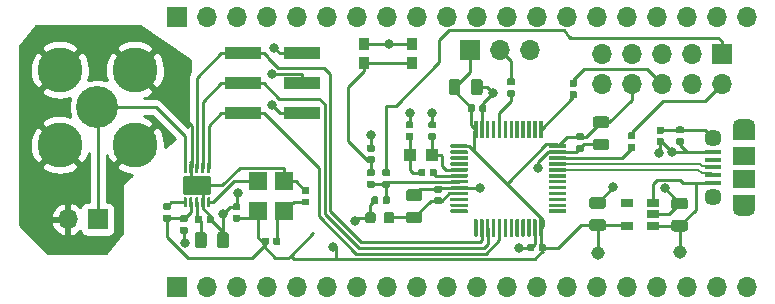
<source format=gtl>
G04 #@! TF.GenerationSoftware,KiCad,Pcbnew,(5.1.5-0)*
G04 #@! TF.CreationDate,2020-02-13T07:59:00-05:00*
G04 #@! TF.ProjectId,bfunc,6266756e-632e-46b6-9963-61645f706362,rev?*
G04 #@! TF.SameCoordinates,Original*
G04 #@! TF.FileFunction,Copper,L1,Top*
G04 #@! TF.FilePolarity,Positive*
%FSLAX46Y46*%
G04 Gerber Fmt 4.6, Leading zero omitted, Abs format (unit mm)*
G04 Created by KiCad (PCBNEW (5.1.5-0)) date 2020-02-13 07:59:00*
%MOMM*%
%LPD*%
G04 APERTURE LIST*
%ADD10R,3.150000X1.000000*%
%ADD11C,0.100000*%
%ADD12C,3.810000*%
%ADD13C,3.556000*%
%ADD14R,1.700000X1.700000*%
%ADD15O,1.700000X1.700000*%
%ADD16R,1.900000X1.500000*%
%ADD17C,1.450000*%
%ADD18R,1.350000X0.400000*%
%ADD19O,1.900000X1.200000*%
%ADD20R,1.900000X1.200000*%
%ADD21C,1.143000*%
%ADD22R,1.060000X0.650000*%
%ADD23R,1.500000X1.600000*%
%ADD24R,1.050000X1.100000*%
%ADD25R,0.900000X1.000000*%
%ADD26C,0.800000*%
%ADD27C,0.250000*%
%ADD28C,0.200000*%
%ADD29C,0.254000*%
G04 APERTURE END LIST*
D10*
X163017200Y-64071500D03*
X168067200Y-64071500D03*
X163017200Y-66611500D03*
X168067200Y-66611500D03*
X163017200Y-69151500D03*
X168067200Y-69151500D03*
G04 #@! TA.AperFunction,SMDPad,CuDef*
D11*
G36*
X168527998Y-75385150D02*
G01*
X168542316Y-75387274D01*
X168556357Y-75390791D01*
X168569986Y-75395668D01*
X168583071Y-75401857D01*
X168595487Y-75409298D01*
X168607113Y-75417921D01*
X168617838Y-75427642D01*
X168627559Y-75438367D01*
X168636182Y-75449993D01*
X168643623Y-75462409D01*
X168649812Y-75475494D01*
X168654689Y-75489123D01*
X168658206Y-75503164D01*
X168660330Y-75517482D01*
X168661040Y-75531940D01*
X168661040Y-75826940D01*
X168660330Y-75841398D01*
X168658206Y-75855716D01*
X168654689Y-75869757D01*
X168649812Y-75883386D01*
X168643623Y-75896471D01*
X168636182Y-75908887D01*
X168627559Y-75920513D01*
X168617838Y-75931238D01*
X168607113Y-75940959D01*
X168595487Y-75949582D01*
X168583071Y-75957023D01*
X168569986Y-75963212D01*
X168556357Y-75968089D01*
X168542316Y-75971606D01*
X168527998Y-75973730D01*
X168513540Y-75974440D01*
X168168540Y-75974440D01*
X168154082Y-75973730D01*
X168139764Y-75971606D01*
X168125723Y-75968089D01*
X168112094Y-75963212D01*
X168099009Y-75957023D01*
X168086593Y-75949582D01*
X168074967Y-75940959D01*
X168064242Y-75931238D01*
X168054521Y-75920513D01*
X168045898Y-75908887D01*
X168038457Y-75896471D01*
X168032268Y-75883386D01*
X168027391Y-75869757D01*
X168023874Y-75855716D01*
X168021750Y-75841398D01*
X168021040Y-75826940D01*
X168021040Y-75531940D01*
X168021750Y-75517482D01*
X168023874Y-75503164D01*
X168027391Y-75489123D01*
X168032268Y-75475494D01*
X168038457Y-75462409D01*
X168045898Y-75449993D01*
X168054521Y-75438367D01*
X168064242Y-75427642D01*
X168074967Y-75417921D01*
X168086593Y-75409298D01*
X168099009Y-75401857D01*
X168112094Y-75395668D01*
X168125723Y-75390791D01*
X168139764Y-75387274D01*
X168154082Y-75385150D01*
X168168540Y-75384440D01*
X168513540Y-75384440D01*
X168527998Y-75385150D01*
G37*
G04 #@! TD.AperFunction*
G04 #@! TA.AperFunction,SMDPad,CuDef*
G36*
X168527998Y-76355150D02*
G01*
X168542316Y-76357274D01*
X168556357Y-76360791D01*
X168569986Y-76365668D01*
X168583071Y-76371857D01*
X168595487Y-76379298D01*
X168607113Y-76387921D01*
X168617838Y-76397642D01*
X168627559Y-76408367D01*
X168636182Y-76419993D01*
X168643623Y-76432409D01*
X168649812Y-76445494D01*
X168654689Y-76459123D01*
X168658206Y-76473164D01*
X168660330Y-76487482D01*
X168661040Y-76501940D01*
X168661040Y-76796940D01*
X168660330Y-76811398D01*
X168658206Y-76825716D01*
X168654689Y-76839757D01*
X168649812Y-76853386D01*
X168643623Y-76866471D01*
X168636182Y-76878887D01*
X168627559Y-76890513D01*
X168617838Y-76901238D01*
X168607113Y-76910959D01*
X168595487Y-76919582D01*
X168583071Y-76927023D01*
X168569986Y-76933212D01*
X168556357Y-76938089D01*
X168542316Y-76941606D01*
X168527998Y-76943730D01*
X168513540Y-76944440D01*
X168168540Y-76944440D01*
X168154082Y-76943730D01*
X168139764Y-76941606D01*
X168125723Y-76938089D01*
X168112094Y-76933212D01*
X168099009Y-76927023D01*
X168086593Y-76919582D01*
X168074967Y-76910959D01*
X168064242Y-76901238D01*
X168054521Y-76890513D01*
X168045898Y-76878887D01*
X168038457Y-76866471D01*
X168032268Y-76853386D01*
X168027391Y-76839757D01*
X168023874Y-76825716D01*
X168021750Y-76811398D01*
X168021040Y-76796940D01*
X168021040Y-76501940D01*
X168021750Y-76487482D01*
X168023874Y-76473164D01*
X168027391Y-76459123D01*
X168032268Y-76445494D01*
X168038457Y-76432409D01*
X168045898Y-76419993D01*
X168054521Y-76408367D01*
X168064242Y-76397642D01*
X168074967Y-76387921D01*
X168086593Y-76379298D01*
X168099009Y-76371857D01*
X168112094Y-76365668D01*
X168125723Y-76360791D01*
X168139764Y-76357274D01*
X168154082Y-76355150D01*
X168168540Y-76354440D01*
X168513540Y-76354440D01*
X168527998Y-76355150D01*
G37*
G04 #@! TD.AperFunction*
G04 #@! TA.AperFunction,SMDPad,CuDef*
G36*
X159749162Y-79179094D02*
G01*
X159772823Y-79182604D01*
X159796027Y-79188416D01*
X159818549Y-79196474D01*
X159840173Y-79206702D01*
X159860690Y-79218999D01*
X159879903Y-79233249D01*
X159897627Y-79249313D01*
X159913691Y-79267037D01*
X159927941Y-79286250D01*
X159940238Y-79306767D01*
X159950466Y-79328391D01*
X159958524Y-79350913D01*
X159964336Y-79374117D01*
X159967846Y-79397778D01*
X159969020Y-79421670D01*
X159969020Y-80334170D01*
X159967846Y-80358062D01*
X159964336Y-80381723D01*
X159958524Y-80404927D01*
X159950466Y-80427449D01*
X159940238Y-80449073D01*
X159927941Y-80469590D01*
X159913691Y-80488803D01*
X159897627Y-80506527D01*
X159879903Y-80522591D01*
X159860690Y-80536841D01*
X159840173Y-80549138D01*
X159818549Y-80559366D01*
X159796027Y-80567424D01*
X159772823Y-80573236D01*
X159749162Y-80576746D01*
X159725270Y-80577920D01*
X159237770Y-80577920D01*
X159213878Y-80576746D01*
X159190217Y-80573236D01*
X159167013Y-80567424D01*
X159144491Y-80559366D01*
X159122867Y-80549138D01*
X159102350Y-80536841D01*
X159083137Y-80522591D01*
X159065413Y-80506527D01*
X159049349Y-80488803D01*
X159035099Y-80469590D01*
X159022802Y-80449073D01*
X159012574Y-80427449D01*
X159004516Y-80404927D01*
X158998704Y-80381723D01*
X158995194Y-80358062D01*
X158994020Y-80334170D01*
X158994020Y-79421670D01*
X158995194Y-79397778D01*
X158998704Y-79374117D01*
X159004516Y-79350913D01*
X159012574Y-79328391D01*
X159022802Y-79306767D01*
X159035099Y-79286250D01*
X159049349Y-79267037D01*
X159065413Y-79249313D01*
X159083137Y-79233249D01*
X159102350Y-79218999D01*
X159122867Y-79206702D01*
X159144491Y-79196474D01*
X159167013Y-79188416D01*
X159190217Y-79182604D01*
X159213878Y-79179094D01*
X159237770Y-79177920D01*
X159725270Y-79177920D01*
X159749162Y-79179094D01*
G37*
G04 #@! TD.AperFunction*
G04 #@! TA.AperFunction,SMDPad,CuDef*
G36*
X161624162Y-79179094D02*
G01*
X161647823Y-79182604D01*
X161671027Y-79188416D01*
X161693549Y-79196474D01*
X161715173Y-79206702D01*
X161735690Y-79218999D01*
X161754903Y-79233249D01*
X161772627Y-79249313D01*
X161788691Y-79267037D01*
X161802941Y-79286250D01*
X161815238Y-79306767D01*
X161825466Y-79328391D01*
X161833524Y-79350913D01*
X161839336Y-79374117D01*
X161842846Y-79397778D01*
X161844020Y-79421670D01*
X161844020Y-80334170D01*
X161842846Y-80358062D01*
X161839336Y-80381723D01*
X161833524Y-80404927D01*
X161825466Y-80427449D01*
X161815238Y-80449073D01*
X161802941Y-80469590D01*
X161788691Y-80488803D01*
X161772627Y-80506527D01*
X161754903Y-80522591D01*
X161735690Y-80536841D01*
X161715173Y-80549138D01*
X161693549Y-80559366D01*
X161671027Y-80567424D01*
X161647823Y-80573236D01*
X161624162Y-80576746D01*
X161600270Y-80577920D01*
X161112770Y-80577920D01*
X161088878Y-80576746D01*
X161065217Y-80573236D01*
X161042013Y-80567424D01*
X161019491Y-80559366D01*
X160997867Y-80549138D01*
X160977350Y-80536841D01*
X160958137Y-80522591D01*
X160940413Y-80506527D01*
X160924349Y-80488803D01*
X160910099Y-80469590D01*
X160897802Y-80449073D01*
X160887574Y-80427449D01*
X160879516Y-80404927D01*
X160873704Y-80381723D01*
X160870194Y-80358062D01*
X160869020Y-80334170D01*
X160869020Y-79421670D01*
X160870194Y-79397778D01*
X160873704Y-79374117D01*
X160879516Y-79350913D01*
X160887574Y-79328391D01*
X160897802Y-79306767D01*
X160910099Y-79286250D01*
X160924349Y-79267037D01*
X160940413Y-79249313D01*
X160958137Y-79233249D01*
X160977350Y-79218999D01*
X160997867Y-79206702D01*
X161019491Y-79196474D01*
X161042013Y-79188416D01*
X161065217Y-79182604D01*
X161088878Y-79179094D01*
X161112770Y-79177920D01*
X161600270Y-79177920D01*
X161624162Y-79179094D01*
G37*
G04 #@! TD.AperFunction*
G04 #@! TA.AperFunction,SMDPad,CuDef*
G36*
X158228298Y-77783050D02*
G01*
X158242616Y-77785174D01*
X158256657Y-77788691D01*
X158270286Y-77793568D01*
X158283371Y-77799757D01*
X158295787Y-77807198D01*
X158307413Y-77815821D01*
X158318138Y-77825542D01*
X158327859Y-77836267D01*
X158336482Y-77847893D01*
X158343923Y-77860309D01*
X158350112Y-77873394D01*
X158354989Y-77887023D01*
X158358506Y-77901064D01*
X158360630Y-77915382D01*
X158361340Y-77929840D01*
X158361340Y-78224840D01*
X158360630Y-78239298D01*
X158358506Y-78253616D01*
X158354989Y-78267657D01*
X158350112Y-78281286D01*
X158343923Y-78294371D01*
X158336482Y-78306787D01*
X158327859Y-78318413D01*
X158318138Y-78329138D01*
X158307413Y-78338859D01*
X158295787Y-78347482D01*
X158283371Y-78354923D01*
X158270286Y-78361112D01*
X158256657Y-78365989D01*
X158242616Y-78369506D01*
X158228298Y-78371630D01*
X158213840Y-78372340D01*
X157868840Y-78372340D01*
X157854382Y-78371630D01*
X157840064Y-78369506D01*
X157826023Y-78365989D01*
X157812394Y-78361112D01*
X157799309Y-78354923D01*
X157786893Y-78347482D01*
X157775267Y-78338859D01*
X157764542Y-78329138D01*
X157754821Y-78318413D01*
X157746198Y-78306787D01*
X157738757Y-78294371D01*
X157732568Y-78281286D01*
X157727691Y-78267657D01*
X157724174Y-78253616D01*
X157722050Y-78239298D01*
X157721340Y-78224840D01*
X157721340Y-77929840D01*
X157722050Y-77915382D01*
X157724174Y-77901064D01*
X157727691Y-77887023D01*
X157732568Y-77873394D01*
X157738757Y-77860309D01*
X157746198Y-77847893D01*
X157754821Y-77836267D01*
X157764542Y-77825542D01*
X157775267Y-77815821D01*
X157786893Y-77807198D01*
X157799309Y-77799757D01*
X157812394Y-77793568D01*
X157826023Y-77788691D01*
X157840064Y-77785174D01*
X157854382Y-77783050D01*
X157868840Y-77782340D01*
X158213840Y-77782340D01*
X158228298Y-77783050D01*
G37*
G04 #@! TD.AperFunction*
G04 #@! TA.AperFunction,SMDPad,CuDef*
G36*
X158228298Y-78753050D02*
G01*
X158242616Y-78755174D01*
X158256657Y-78758691D01*
X158270286Y-78763568D01*
X158283371Y-78769757D01*
X158295787Y-78777198D01*
X158307413Y-78785821D01*
X158318138Y-78795542D01*
X158327859Y-78806267D01*
X158336482Y-78817893D01*
X158343923Y-78830309D01*
X158350112Y-78843394D01*
X158354989Y-78857023D01*
X158358506Y-78871064D01*
X158360630Y-78885382D01*
X158361340Y-78899840D01*
X158361340Y-79194840D01*
X158360630Y-79209298D01*
X158358506Y-79223616D01*
X158354989Y-79237657D01*
X158350112Y-79251286D01*
X158343923Y-79264371D01*
X158336482Y-79276787D01*
X158327859Y-79288413D01*
X158318138Y-79299138D01*
X158307413Y-79308859D01*
X158295787Y-79317482D01*
X158283371Y-79324923D01*
X158270286Y-79331112D01*
X158256657Y-79335989D01*
X158242616Y-79339506D01*
X158228298Y-79341630D01*
X158213840Y-79342340D01*
X157868840Y-79342340D01*
X157854382Y-79341630D01*
X157840064Y-79339506D01*
X157826023Y-79335989D01*
X157812394Y-79331112D01*
X157799309Y-79324923D01*
X157786893Y-79317482D01*
X157775267Y-79308859D01*
X157764542Y-79299138D01*
X157754821Y-79288413D01*
X157746198Y-79276787D01*
X157738757Y-79264371D01*
X157732568Y-79251286D01*
X157727691Y-79237657D01*
X157724174Y-79223616D01*
X157722050Y-79209298D01*
X157721340Y-79194840D01*
X157721340Y-78899840D01*
X157722050Y-78885382D01*
X157724174Y-78871064D01*
X157727691Y-78857023D01*
X157732568Y-78843394D01*
X157738757Y-78830309D01*
X157746198Y-78817893D01*
X157754821Y-78806267D01*
X157764542Y-78795542D01*
X157775267Y-78785821D01*
X157786893Y-78777198D01*
X157799309Y-78769757D01*
X157812394Y-78763568D01*
X157826023Y-78758691D01*
X157840064Y-78755174D01*
X157854382Y-78753050D01*
X157868840Y-78752340D01*
X158213840Y-78752340D01*
X158228298Y-78753050D01*
G37*
G04 #@! TD.AperFunction*
G04 #@! TA.AperFunction,SMDPad,CuDef*
G36*
X160425518Y-77800950D02*
G01*
X160439836Y-77803074D01*
X160453877Y-77806591D01*
X160467506Y-77811468D01*
X160480591Y-77817657D01*
X160493007Y-77825098D01*
X160504633Y-77833721D01*
X160515358Y-77843442D01*
X160525079Y-77854167D01*
X160533702Y-77865793D01*
X160541143Y-77878209D01*
X160547332Y-77891294D01*
X160552209Y-77904923D01*
X160555726Y-77918964D01*
X160557850Y-77933282D01*
X160558560Y-77947740D01*
X160558560Y-78292740D01*
X160557850Y-78307198D01*
X160555726Y-78321516D01*
X160552209Y-78335557D01*
X160547332Y-78349186D01*
X160541143Y-78362271D01*
X160533702Y-78374687D01*
X160525079Y-78386313D01*
X160515358Y-78397038D01*
X160504633Y-78406759D01*
X160493007Y-78415382D01*
X160480591Y-78422823D01*
X160467506Y-78429012D01*
X160453877Y-78433889D01*
X160439836Y-78437406D01*
X160425518Y-78439530D01*
X160411060Y-78440240D01*
X160116060Y-78440240D01*
X160101602Y-78439530D01*
X160087284Y-78437406D01*
X160073243Y-78433889D01*
X160059614Y-78429012D01*
X160046529Y-78422823D01*
X160034113Y-78415382D01*
X160022487Y-78406759D01*
X160011762Y-78397038D01*
X160002041Y-78386313D01*
X159993418Y-78374687D01*
X159985977Y-78362271D01*
X159979788Y-78349186D01*
X159974911Y-78335557D01*
X159971394Y-78321516D01*
X159969270Y-78307198D01*
X159968560Y-78292740D01*
X159968560Y-77947740D01*
X159969270Y-77933282D01*
X159971394Y-77918964D01*
X159974911Y-77904923D01*
X159979788Y-77891294D01*
X159985977Y-77878209D01*
X159993418Y-77865793D01*
X160002041Y-77854167D01*
X160011762Y-77843442D01*
X160022487Y-77833721D01*
X160034113Y-77825098D01*
X160046529Y-77817657D01*
X160059614Y-77811468D01*
X160073243Y-77806591D01*
X160087284Y-77803074D01*
X160101602Y-77800950D01*
X160116060Y-77800240D01*
X160411060Y-77800240D01*
X160425518Y-77800950D01*
G37*
G04 #@! TD.AperFunction*
G04 #@! TA.AperFunction,SMDPad,CuDef*
G36*
X159455518Y-77800950D02*
G01*
X159469836Y-77803074D01*
X159483877Y-77806591D01*
X159497506Y-77811468D01*
X159510591Y-77817657D01*
X159523007Y-77825098D01*
X159534633Y-77833721D01*
X159545358Y-77843442D01*
X159555079Y-77854167D01*
X159563702Y-77865793D01*
X159571143Y-77878209D01*
X159577332Y-77891294D01*
X159582209Y-77904923D01*
X159585726Y-77918964D01*
X159587850Y-77933282D01*
X159588560Y-77947740D01*
X159588560Y-78292740D01*
X159587850Y-78307198D01*
X159585726Y-78321516D01*
X159582209Y-78335557D01*
X159577332Y-78349186D01*
X159571143Y-78362271D01*
X159563702Y-78374687D01*
X159555079Y-78386313D01*
X159545358Y-78397038D01*
X159534633Y-78406759D01*
X159523007Y-78415382D01*
X159510591Y-78422823D01*
X159497506Y-78429012D01*
X159483877Y-78433889D01*
X159469836Y-78437406D01*
X159455518Y-78439530D01*
X159441060Y-78440240D01*
X159146060Y-78440240D01*
X159131602Y-78439530D01*
X159117284Y-78437406D01*
X159103243Y-78433889D01*
X159089614Y-78429012D01*
X159076529Y-78422823D01*
X159064113Y-78415382D01*
X159052487Y-78406759D01*
X159041762Y-78397038D01*
X159032041Y-78386313D01*
X159023418Y-78374687D01*
X159015977Y-78362271D01*
X159009788Y-78349186D01*
X159004911Y-78335557D01*
X159001394Y-78321516D01*
X158999270Y-78307198D01*
X158998560Y-78292740D01*
X158998560Y-77947740D01*
X158999270Y-77933282D01*
X159001394Y-77918964D01*
X159004911Y-77904923D01*
X159009788Y-77891294D01*
X159015977Y-77878209D01*
X159023418Y-77865793D01*
X159032041Y-77854167D01*
X159041762Y-77843442D01*
X159052487Y-77833721D01*
X159064113Y-77825098D01*
X159076529Y-77817657D01*
X159089614Y-77811468D01*
X159103243Y-77806591D01*
X159117284Y-77803074D01*
X159131602Y-77800950D01*
X159146060Y-77800240D01*
X159441060Y-77800240D01*
X159455518Y-77800950D01*
G37*
G04 #@! TD.AperFunction*
G04 #@! TA.AperFunction,SMDPad,CuDef*
G36*
X162691078Y-76756750D02*
G01*
X162705396Y-76758874D01*
X162719437Y-76762391D01*
X162733066Y-76767268D01*
X162746151Y-76773457D01*
X162758567Y-76780898D01*
X162770193Y-76789521D01*
X162780918Y-76799242D01*
X162790639Y-76809967D01*
X162799262Y-76821593D01*
X162806703Y-76834009D01*
X162812892Y-76847094D01*
X162817769Y-76860723D01*
X162821286Y-76874764D01*
X162823410Y-76889082D01*
X162824120Y-76903540D01*
X162824120Y-77198540D01*
X162823410Y-77212998D01*
X162821286Y-77227316D01*
X162817769Y-77241357D01*
X162812892Y-77254986D01*
X162806703Y-77268071D01*
X162799262Y-77280487D01*
X162790639Y-77292113D01*
X162780918Y-77302838D01*
X162770193Y-77312559D01*
X162758567Y-77321182D01*
X162746151Y-77328623D01*
X162733066Y-77334812D01*
X162719437Y-77339689D01*
X162705396Y-77343206D01*
X162691078Y-77345330D01*
X162676620Y-77346040D01*
X162331620Y-77346040D01*
X162317162Y-77345330D01*
X162302844Y-77343206D01*
X162288803Y-77339689D01*
X162275174Y-77334812D01*
X162262089Y-77328623D01*
X162249673Y-77321182D01*
X162238047Y-77312559D01*
X162227322Y-77302838D01*
X162217601Y-77292113D01*
X162208978Y-77280487D01*
X162201537Y-77268071D01*
X162195348Y-77254986D01*
X162190471Y-77241357D01*
X162186954Y-77227316D01*
X162184830Y-77212998D01*
X162184120Y-77198540D01*
X162184120Y-76903540D01*
X162184830Y-76889082D01*
X162186954Y-76874764D01*
X162190471Y-76860723D01*
X162195348Y-76847094D01*
X162201537Y-76834009D01*
X162208978Y-76821593D01*
X162217601Y-76809967D01*
X162227322Y-76799242D01*
X162238047Y-76789521D01*
X162249673Y-76780898D01*
X162262089Y-76773457D01*
X162275174Y-76767268D01*
X162288803Y-76762391D01*
X162302844Y-76758874D01*
X162317162Y-76756750D01*
X162331620Y-76756040D01*
X162676620Y-76756040D01*
X162691078Y-76756750D01*
G37*
G04 #@! TD.AperFunction*
G04 #@! TA.AperFunction,SMDPad,CuDef*
G36*
X162691078Y-77726750D02*
G01*
X162705396Y-77728874D01*
X162719437Y-77732391D01*
X162733066Y-77737268D01*
X162746151Y-77743457D01*
X162758567Y-77750898D01*
X162770193Y-77759521D01*
X162780918Y-77769242D01*
X162790639Y-77779967D01*
X162799262Y-77791593D01*
X162806703Y-77804009D01*
X162812892Y-77817094D01*
X162817769Y-77830723D01*
X162821286Y-77844764D01*
X162823410Y-77859082D01*
X162824120Y-77873540D01*
X162824120Y-78168540D01*
X162823410Y-78182998D01*
X162821286Y-78197316D01*
X162817769Y-78211357D01*
X162812892Y-78224986D01*
X162806703Y-78238071D01*
X162799262Y-78250487D01*
X162790639Y-78262113D01*
X162780918Y-78272838D01*
X162770193Y-78282559D01*
X162758567Y-78291182D01*
X162746151Y-78298623D01*
X162733066Y-78304812D01*
X162719437Y-78309689D01*
X162705396Y-78313206D01*
X162691078Y-78315330D01*
X162676620Y-78316040D01*
X162331620Y-78316040D01*
X162317162Y-78315330D01*
X162302844Y-78313206D01*
X162288803Y-78309689D01*
X162275174Y-78304812D01*
X162262089Y-78298623D01*
X162249673Y-78291182D01*
X162238047Y-78282559D01*
X162227322Y-78272838D01*
X162217601Y-78262113D01*
X162208978Y-78250487D01*
X162201537Y-78238071D01*
X162195348Y-78224986D01*
X162190471Y-78211357D01*
X162186954Y-78197316D01*
X162184830Y-78182998D01*
X162184120Y-78168540D01*
X162184120Y-77873540D01*
X162184830Y-77859082D01*
X162186954Y-77844764D01*
X162190471Y-77830723D01*
X162195348Y-77817094D01*
X162201537Y-77804009D01*
X162208978Y-77791593D01*
X162217601Y-77779967D01*
X162227322Y-77769242D01*
X162238047Y-77759521D01*
X162249673Y-77750898D01*
X162262089Y-77743457D01*
X162275174Y-77737268D01*
X162288803Y-77732391D01*
X162302844Y-77728874D01*
X162317162Y-77726750D01*
X162331620Y-77726040D01*
X162676620Y-77726040D01*
X162691078Y-77726750D01*
G37*
G04 #@! TD.AperFunction*
G04 #@! TA.AperFunction,SMDPad,CuDef*
G36*
X156808298Y-77714050D02*
G01*
X156822616Y-77716174D01*
X156836657Y-77719691D01*
X156850286Y-77724568D01*
X156863371Y-77730757D01*
X156875787Y-77738198D01*
X156887413Y-77746821D01*
X156898138Y-77756542D01*
X156907859Y-77767267D01*
X156916482Y-77778893D01*
X156923923Y-77791309D01*
X156930112Y-77804394D01*
X156934989Y-77818023D01*
X156938506Y-77832064D01*
X156940630Y-77846382D01*
X156941340Y-77860840D01*
X156941340Y-78155840D01*
X156940630Y-78170298D01*
X156938506Y-78184616D01*
X156934989Y-78198657D01*
X156930112Y-78212286D01*
X156923923Y-78225371D01*
X156916482Y-78237787D01*
X156907859Y-78249413D01*
X156898138Y-78260138D01*
X156887413Y-78269859D01*
X156875787Y-78278482D01*
X156863371Y-78285923D01*
X156850286Y-78292112D01*
X156836657Y-78296989D01*
X156822616Y-78300506D01*
X156808298Y-78302630D01*
X156793840Y-78303340D01*
X156448840Y-78303340D01*
X156434382Y-78302630D01*
X156420064Y-78300506D01*
X156406023Y-78296989D01*
X156392394Y-78292112D01*
X156379309Y-78285923D01*
X156366893Y-78278482D01*
X156355267Y-78269859D01*
X156344542Y-78260138D01*
X156334821Y-78249413D01*
X156326198Y-78237787D01*
X156318757Y-78225371D01*
X156312568Y-78212286D01*
X156307691Y-78198657D01*
X156304174Y-78184616D01*
X156302050Y-78170298D01*
X156301340Y-78155840D01*
X156301340Y-77860840D01*
X156302050Y-77846382D01*
X156304174Y-77832064D01*
X156307691Y-77818023D01*
X156312568Y-77804394D01*
X156318757Y-77791309D01*
X156326198Y-77778893D01*
X156334821Y-77767267D01*
X156344542Y-77756542D01*
X156355267Y-77746821D01*
X156366893Y-77738198D01*
X156379309Y-77730757D01*
X156392394Y-77724568D01*
X156406023Y-77719691D01*
X156420064Y-77716174D01*
X156434382Y-77714050D01*
X156448840Y-77713340D01*
X156793840Y-77713340D01*
X156808298Y-77714050D01*
G37*
G04 #@! TD.AperFunction*
G04 #@! TA.AperFunction,SMDPad,CuDef*
G36*
X156808298Y-76744050D02*
G01*
X156822616Y-76746174D01*
X156836657Y-76749691D01*
X156850286Y-76754568D01*
X156863371Y-76760757D01*
X156875787Y-76768198D01*
X156887413Y-76776821D01*
X156898138Y-76786542D01*
X156907859Y-76797267D01*
X156916482Y-76808893D01*
X156923923Y-76821309D01*
X156930112Y-76834394D01*
X156934989Y-76848023D01*
X156938506Y-76862064D01*
X156940630Y-76876382D01*
X156941340Y-76890840D01*
X156941340Y-77185840D01*
X156940630Y-77200298D01*
X156938506Y-77214616D01*
X156934989Y-77228657D01*
X156930112Y-77242286D01*
X156923923Y-77255371D01*
X156916482Y-77267787D01*
X156907859Y-77279413D01*
X156898138Y-77290138D01*
X156887413Y-77299859D01*
X156875787Y-77308482D01*
X156863371Y-77315923D01*
X156850286Y-77322112D01*
X156836657Y-77326989D01*
X156822616Y-77330506D01*
X156808298Y-77332630D01*
X156793840Y-77333340D01*
X156448840Y-77333340D01*
X156434382Y-77332630D01*
X156420064Y-77330506D01*
X156406023Y-77326989D01*
X156392394Y-77322112D01*
X156379309Y-77315923D01*
X156366893Y-77308482D01*
X156355267Y-77299859D01*
X156344542Y-77290138D01*
X156334821Y-77279413D01*
X156326198Y-77267787D01*
X156318757Y-77255371D01*
X156312568Y-77242286D01*
X156307691Y-77228657D01*
X156304174Y-77214616D01*
X156302050Y-77200298D01*
X156301340Y-77185840D01*
X156301340Y-76890840D01*
X156302050Y-76876382D01*
X156304174Y-76862064D01*
X156307691Y-76848023D01*
X156312568Y-76834394D01*
X156318757Y-76821309D01*
X156326198Y-76808893D01*
X156334821Y-76797267D01*
X156344542Y-76786542D01*
X156355267Y-76776821D01*
X156366893Y-76768198D01*
X156379309Y-76760757D01*
X156392394Y-76754568D01*
X156406023Y-76749691D01*
X156420064Y-76746174D01*
X156434382Y-76744050D01*
X156448840Y-76743340D01*
X156793840Y-76743340D01*
X156808298Y-76744050D01*
G37*
G04 #@! TD.AperFunction*
G04 #@! TA.AperFunction,SMDPad,CuDef*
G36*
X174065198Y-72766270D02*
G01*
X174079516Y-72768394D01*
X174093557Y-72771911D01*
X174107186Y-72776788D01*
X174120271Y-72782977D01*
X174132687Y-72790418D01*
X174144313Y-72799041D01*
X174155038Y-72808762D01*
X174164759Y-72819487D01*
X174173382Y-72831113D01*
X174180823Y-72843529D01*
X174187012Y-72856614D01*
X174191889Y-72870243D01*
X174195406Y-72884284D01*
X174197530Y-72898602D01*
X174198240Y-72913060D01*
X174198240Y-73208060D01*
X174197530Y-73222518D01*
X174195406Y-73236836D01*
X174191889Y-73250877D01*
X174187012Y-73264506D01*
X174180823Y-73277591D01*
X174173382Y-73290007D01*
X174164759Y-73301633D01*
X174155038Y-73312358D01*
X174144313Y-73322079D01*
X174132687Y-73330702D01*
X174120271Y-73338143D01*
X174107186Y-73344332D01*
X174093557Y-73349209D01*
X174079516Y-73352726D01*
X174065198Y-73354850D01*
X174050740Y-73355560D01*
X173705740Y-73355560D01*
X173691282Y-73354850D01*
X173676964Y-73352726D01*
X173662923Y-73349209D01*
X173649294Y-73344332D01*
X173636209Y-73338143D01*
X173623793Y-73330702D01*
X173612167Y-73322079D01*
X173601442Y-73312358D01*
X173591721Y-73301633D01*
X173583098Y-73290007D01*
X173575657Y-73277591D01*
X173569468Y-73264506D01*
X173564591Y-73250877D01*
X173561074Y-73236836D01*
X173558950Y-73222518D01*
X173558240Y-73208060D01*
X173558240Y-72913060D01*
X173558950Y-72898602D01*
X173561074Y-72884284D01*
X173564591Y-72870243D01*
X173569468Y-72856614D01*
X173575657Y-72843529D01*
X173583098Y-72831113D01*
X173591721Y-72819487D01*
X173601442Y-72808762D01*
X173612167Y-72799041D01*
X173623793Y-72790418D01*
X173636209Y-72782977D01*
X173649294Y-72776788D01*
X173662923Y-72771911D01*
X173676964Y-72768394D01*
X173691282Y-72766270D01*
X173705740Y-72765560D01*
X174050740Y-72765560D01*
X174065198Y-72766270D01*
G37*
G04 #@! TD.AperFunction*
G04 #@! TA.AperFunction,SMDPad,CuDef*
G36*
X174065198Y-71796270D02*
G01*
X174079516Y-71798394D01*
X174093557Y-71801911D01*
X174107186Y-71806788D01*
X174120271Y-71812977D01*
X174132687Y-71820418D01*
X174144313Y-71829041D01*
X174155038Y-71838762D01*
X174164759Y-71849487D01*
X174173382Y-71861113D01*
X174180823Y-71873529D01*
X174187012Y-71886614D01*
X174191889Y-71900243D01*
X174195406Y-71914284D01*
X174197530Y-71928602D01*
X174198240Y-71943060D01*
X174198240Y-72238060D01*
X174197530Y-72252518D01*
X174195406Y-72266836D01*
X174191889Y-72280877D01*
X174187012Y-72294506D01*
X174180823Y-72307591D01*
X174173382Y-72320007D01*
X174164759Y-72331633D01*
X174155038Y-72342358D01*
X174144313Y-72352079D01*
X174132687Y-72360702D01*
X174120271Y-72368143D01*
X174107186Y-72374332D01*
X174093557Y-72379209D01*
X174079516Y-72382726D01*
X174065198Y-72384850D01*
X174050740Y-72385560D01*
X173705740Y-72385560D01*
X173691282Y-72384850D01*
X173676964Y-72382726D01*
X173662923Y-72379209D01*
X173649294Y-72374332D01*
X173636209Y-72368143D01*
X173623793Y-72360702D01*
X173612167Y-72352079D01*
X173601442Y-72342358D01*
X173591721Y-72331633D01*
X173583098Y-72320007D01*
X173575657Y-72307591D01*
X173569468Y-72294506D01*
X173564591Y-72280877D01*
X173561074Y-72266836D01*
X173558950Y-72252518D01*
X173558240Y-72238060D01*
X173558240Y-71943060D01*
X173558950Y-71928602D01*
X173561074Y-71914284D01*
X173564591Y-71900243D01*
X173569468Y-71886614D01*
X173575657Y-71873529D01*
X173583098Y-71861113D01*
X173591721Y-71849487D01*
X173601442Y-71838762D01*
X173612167Y-71829041D01*
X173623793Y-71820418D01*
X173636209Y-71812977D01*
X173649294Y-71806788D01*
X173662923Y-71801911D01*
X173676964Y-71798394D01*
X173691282Y-71796270D01*
X173705740Y-71795560D01*
X174050740Y-71795560D01*
X174065198Y-71796270D01*
G37*
G04 #@! TD.AperFunction*
G04 #@! TA.AperFunction,SMDPad,CuDef*
G36*
X179256958Y-69832710D02*
G01*
X179271276Y-69834834D01*
X179285317Y-69838351D01*
X179298946Y-69843228D01*
X179312031Y-69849417D01*
X179324447Y-69856858D01*
X179336073Y-69865481D01*
X179346798Y-69875202D01*
X179356519Y-69885927D01*
X179365142Y-69897553D01*
X179372583Y-69909969D01*
X179378772Y-69923054D01*
X179383649Y-69936683D01*
X179387166Y-69950724D01*
X179389290Y-69965042D01*
X179390000Y-69979500D01*
X179390000Y-70274500D01*
X179389290Y-70288958D01*
X179387166Y-70303276D01*
X179383649Y-70317317D01*
X179378772Y-70330946D01*
X179372583Y-70344031D01*
X179365142Y-70356447D01*
X179356519Y-70368073D01*
X179346798Y-70378798D01*
X179336073Y-70388519D01*
X179324447Y-70397142D01*
X179312031Y-70404583D01*
X179298946Y-70410772D01*
X179285317Y-70415649D01*
X179271276Y-70419166D01*
X179256958Y-70421290D01*
X179242500Y-70422000D01*
X178897500Y-70422000D01*
X178883042Y-70421290D01*
X178868724Y-70419166D01*
X178854683Y-70415649D01*
X178841054Y-70410772D01*
X178827969Y-70404583D01*
X178815553Y-70397142D01*
X178803927Y-70388519D01*
X178793202Y-70378798D01*
X178783481Y-70368073D01*
X178774858Y-70356447D01*
X178767417Y-70344031D01*
X178761228Y-70330946D01*
X178756351Y-70317317D01*
X178752834Y-70303276D01*
X178750710Y-70288958D01*
X178750000Y-70274500D01*
X178750000Y-69979500D01*
X178750710Y-69965042D01*
X178752834Y-69950724D01*
X178756351Y-69936683D01*
X178761228Y-69923054D01*
X178767417Y-69909969D01*
X178774858Y-69897553D01*
X178783481Y-69885927D01*
X178793202Y-69875202D01*
X178803927Y-69865481D01*
X178815553Y-69856858D01*
X178827969Y-69849417D01*
X178841054Y-69843228D01*
X178854683Y-69838351D01*
X178868724Y-69834834D01*
X178883042Y-69832710D01*
X178897500Y-69832000D01*
X179242500Y-69832000D01*
X179256958Y-69832710D01*
G37*
G04 #@! TD.AperFunction*
G04 #@! TA.AperFunction,SMDPad,CuDef*
G36*
X179256958Y-70802710D02*
G01*
X179271276Y-70804834D01*
X179285317Y-70808351D01*
X179298946Y-70813228D01*
X179312031Y-70819417D01*
X179324447Y-70826858D01*
X179336073Y-70835481D01*
X179346798Y-70845202D01*
X179356519Y-70855927D01*
X179365142Y-70867553D01*
X179372583Y-70879969D01*
X179378772Y-70893054D01*
X179383649Y-70906683D01*
X179387166Y-70920724D01*
X179389290Y-70935042D01*
X179390000Y-70949500D01*
X179390000Y-71244500D01*
X179389290Y-71258958D01*
X179387166Y-71273276D01*
X179383649Y-71287317D01*
X179378772Y-71300946D01*
X179372583Y-71314031D01*
X179365142Y-71326447D01*
X179356519Y-71338073D01*
X179346798Y-71348798D01*
X179336073Y-71358519D01*
X179324447Y-71367142D01*
X179312031Y-71374583D01*
X179298946Y-71380772D01*
X179285317Y-71385649D01*
X179271276Y-71389166D01*
X179256958Y-71391290D01*
X179242500Y-71392000D01*
X178897500Y-71392000D01*
X178883042Y-71391290D01*
X178868724Y-71389166D01*
X178854683Y-71385649D01*
X178841054Y-71380772D01*
X178827969Y-71374583D01*
X178815553Y-71367142D01*
X178803927Y-71358519D01*
X178793202Y-71348798D01*
X178783481Y-71338073D01*
X178774858Y-71326447D01*
X178767417Y-71314031D01*
X178761228Y-71300946D01*
X178756351Y-71287317D01*
X178752834Y-71273276D01*
X178750710Y-71258958D01*
X178750000Y-71244500D01*
X178750000Y-70949500D01*
X178750710Y-70935042D01*
X178752834Y-70920724D01*
X178756351Y-70906683D01*
X178761228Y-70893054D01*
X178767417Y-70879969D01*
X178774858Y-70867553D01*
X178783481Y-70855927D01*
X178793202Y-70845202D01*
X178803927Y-70835481D01*
X178815553Y-70826858D01*
X178827969Y-70819417D01*
X178841054Y-70813228D01*
X178854683Y-70808351D01*
X178868724Y-70804834D01*
X178883042Y-70802710D01*
X178897500Y-70802000D01*
X179242500Y-70802000D01*
X179256958Y-70802710D01*
G37*
G04 #@! TD.AperFunction*
G04 #@! TA.AperFunction,SMDPad,CuDef*
G36*
X177351958Y-70802710D02*
G01*
X177366276Y-70804834D01*
X177380317Y-70808351D01*
X177393946Y-70813228D01*
X177407031Y-70819417D01*
X177419447Y-70826858D01*
X177431073Y-70835481D01*
X177441798Y-70845202D01*
X177451519Y-70855927D01*
X177460142Y-70867553D01*
X177467583Y-70879969D01*
X177473772Y-70893054D01*
X177478649Y-70906683D01*
X177482166Y-70920724D01*
X177484290Y-70935042D01*
X177485000Y-70949500D01*
X177485000Y-71244500D01*
X177484290Y-71258958D01*
X177482166Y-71273276D01*
X177478649Y-71287317D01*
X177473772Y-71300946D01*
X177467583Y-71314031D01*
X177460142Y-71326447D01*
X177451519Y-71338073D01*
X177441798Y-71348798D01*
X177431073Y-71358519D01*
X177419447Y-71367142D01*
X177407031Y-71374583D01*
X177393946Y-71380772D01*
X177380317Y-71385649D01*
X177366276Y-71389166D01*
X177351958Y-71391290D01*
X177337500Y-71392000D01*
X176992500Y-71392000D01*
X176978042Y-71391290D01*
X176963724Y-71389166D01*
X176949683Y-71385649D01*
X176936054Y-71380772D01*
X176922969Y-71374583D01*
X176910553Y-71367142D01*
X176898927Y-71358519D01*
X176888202Y-71348798D01*
X176878481Y-71338073D01*
X176869858Y-71326447D01*
X176862417Y-71314031D01*
X176856228Y-71300946D01*
X176851351Y-71287317D01*
X176847834Y-71273276D01*
X176845710Y-71258958D01*
X176845000Y-71244500D01*
X176845000Y-70949500D01*
X176845710Y-70935042D01*
X176847834Y-70920724D01*
X176851351Y-70906683D01*
X176856228Y-70893054D01*
X176862417Y-70879969D01*
X176869858Y-70867553D01*
X176878481Y-70855927D01*
X176888202Y-70845202D01*
X176898927Y-70835481D01*
X176910553Y-70826858D01*
X176922969Y-70819417D01*
X176936054Y-70813228D01*
X176949683Y-70808351D01*
X176963724Y-70804834D01*
X176978042Y-70802710D01*
X176992500Y-70802000D01*
X177337500Y-70802000D01*
X177351958Y-70802710D01*
G37*
G04 #@! TD.AperFunction*
G04 #@! TA.AperFunction,SMDPad,CuDef*
G36*
X177351958Y-69832710D02*
G01*
X177366276Y-69834834D01*
X177380317Y-69838351D01*
X177393946Y-69843228D01*
X177407031Y-69849417D01*
X177419447Y-69856858D01*
X177431073Y-69865481D01*
X177441798Y-69875202D01*
X177451519Y-69885927D01*
X177460142Y-69897553D01*
X177467583Y-69909969D01*
X177473772Y-69923054D01*
X177478649Y-69936683D01*
X177482166Y-69950724D01*
X177484290Y-69965042D01*
X177485000Y-69979500D01*
X177485000Y-70274500D01*
X177484290Y-70288958D01*
X177482166Y-70303276D01*
X177478649Y-70317317D01*
X177473772Y-70330946D01*
X177467583Y-70344031D01*
X177460142Y-70356447D01*
X177451519Y-70368073D01*
X177441798Y-70378798D01*
X177431073Y-70388519D01*
X177419447Y-70397142D01*
X177407031Y-70404583D01*
X177393946Y-70410772D01*
X177380317Y-70415649D01*
X177366276Y-70419166D01*
X177351958Y-70421290D01*
X177337500Y-70422000D01*
X176992500Y-70422000D01*
X176978042Y-70421290D01*
X176963724Y-70419166D01*
X176949683Y-70415649D01*
X176936054Y-70410772D01*
X176922969Y-70404583D01*
X176910553Y-70397142D01*
X176898927Y-70388519D01*
X176888202Y-70378798D01*
X176878481Y-70368073D01*
X176869858Y-70356447D01*
X176862417Y-70344031D01*
X176856228Y-70330946D01*
X176851351Y-70317317D01*
X176847834Y-70303276D01*
X176845710Y-70288958D01*
X176845000Y-70274500D01*
X176845000Y-69979500D01*
X176845710Y-69965042D01*
X176847834Y-69950724D01*
X176851351Y-69936683D01*
X176856228Y-69923054D01*
X176862417Y-69909969D01*
X176869858Y-69897553D01*
X176878481Y-69885927D01*
X176888202Y-69875202D01*
X176898927Y-69865481D01*
X176910553Y-69856858D01*
X176922969Y-69849417D01*
X176936054Y-69843228D01*
X176949683Y-69838351D01*
X176963724Y-69834834D01*
X176978042Y-69832710D01*
X176992500Y-69832000D01*
X177337500Y-69832000D01*
X177351958Y-69832710D01*
G37*
G04 #@! TD.AperFunction*
G04 #@! TA.AperFunction,SMDPad,CuDef*
G36*
X183117642Y-66230174D02*
G01*
X183141303Y-66233684D01*
X183164507Y-66239496D01*
X183187029Y-66247554D01*
X183208653Y-66257782D01*
X183229170Y-66270079D01*
X183248383Y-66284329D01*
X183266107Y-66300393D01*
X183282171Y-66318117D01*
X183296421Y-66337330D01*
X183308718Y-66357847D01*
X183318946Y-66379471D01*
X183327004Y-66401993D01*
X183332816Y-66425197D01*
X183336326Y-66448858D01*
X183337500Y-66472750D01*
X183337500Y-67385250D01*
X183336326Y-67409142D01*
X183332816Y-67432803D01*
X183327004Y-67456007D01*
X183318946Y-67478529D01*
X183308718Y-67500153D01*
X183296421Y-67520670D01*
X183282171Y-67539883D01*
X183266107Y-67557607D01*
X183248383Y-67573671D01*
X183229170Y-67587921D01*
X183208653Y-67600218D01*
X183187029Y-67610446D01*
X183164507Y-67618504D01*
X183141303Y-67624316D01*
X183117642Y-67627826D01*
X183093750Y-67629000D01*
X182606250Y-67629000D01*
X182582358Y-67627826D01*
X182558697Y-67624316D01*
X182535493Y-67618504D01*
X182512971Y-67610446D01*
X182491347Y-67600218D01*
X182470830Y-67587921D01*
X182451617Y-67573671D01*
X182433893Y-67557607D01*
X182417829Y-67539883D01*
X182403579Y-67520670D01*
X182391282Y-67500153D01*
X182381054Y-67478529D01*
X182372996Y-67456007D01*
X182367184Y-67432803D01*
X182363674Y-67409142D01*
X182362500Y-67385250D01*
X182362500Y-66472750D01*
X182363674Y-66448858D01*
X182367184Y-66425197D01*
X182372996Y-66401993D01*
X182381054Y-66379471D01*
X182391282Y-66357847D01*
X182403579Y-66337330D01*
X182417829Y-66318117D01*
X182433893Y-66300393D01*
X182451617Y-66284329D01*
X182470830Y-66270079D01*
X182491347Y-66257782D01*
X182512971Y-66247554D01*
X182535493Y-66239496D01*
X182558697Y-66233684D01*
X182582358Y-66230174D01*
X182606250Y-66229000D01*
X183093750Y-66229000D01*
X183117642Y-66230174D01*
G37*
G04 #@! TD.AperFunction*
G04 #@! TA.AperFunction,SMDPad,CuDef*
G36*
X181242642Y-66230174D02*
G01*
X181266303Y-66233684D01*
X181289507Y-66239496D01*
X181312029Y-66247554D01*
X181333653Y-66257782D01*
X181354170Y-66270079D01*
X181373383Y-66284329D01*
X181391107Y-66300393D01*
X181407171Y-66318117D01*
X181421421Y-66337330D01*
X181433718Y-66357847D01*
X181443946Y-66379471D01*
X181452004Y-66401993D01*
X181457816Y-66425197D01*
X181461326Y-66448858D01*
X181462500Y-66472750D01*
X181462500Y-67385250D01*
X181461326Y-67409142D01*
X181457816Y-67432803D01*
X181452004Y-67456007D01*
X181443946Y-67478529D01*
X181433718Y-67500153D01*
X181421421Y-67520670D01*
X181407171Y-67539883D01*
X181391107Y-67557607D01*
X181373383Y-67573671D01*
X181354170Y-67587921D01*
X181333653Y-67600218D01*
X181312029Y-67610446D01*
X181289507Y-67618504D01*
X181266303Y-67624316D01*
X181242642Y-67627826D01*
X181218750Y-67629000D01*
X180731250Y-67629000D01*
X180707358Y-67627826D01*
X180683697Y-67624316D01*
X180660493Y-67618504D01*
X180637971Y-67610446D01*
X180616347Y-67600218D01*
X180595830Y-67587921D01*
X180576617Y-67573671D01*
X180558893Y-67557607D01*
X180542829Y-67539883D01*
X180528579Y-67520670D01*
X180516282Y-67500153D01*
X180506054Y-67478529D01*
X180497996Y-67456007D01*
X180492184Y-67432803D01*
X180488674Y-67409142D01*
X180487500Y-67385250D01*
X180487500Y-66472750D01*
X180488674Y-66448858D01*
X180492184Y-66425197D01*
X180497996Y-66401993D01*
X180506054Y-66379471D01*
X180516282Y-66357847D01*
X180528579Y-66337330D01*
X180542829Y-66318117D01*
X180558893Y-66300393D01*
X180576617Y-66284329D01*
X180595830Y-66270079D01*
X180616347Y-66257782D01*
X180637971Y-66247554D01*
X180660493Y-66239496D01*
X180683697Y-66233684D01*
X180707358Y-66230174D01*
X180731250Y-66229000D01*
X181218750Y-66229000D01*
X181242642Y-66230174D01*
G37*
G04 #@! TD.AperFunction*
G04 #@! TA.AperFunction,SMDPad,CuDef*
G36*
X183526958Y-68387710D02*
G01*
X183541276Y-68389834D01*
X183555317Y-68393351D01*
X183568946Y-68398228D01*
X183582031Y-68404417D01*
X183594447Y-68411858D01*
X183606073Y-68420481D01*
X183616798Y-68430202D01*
X183626519Y-68440927D01*
X183635142Y-68452553D01*
X183642583Y-68464969D01*
X183648772Y-68478054D01*
X183653649Y-68491683D01*
X183657166Y-68505724D01*
X183659290Y-68520042D01*
X183660000Y-68534500D01*
X183660000Y-68879500D01*
X183659290Y-68893958D01*
X183657166Y-68908276D01*
X183653649Y-68922317D01*
X183648772Y-68935946D01*
X183642583Y-68949031D01*
X183635142Y-68961447D01*
X183626519Y-68973073D01*
X183616798Y-68983798D01*
X183606073Y-68993519D01*
X183594447Y-69002142D01*
X183582031Y-69009583D01*
X183568946Y-69015772D01*
X183555317Y-69020649D01*
X183541276Y-69024166D01*
X183526958Y-69026290D01*
X183512500Y-69027000D01*
X183217500Y-69027000D01*
X183203042Y-69026290D01*
X183188724Y-69024166D01*
X183174683Y-69020649D01*
X183161054Y-69015772D01*
X183147969Y-69009583D01*
X183135553Y-69002142D01*
X183123927Y-68993519D01*
X183113202Y-68983798D01*
X183103481Y-68973073D01*
X183094858Y-68961447D01*
X183087417Y-68949031D01*
X183081228Y-68935946D01*
X183076351Y-68922317D01*
X183072834Y-68908276D01*
X183070710Y-68893958D01*
X183070000Y-68879500D01*
X183070000Y-68534500D01*
X183070710Y-68520042D01*
X183072834Y-68505724D01*
X183076351Y-68491683D01*
X183081228Y-68478054D01*
X183087417Y-68464969D01*
X183094858Y-68452553D01*
X183103481Y-68440927D01*
X183113202Y-68430202D01*
X183123927Y-68420481D01*
X183135553Y-68411858D01*
X183147969Y-68404417D01*
X183161054Y-68398228D01*
X183174683Y-68393351D01*
X183188724Y-68389834D01*
X183203042Y-68387710D01*
X183217500Y-68387000D01*
X183512500Y-68387000D01*
X183526958Y-68387710D01*
G37*
G04 #@! TD.AperFunction*
G04 #@! TA.AperFunction,SMDPad,CuDef*
G36*
X182556958Y-68387710D02*
G01*
X182571276Y-68389834D01*
X182585317Y-68393351D01*
X182598946Y-68398228D01*
X182612031Y-68404417D01*
X182624447Y-68411858D01*
X182636073Y-68420481D01*
X182646798Y-68430202D01*
X182656519Y-68440927D01*
X182665142Y-68452553D01*
X182672583Y-68464969D01*
X182678772Y-68478054D01*
X182683649Y-68491683D01*
X182687166Y-68505724D01*
X182689290Y-68520042D01*
X182690000Y-68534500D01*
X182690000Y-68879500D01*
X182689290Y-68893958D01*
X182687166Y-68908276D01*
X182683649Y-68922317D01*
X182678772Y-68935946D01*
X182672583Y-68949031D01*
X182665142Y-68961447D01*
X182656519Y-68973073D01*
X182646798Y-68983798D01*
X182636073Y-68993519D01*
X182624447Y-69002142D01*
X182612031Y-69009583D01*
X182598946Y-69015772D01*
X182585317Y-69020649D01*
X182571276Y-69024166D01*
X182556958Y-69026290D01*
X182542500Y-69027000D01*
X182247500Y-69027000D01*
X182233042Y-69026290D01*
X182218724Y-69024166D01*
X182204683Y-69020649D01*
X182191054Y-69015772D01*
X182177969Y-69009583D01*
X182165553Y-69002142D01*
X182153927Y-68993519D01*
X182143202Y-68983798D01*
X182133481Y-68973073D01*
X182124858Y-68961447D01*
X182117417Y-68949031D01*
X182111228Y-68935946D01*
X182106351Y-68922317D01*
X182102834Y-68908276D01*
X182100710Y-68893958D01*
X182100000Y-68879500D01*
X182100000Y-68534500D01*
X182100710Y-68520042D01*
X182102834Y-68505724D01*
X182106351Y-68491683D01*
X182111228Y-68478054D01*
X182117417Y-68464969D01*
X182124858Y-68452553D01*
X182133481Y-68440927D01*
X182143202Y-68430202D01*
X182153927Y-68420481D01*
X182165553Y-68411858D01*
X182177969Y-68404417D01*
X182191054Y-68398228D01*
X182204683Y-68393351D01*
X182218724Y-68389834D01*
X182233042Y-68387710D01*
X182247500Y-68387000D01*
X182542500Y-68387000D01*
X182556958Y-68387710D01*
G37*
G04 #@! TD.AperFunction*
G04 #@! TA.AperFunction,SMDPad,CuDef*
G36*
X188563638Y-80188550D02*
G01*
X188577956Y-80190674D01*
X188591997Y-80194191D01*
X188605626Y-80199068D01*
X188618711Y-80205257D01*
X188631127Y-80212698D01*
X188642753Y-80221321D01*
X188653478Y-80231042D01*
X188663199Y-80241767D01*
X188671822Y-80253393D01*
X188679263Y-80265809D01*
X188685452Y-80278894D01*
X188690329Y-80292523D01*
X188693846Y-80306564D01*
X188695970Y-80320882D01*
X188696680Y-80335340D01*
X188696680Y-80680340D01*
X188695970Y-80694798D01*
X188693846Y-80709116D01*
X188690329Y-80723157D01*
X188685452Y-80736786D01*
X188679263Y-80749871D01*
X188671822Y-80762287D01*
X188663199Y-80773913D01*
X188653478Y-80784638D01*
X188642753Y-80794359D01*
X188631127Y-80802982D01*
X188618711Y-80810423D01*
X188605626Y-80816612D01*
X188591997Y-80821489D01*
X188577956Y-80825006D01*
X188563638Y-80827130D01*
X188549180Y-80827840D01*
X188254180Y-80827840D01*
X188239722Y-80827130D01*
X188225404Y-80825006D01*
X188211363Y-80821489D01*
X188197734Y-80816612D01*
X188184649Y-80810423D01*
X188172233Y-80802982D01*
X188160607Y-80794359D01*
X188149882Y-80784638D01*
X188140161Y-80773913D01*
X188131538Y-80762287D01*
X188124097Y-80749871D01*
X188117908Y-80736786D01*
X188113031Y-80723157D01*
X188109514Y-80709116D01*
X188107390Y-80694798D01*
X188106680Y-80680340D01*
X188106680Y-80335340D01*
X188107390Y-80320882D01*
X188109514Y-80306564D01*
X188113031Y-80292523D01*
X188117908Y-80278894D01*
X188124097Y-80265809D01*
X188131538Y-80253393D01*
X188140161Y-80241767D01*
X188149882Y-80231042D01*
X188160607Y-80221321D01*
X188172233Y-80212698D01*
X188184649Y-80205257D01*
X188197734Y-80199068D01*
X188211363Y-80194191D01*
X188225404Y-80190674D01*
X188239722Y-80188550D01*
X188254180Y-80187840D01*
X188549180Y-80187840D01*
X188563638Y-80188550D01*
G37*
G04 #@! TD.AperFunction*
G04 #@! TA.AperFunction,SMDPad,CuDef*
G36*
X187593638Y-80188550D02*
G01*
X187607956Y-80190674D01*
X187621997Y-80194191D01*
X187635626Y-80199068D01*
X187648711Y-80205257D01*
X187661127Y-80212698D01*
X187672753Y-80221321D01*
X187683478Y-80231042D01*
X187693199Y-80241767D01*
X187701822Y-80253393D01*
X187709263Y-80265809D01*
X187715452Y-80278894D01*
X187720329Y-80292523D01*
X187723846Y-80306564D01*
X187725970Y-80320882D01*
X187726680Y-80335340D01*
X187726680Y-80680340D01*
X187725970Y-80694798D01*
X187723846Y-80709116D01*
X187720329Y-80723157D01*
X187715452Y-80736786D01*
X187709263Y-80749871D01*
X187701822Y-80762287D01*
X187693199Y-80773913D01*
X187683478Y-80784638D01*
X187672753Y-80794359D01*
X187661127Y-80802982D01*
X187648711Y-80810423D01*
X187635626Y-80816612D01*
X187621997Y-80821489D01*
X187607956Y-80825006D01*
X187593638Y-80827130D01*
X187579180Y-80827840D01*
X187284180Y-80827840D01*
X187269722Y-80827130D01*
X187255404Y-80825006D01*
X187241363Y-80821489D01*
X187227734Y-80816612D01*
X187214649Y-80810423D01*
X187202233Y-80802982D01*
X187190607Y-80794359D01*
X187179882Y-80784638D01*
X187170161Y-80773913D01*
X187161538Y-80762287D01*
X187154097Y-80749871D01*
X187147908Y-80736786D01*
X187143031Y-80723157D01*
X187139514Y-80709116D01*
X187137390Y-80694798D01*
X187136680Y-80680340D01*
X187136680Y-80335340D01*
X187137390Y-80320882D01*
X187139514Y-80306564D01*
X187143031Y-80292523D01*
X187147908Y-80278894D01*
X187154097Y-80265809D01*
X187161538Y-80253393D01*
X187170161Y-80241767D01*
X187179882Y-80231042D01*
X187190607Y-80221321D01*
X187202233Y-80212698D01*
X187214649Y-80205257D01*
X187227734Y-80199068D01*
X187241363Y-80194191D01*
X187255404Y-80190674D01*
X187269722Y-80188550D01*
X187284180Y-80187840D01*
X187579180Y-80187840D01*
X187593638Y-80188550D01*
G37*
G04 #@! TD.AperFunction*
G04 #@! TA.AperFunction,SMDPad,CuDef*
G36*
X179764958Y-76240710D02*
G01*
X179779276Y-76242834D01*
X179793317Y-76246351D01*
X179806946Y-76251228D01*
X179820031Y-76257417D01*
X179832447Y-76264858D01*
X179844073Y-76273481D01*
X179854798Y-76283202D01*
X179864519Y-76293927D01*
X179873142Y-76305553D01*
X179880583Y-76317969D01*
X179886772Y-76331054D01*
X179891649Y-76344683D01*
X179895166Y-76358724D01*
X179897290Y-76373042D01*
X179898000Y-76387500D01*
X179898000Y-76682500D01*
X179897290Y-76696958D01*
X179895166Y-76711276D01*
X179891649Y-76725317D01*
X179886772Y-76738946D01*
X179880583Y-76752031D01*
X179873142Y-76764447D01*
X179864519Y-76776073D01*
X179854798Y-76786798D01*
X179844073Y-76796519D01*
X179832447Y-76805142D01*
X179820031Y-76812583D01*
X179806946Y-76818772D01*
X179793317Y-76823649D01*
X179779276Y-76827166D01*
X179764958Y-76829290D01*
X179750500Y-76830000D01*
X179405500Y-76830000D01*
X179391042Y-76829290D01*
X179376724Y-76827166D01*
X179362683Y-76823649D01*
X179349054Y-76818772D01*
X179335969Y-76812583D01*
X179323553Y-76805142D01*
X179311927Y-76796519D01*
X179301202Y-76786798D01*
X179291481Y-76776073D01*
X179282858Y-76764447D01*
X179275417Y-76752031D01*
X179269228Y-76738946D01*
X179264351Y-76725317D01*
X179260834Y-76711276D01*
X179258710Y-76696958D01*
X179258000Y-76682500D01*
X179258000Y-76387500D01*
X179258710Y-76373042D01*
X179260834Y-76358724D01*
X179264351Y-76344683D01*
X179269228Y-76331054D01*
X179275417Y-76317969D01*
X179282858Y-76305553D01*
X179291481Y-76293927D01*
X179301202Y-76283202D01*
X179311927Y-76273481D01*
X179323553Y-76264858D01*
X179335969Y-76257417D01*
X179349054Y-76251228D01*
X179362683Y-76246351D01*
X179376724Y-76242834D01*
X179391042Y-76240710D01*
X179405500Y-76240000D01*
X179750500Y-76240000D01*
X179764958Y-76240710D01*
G37*
G04 #@! TD.AperFunction*
G04 #@! TA.AperFunction,SMDPad,CuDef*
G36*
X179764958Y-75270710D02*
G01*
X179779276Y-75272834D01*
X179793317Y-75276351D01*
X179806946Y-75281228D01*
X179820031Y-75287417D01*
X179832447Y-75294858D01*
X179844073Y-75303481D01*
X179854798Y-75313202D01*
X179864519Y-75323927D01*
X179873142Y-75335553D01*
X179880583Y-75347969D01*
X179886772Y-75361054D01*
X179891649Y-75374683D01*
X179895166Y-75388724D01*
X179897290Y-75403042D01*
X179898000Y-75417500D01*
X179898000Y-75712500D01*
X179897290Y-75726958D01*
X179895166Y-75741276D01*
X179891649Y-75755317D01*
X179886772Y-75768946D01*
X179880583Y-75782031D01*
X179873142Y-75794447D01*
X179864519Y-75806073D01*
X179854798Y-75816798D01*
X179844073Y-75826519D01*
X179832447Y-75835142D01*
X179820031Y-75842583D01*
X179806946Y-75848772D01*
X179793317Y-75853649D01*
X179779276Y-75857166D01*
X179764958Y-75859290D01*
X179750500Y-75860000D01*
X179405500Y-75860000D01*
X179391042Y-75859290D01*
X179376724Y-75857166D01*
X179362683Y-75853649D01*
X179349054Y-75848772D01*
X179335969Y-75842583D01*
X179323553Y-75835142D01*
X179311927Y-75826519D01*
X179301202Y-75816798D01*
X179291481Y-75806073D01*
X179282858Y-75794447D01*
X179275417Y-75782031D01*
X179269228Y-75768946D01*
X179264351Y-75755317D01*
X179260834Y-75741276D01*
X179258710Y-75726958D01*
X179258000Y-75712500D01*
X179258000Y-75417500D01*
X179258710Y-75403042D01*
X179260834Y-75388724D01*
X179264351Y-75374683D01*
X179269228Y-75361054D01*
X179275417Y-75347969D01*
X179282858Y-75335553D01*
X179291481Y-75323927D01*
X179301202Y-75313202D01*
X179311927Y-75303481D01*
X179323553Y-75294858D01*
X179335969Y-75287417D01*
X179349054Y-75281228D01*
X179362683Y-75276351D01*
X179376724Y-75272834D01*
X179391042Y-75270710D01*
X179405500Y-75270000D01*
X179750500Y-75270000D01*
X179764958Y-75270710D01*
G37*
G04 #@! TD.AperFunction*
G04 #@! TA.AperFunction,SMDPad,CuDef*
G36*
X191779158Y-70823310D02*
G01*
X191793476Y-70825434D01*
X191807517Y-70828951D01*
X191821146Y-70833828D01*
X191834231Y-70840017D01*
X191846647Y-70847458D01*
X191858273Y-70856081D01*
X191868998Y-70865802D01*
X191878719Y-70876527D01*
X191887342Y-70888153D01*
X191894783Y-70900569D01*
X191900972Y-70913654D01*
X191905849Y-70927283D01*
X191909366Y-70941324D01*
X191911490Y-70955642D01*
X191912200Y-70970100D01*
X191912200Y-71265100D01*
X191911490Y-71279558D01*
X191909366Y-71293876D01*
X191905849Y-71307917D01*
X191900972Y-71321546D01*
X191894783Y-71334631D01*
X191887342Y-71347047D01*
X191878719Y-71358673D01*
X191868998Y-71369398D01*
X191858273Y-71379119D01*
X191846647Y-71387742D01*
X191834231Y-71395183D01*
X191821146Y-71401372D01*
X191807517Y-71406249D01*
X191793476Y-71409766D01*
X191779158Y-71411890D01*
X191764700Y-71412600D01*
X191419700Y-71412600D01*
X191405242Y-71411890D01*
X191390924Y-71409766D01*
X191376883Y-71406249D01*
X191363254Y-71401372D01*
X191350169Y-71395183D01*
X191337753Y-71387742D01*
X191326127Y-71379119D01*
X191315402Y-71369398D01*
X191305681Y-71358673D01*
X191297058Y-71347047D01*
X191289617Y-71334631D01*
X191283428Y-71321546D01*
X191278551Y-71307917D01*
X191275034Y-71293876D01*
X191272910Y-71279558D01*
X191272200Y-71265100D01*
X191272200Y-70970100D01*
X191272910Y-70955642D01*
X191275034Y-70941324D01*
X191278551Y-70927283D01*
X191283428Y-70913654D01*
X191289617Y-70900569D01*
X191297058Y-70888153D01*
X191305681Y-70876527D01*
X191315402Y-70865802D01*
X191326127Y-70856081D01*
X191337753Y-70847458D01*
X191350169Y-70840017D01*
X191363254Y-70833828D01*
X191376883Y-70828951D01*
X191390924Y-70825434D01*
X191405242Y-70823310D01*
X191419700Y-70822600D01*
X191764700Y-70822600D01*
X191779158Y-70823310D01*
G37*
G04 #@! TD.AperFunction*
G04 #@! TA.AperFunction,SMDPad,CuDef*
G36*
X191779158Y-71793310D02*
G01*
X191793476Y-71795434D01*
X191807517Y-71798951D01*
X191821146Y-71803828D01*
X191834231Y-71810017D01*
X191846647Y-71817458D01*
X191858273Y-71826081D01*
X191868998Y-71835802D01*
X191878719Y-71846527D01*
X191887342Y-71858153D01*
X191894783Y-71870569D01*
X191900972Y-71883654D01*
X191905849Y-71897283D01*
X191909366Y-71911324D01*
X191911490Y-71925642D01*
X191912200Y-71940100D01*
X191912200Y-72235100D01*
X191911490Y-72249558D01*
X191909366Y-72263876D01*
X191905849Y-72277917D01*
X191900972Y-72291546D01*
X191894783Y-72304631D01*
X191887342Y-72317047D01*
X191878719Y-72328673D01*
X191868998Y-72339398D01*
X191858273Y-72349119D01*
X191846647Y-72357742D01*
X191834231Y-72365183D01*
X191821146Y-72371372D01*
X191807517Y-72376249D01*
X191793476Y-72379766D01*
X191779158Y-72381890D01*
X191764700Y-72382600D01*
X191419700Y-72382600D01*
X191405242Y-72381890D01*
X191390924Y-72379766D01*
X191376883Y-72376249D01*
X191363254Y-72371372D01*
X191350169Y-72365183D01*
X191337753Y-72357742D01*
X191326127Y-72349119D01*
X191315402Y-72339398D01*
X191305681Y-72328673D01*
X191297058Y-72317047D01*
X191289617Y-72304631D01*
X191283428Y-72291546D01*
X191278551Y-72277917D01*
X191275034Y-72263876D01*
X191272910Y-72249558D01*
X191272200Y-72235100D01*
X191272200Y-71940100D01*
X191272910Y-71925642D01*
X191275034Y-71911324D01*
X191278551Y-71897283D01*
X191283428Y-71883654D01*
X191289617Y-71870569D01*
X191297058Y-71858153D01*
X191305681Y-71846527D01*
X191315402Y-71835802D01*
X191326127Y-71826081D01*
X191337753Y-71817458D01*
X191350169Y-71810017D01*
X191363254Y-71803828D01*
X191376883Y-71798951D01*
X191390924Y-71795434D01*
X191405242Y-71793310D01*
X191419700Y-71792600D01*
X191764700Y-71792600D01*
X191779158Y-71793310D01*
G37*
G04 #@! TD.AperFunction*
G04 #@! TA.AperFunction,SMDPad,CuDef*
G36*
X178026142Y-75586674D02*
G01*
X178049803Y-75590184D01*
X178073007Y-75595996D01*
X178095529Y-75604054D01*
X178117153Y-75614282D01*
X178137670Y-75626579D01*
X178156883Y-75640829D01*
X178174607Y-75656893D01*
X178190671Y-75674617D01*
X178204921Y-75693830D01*
X178217218Y-75714347D01*
X178227446Y-75735971D01*
X178235504Y-75758493D01*
X178241316Y-75781697D01*
X178244826Y-75805358D01*
X178246000Y-75829250D01*
X178246000Y-76316750D01*
X178244826Y-76340642D01*
X178241316Y-76364303D01*
X178235504Y-76387507D01*
X178227446Y-76410029D01*
X178217218Y-76431653D01*
X178204921Y-76452170D01*
X178190671Y-76471383D01*
X178174607Y-76489107D01*
X178156883Y-76505171D01*
X178137670Y-76519421D01*
X178117153Y-76531718D01*
X178095529Y-76541946D01*
X178073007Y-76550004D01*
X178049803Y-76555816D01*
X178026142Y-76559326D01*
X178002250Y-76560500D01*
X177089750Y-76560500D01*
X177065858Y-76559326D01*
X177042197Y-76555816D01*
X177018993Y-76550004D01*
X176996471Y-76541946D01*
X176974847Y-76531718D01*
X176954330Y-76519421D01*
X176935117Y-76505171D01*
X176917393Y-76489107D01*
X176901329Y-76471383D01*
X176887079Y-76452170D01*
X176874782Y-76431653D01*
X176864554Y-76410029D01*
X176856496Y-76387507D01*
X176850684Y-76364303D01*
X176847174Y-76340642D01*
X176846000Y-76316750D01*
X176846000Y-75829250D01*
X176847174Y-75805358D01*
X176850684Y-75781697D01*
X176856496Y-75758493D01*
X176864554Y-75735971D01*
X176874782Y-75714347D01*
X176887079Y-75693830D01*
X176901329Y-75674617D01*
X176917393Y-75656893D01*
X176935117Y-75640829D01*
X176954330Y-75626579D01*
X176974847Y-75614282D01*
X176996471Y-75604054D01*
X177018993Y-75595996D01*
X177042197Y-75590184D01*
X177065858Y-75586674D01*
X177089750Y-75585500D01*
X178002250Y-75585500D01*
X178026142Y-75586674D01*
G37*
G04 #@! TD.AperFunction*
G04 #@! TA.AperFunction,SMDPad,CuDef*
G36*
X178026142Y-77461674D02*
G01*
X178049803Y-77465184D01*
X178073007Y-77470996D01*
X178095529Y-77479054D01*
X178117153Y-77489282D01*
X178137670Y-77501579D01*
X178156883Y-77515829D01*
X178174607Y-77531893D01*
X178190671Y-77549617D01*
X178204921Y-77568830D01*
X178217218Y-77589347D01*
X178227446Y-77610971D01*
X178235504Y-77633493D01*
X178241316Y-77656697D01*
X178244826Y-77680358D01*
X178246000Y-77704250D01*
X178246000Y-78191750D01*
X178244826Y-78215642D01*
X178241316Y-78239303D01*
X178235504Y-78262507D01*
X178227446Y-78285029D01*
X178217218Y-78306653D01*
X178204921Y-78327170D01*
X178190671Y-78346383D01*
X178174607Y-78364107D01*
X178156883Y-78380171D01*
X178137670Y-78394421D01*
X178117153Y-78406718D01*
X178095529Y-78416946D01*
X178073007Y-78425004D01*
X178049803Y-78430816D01*
X178026142Y-78434326D01*
X178002250Y-78435500D01*
X177089750Y-78435500D01*
X177065858Y-78434326D01*
X177042197Y-78430816D01*
X177018993Y-78425004D01*
X176996471Y-78416946D01*
X176974847Y-78406718D01*
X176954330Y-78394421D01*
X176935117Y-78380171D01*
X176917393Y-78364107D01*
X176901329Y-78346383D01*
X176887079Y-78327170D01*
X176874782Y-78306653D01*
X176864554Y-78285029D01*
X176856496Y-78262507D01*
X176850684Y-78239303D01*
X176847174Y-78215642D01*
X176846000Y-78191750D01*
X176846000Y-77704250D01*
X176847174Y-77680358D01*
X176850684Y-77656697D01*
X176856496Y-77633493D01*
X176864554Y-77610971D01*
X176874782Y-77589347D01*
X176887079Y-77568830D01*
X176901329Y-77549617D01*
X176917393Y-77531893D01*
X176935117Y-77515829D01*
X176954330Y-77501579D01*
X176974847Y-77489282D01*
X176996471Y-77479054D01*
X177018993Y-77470996D01*
X177042197Y-77465184D01*
X177065858Y-77461674D01*
X177089750Y-77460500D01*
X178002250Y-77460500D01*
X178026142Y-77461674D01*
G37*
G04 #@! TD.AperFunction*
G04 #@! TA.AperFunction,SMDPad,CuDef*
G36*
X193837642Y-69404074D02*
G01*
X193861303Y-69407584D01*
X193884507Y-69413396D01*
X193907029Y-69421454D01*
X193928653Y-69431682D01*
X193949170Y-69443979D01*
X193968383Y-69458229D01*
X193986107Y-69474293D01*
X194002171Y-69492017D01*
X194016421Y-69511230D01*
X194028718Y-69531747D01*
X194038946Y-69553371D01*
X194047004Y-69575893D01*
X194052816Y-69599097D01*
X194056326Y-69622758D01*
X194057500Y-69646650D01*
X194057500Y-70134150D01*
X194056326Y-70158042D01*
X194052816Y-70181703D01*
X194047004Y-70204907D01*
X194038946Y-70227429D01*
X194028718Y-70249053D01*
X194016421Y-70269570D01*
X194002171Y-70288783D01*
X193986107Y-70306507D01*
X193968383Y-70322571D01*
X193949170Y-70336821D01*
X193928653Y-70349118D01*
X193907029Y-70359346D01*
X193884507Y-70367404D01*
X193861303Y-70373216D01*
X193837642Y-70376726D01*
X193813750Y-70377900D01*
X192901250Y-70377900D01*
X192877358Y-70376726D01*
X192853697Y-70373216D01*
X192830493Y-70367404D01*
X192807971Y-70359346D01*
X192786347Y-70349118D01*
X192765830Y-70336821D01*
X192746617Y-70322571D01*
X192728893Y-70306507D01*
X192712829Y-70288783D01*
X192698579Y-70269570D01*
X192686282Y-70249053D01*
X192676054Y-70227429D01*
X192667996Y-70204907D01*
X192662184Y-70181703D01*
X192658674Y-70158042D01*
X192657500Y-70134150D01*
X192657500Y-69646650D01*
X192658674Y-69622758D01*
X192662184Y-69599097D01*
X192667996Y-69575893D01*
X192676054Y-69553371D01*
X192686282Y-69531747D01*
X192698579Y-69511230D01*
X192712829Y-69492017D01*
X192728893Y-69474293D01*
X192746617Y-69458229D01*
X192765830Y-69443979D01*
X192786347Y-69431682D01*
X192807971Y-69421454D01*
X192830493Y-69413396D01*
X192853697Y-69407584D01*
X192877358Y-69404074D01*
X192901250Y-69402900D01*
X193813750Y-69402900D01*
X193837642Y-69404074D01*
G37*
G04 #@! TD.AperFunction*
G04 #@! TA.AperFunction,SMDPad,CuDef*
G36*
X193837642Y-71279074D02*
G01*
X193861303Y-71282584D01*
X193884507Y-71288396D01*
X193907029Y-71296454D01*
X193928653Y-71306682D01*
X193949170Y-71318979D01*
X193968383Y-71333229D01*
X193986107Y-71349293D01*
X194002171Y-71367017D01*
X194016421Y-71386230D01*
X194028718Y-71406747D01*
X194038946Y-71428371D01*
X194047004Y-71450893D01*
X194052816Y-71474097D01*
X194056326Y-71497758D01*
X194057500Y-71521650D01*
X194057500Y-72009150D01*
X194056326Y-72033042D01*
X194052816Y-72056703D01*
X194047004Y-72079907D01*
X194038946Y-72102429D01*
X194028718Y-72124053D01*
X194016421Y-72144570D01*
X194002171Y-72163783D01*
X193986107Y-72181507D01*
X193968383Y-72197571D01*
X193949170Y-72211821D01*
X193928653Y-72224118D01*
X193907029Y-72234346D01*
X193884507Y-72242404D01*
X193861303Y-72248216D01*
X193837642Y-72251726D01*
X193813750Y-72252900D01*
X192901250Y-72252900D01*
X192877358Y-72251726D01*
X192853697Y-72248216D01*
X192830493Y-72242404D01*
X192807971Y-72234346D01*
X192786347Y-72224118D01*
X192765830Y-72211821D01*
X192746617Y-72197571D01*
X192728893Y-72181507D01*
X192712829Y-72163783D01*
X192698579Y-72144570D01*
X192686282Y-72124053D01*
X192676054Y-72102429D01*
X192667996Y-72079907D01*
X192662184Y-72056703D01*
X192658674Y-72033042D01*
X192657500Y-72009150D01*
X192657500Y-71521650D01*
X192658674Y-71497758D01*
X192662184Y-71474097D01*
X192667996Y-71450893D01*
X192676054Y-71428371D01*
X192686282Y-71406747D01*
X192698579Y-71386230D01*
X192712829Y-71367017D01*
X192728893Y-71349293D01*
X192746617Y-71333229D01*
X192765830Y-71318979D01*
X192786347Y-71306682D01*
X192807971Y-71296454D01*
X192830493Y-71288396D01*
X192853697Y-71282584D01*
X192877358Y-71279074D01*
X192901250Y-71277900D01*
X193813750Y-71277900D01*
X193837642Y-71279074D01*
G37*
G04 #@! TD.AperFunction*
G04 #@! TA.AperFunction,SMDPad,CuDef*
G36*
X200237358Y-71224350D02*
G01*
X200251676Y-71226474D01*
X200265717Y-71229991D01*
X200279346Y-71234868D01*
X200292431Y-71241057D01*
X200304847Y-71248498D01*
X200316473Y-71257121D01*
X200327198Y-71266842D01*
X200336919Y-71277567D01*
X200345542Y-71289193D01*
X200352983Y-71301609D01*
X200359172Y-71314694D01*
X200364049Y-71328323D01*
X200367566Y-71342364D01*
X200369690Y-71356682D01*
X200370400Y-71371140D01*
X200370400Y-71666140D01*
X200369690Y-71680598D01*
X200367566Y-71694916D01*
X200364049Y-71708957D01*
X200359172Y-71722586D01*
X200352983Y-71735671D01*
X200345542Y-71748087D01*
X200336919Y-71759713D01*
X200327198Y-71770438D01*
X200316473Y-71780159D01*
X200304847Y-71788782D01*
X200292431Y-71796223D01*
X200279346Y-71802412D01*
X200265717Y-71807289D01*
X200251676Y-71810806D01*
X200237358Y-71812930D01*
X200222900Y-71813640D01*
X199877900Y-71813640D01*
X199863442Y-71812930D01*
X199849124Y-71810806D01*
X199835083Y-71807289D01*
X199821454Y-71802412D01*
X199808369Y-71796223D01*
X199795953Y-71788782D01*
X199784327Y-71780159D01*
X199773602Y-71770438D01*
X199763881Y-71759713D01*
X199755258Y-71748087D01*
X199747817Y-71735671D01*
X199741628Y-71722586D01*
X199736751Y-71708957D01*
X199733234Y-71694916D01*
X199731110Y-71680598D01*
X199730400Y-71666140D01*
X199730400Y-71371140D01*
X199731110Y-71356682D01*
X199733234Y-71342364D01*
X199736751Y-71328323D01*
X199741628Y-71314694D01*
X199747817Y-71301609D01*
X199755258Y-71289193D01*
X199763881Y-71277567D01*
X199773602Y-71266842D01*
X199784327Y-71257121D01*
X199795953Y-71248498D01*
X199808369Y-71241057D01*
X199821454Y-71234868D01*
X199835083Y-71229991D01*
X199849124Y-71226474D01*
X199863442Y-71224350D01*
X199877900Y-71223640D01*
X200222900Y-71223640D01*
X200237358Y-71224350D01*
G37*
G04 #@! TD.AperFunction*
G04 #@! TA.AperFunction,SMDPad,CuDef*
G36*
X200237358Y-70254350D02*
G01*
X200251676Y-70256474D01*
X200265717Y-70259991D01*
X200279346Y-70264868D01*
X200292431Y-70271057D01*
X200304847Y-70278498D01*
X200316473Y-70287121D01*
X200327198Y-70296842D01*
X200336919Y-70307567D01*
X200345542Y-70319193D01*
X200352983Y-70331609D01*
X200359172Y-70344694D01*
X200364049Y-70358323D01*
X200367566Y-70372364D01*
X200369690Y-70386682D01*
X200370400Y-70401140D01*
X200370400Y-70696140D01*
X200369690Y-70710598D01*
X200367566Y-70724916D01*
X200364049Y-70738957D01*
X200359172Y-70752586D01*
X200352983Y-70765671D01*
X200345542Y-70778087D01*
X200336919Y-70789713D01*
X200327198Y-70800438D01*
X200316473Y-70810159D01*
X200304847Y-70818782D01*
X200292431Y-70826223D01*
X200279346Y-70832412D01*
X200265717Y-70837289D01*
X200251676Y-70840806D01*
X200237358Y-70842930D01*
X200222900Y-70843640D01*
X199877900Y-70843640D01*
X199863442Y-70842930D01*
X199849124Y-70840806D01*
X199835083Y-70837289D01*
X199821454Y-70832412D01*
X199808369Y-70826223D01*
X199795953Y-70818782D01*
X199784327Y-70810159D01*
X199773602Y-70800438D01*
X199763881Y-70789713D01*
X199755258Y-70778087D01*
X199747817Y-70765671D01*
X199741628Y-70752586D01*
X199736751Y-70738957D01*
X199733234Y-70724916D01*
X199731110Y-70710598D01*
X199730400Y-70696140D01*
X199730400Y-70401140D01*
X199731110Y-70386682D01*
X199733234Y-70372364D01*
X199736751Y-70358323D01*
X199741628Y-70344694D01*
X199747817Y-70331609D01*
X199755258Y-70319193D01*
X199763881Y-70307567D01*
X199773602Y-70296842D01*
X199784327Y-70287121D01*
X199795953Y-70278498D01*
X199808369Y-70271057D01*
X199821454Y-70264868D01*
X199835083Y-70259991D01*
X199849124Y-70256474D01*
X199863442Y-70254350D01*
X199877900Y-70253640D01*
X200222900Y-70253640D01*
X200237358Y-70254350D01*
G37*
G04 #@! TD.AperFunction*
G04 #@! TA.AperFunction,SMDPad,CuDef*
G36*
X200484822Y-78172634D02*
G01*
X200508483Y-78176144D01*
X200531687Y-78181956D01*
X200554209Y-78190014D01*
X200575833Y-78200242D01*
X200596350Y-78212539D01*
X200615563Y-78226789D01*
X200633287Y-78242853D01*
X200649351Y-78260577D01*
X200663601Y-78279790D01*
X200675898Y-78300307D01*
X200686126Y-78321931D01*
X200694184Y-78344453D01*
X200699996Y-78367657D01*
X200703506Y-78391318D01*
X200704680Y-78415210D01*
X200704680Y-78902710D01*
X200703506Y-78926602D01*
X200699996Y-78950263D01*
X200694184Y-78973467D01*
X200686126Y-78995989D01*
X200675898Y-79017613D01*
X200663601Y-79038130D01*
X200649351Y-79057343D01*
X200633287Y-79075067D01*
X200615563Y-79091131D01*
X200596350Y-79105381D01*
X200575833Y-79117678D01*
X200554209Y-79127906D01*
X200531687Y-79135964D01*
X200508483Y-79141776D01*
X200484822Y-79145286D01*
X200460930Y-79146460D01*
X199548430Y-79146460D01*
X199524538Y-79145286D01*
X199500877Y-79141776D01*
X199477673Y-79135964D01*
X199455151Y-79127906D01*
X199433527Y-79117678D01*
X199413010Y-79105381D01*
X199393797Y-79091131D01*
X199376073Y-79075067D01*
X199360009Y-79057343D01*
X199345759Y-79038130D01*
X199333462Y-79017613D01*
X199323234Y-78995989D01*
X199315176Y-78973467D01*
X199309364Y-78950263D01*
X199305854Y-78926602D01*
X199304680Y-78902710D01*
X199304680Y-78415210D01*
X199305854Y-78391318D01*
X199309364Y-78367657D01*
X199315176Y-78344453D01*
X199323234Y-78321931D01*
X199333462Y-78300307D01*
X199345759Y-78279790D01*
X199360009Y-78260577D01*
X199376073Y-78242853D01*
X199393797Y-78226789D01*
X199413010Y-78212539D01*
X199433527Y-78200242D01*
X199455151Y-78190014D01*
X199477673Y-78181956D01*
X199500877Y-78176144D01*
X199524538Y-78172634D01*
X199548430Y-78171460D01*
X200460930Y-78171460D01*
X200484822Y-78172634D01*
G37*
G04 #@! TD.AperFunction*
G04 #@! TA.AperFunction,SMDPad,CuDef*
G36*
X200484822Y-76297634D02*
G01*
X200508483Y-76301144D01*
X200531687Y-76306956D01*
X200554209Y-76315014D01*
X200575833Y-76325242D01*
X200596350Y-76337539D01*
X200615563Y-76351789D01*
X200633287Y-76367853D01*
X200649351Y-76385577D01*
X200663601Y-76404790D01*
X200675898Y-76425307D01*
X200686126Y-76446931D01*
X200694184Y-76469453D01*
X200699996Y-76492657D01*
X200703506Y-76516318D01*
X200704680Y-76540210D01*
X200704680Y-77027710D01*
X200703506Y-77051602D01*
X200699996Y-77075263D01*
X200694184Y-77098467D01*
X200686126Y-77120989D01*
X200675898Y-77142613D01*
X200663601Y-77163130D01*
X200649351Y-77182343D01*
X200633287Y-77200067D01*
X200615563Y-77216131D01*
X200596350Y-77230381D01*
X200575833Y-77242678D01*
X200554209Y-77252906D01*
X200531687Y-77260964D01*
X200508483Y-77266776D01*
X200484822Y-77270286D01*
X200460930Y-77271460D01*
X199548430Y-77271460D01*
X199524538Y-77270286D01*
X199500877Y-77266776D01*
X199477673Y-77260964D01*
X199455151Y-77252906D01*
X199433527Y-77242678D01*
X199413010Y-77230381D01*
X199393797Y-77216131D01*
X199376073Y-77200067D01*
X199360009Y-77182343D01*
X199345759Y-77163130D01*
X199333462Y-77142613D01*
X199323234Y-77120989D01*
X199315176Y-77098467D01*
X199309364Y-77075263D01*
X199305854Y-77051602D01*
X199304680Y-77027710D01*
X199304680Y-76540210D01*
X199305854Y-76516318D01*
X199309364Y-76492657D01*
X199315176Y-76469453D01*
X199323234Y-76446931D01*
X199333462Y-76425307D01*
X199345759Y-76404790D01*
X199360009Y-76385577D01*
X199376073Y-76367853D01*
X199393797Y-76351789D01*
X199413010Y-76337539D01*
X199433527Y-76325242D01*
X199455151Y-76315014D01*
X199477673Y-76306956D01*
X199500877Y-76301144D01*
X199524538Y-76297634D01*
X199548430Y-76296460D01*
X200460930Y-76296460D01*
X200484822Y-76297634D01*
G37*
G04 #@! TD.AperFunction*
G04 #@! TA.AperFunction,SMDPad,CuDef*
G36*
X193555702Y-76238974D02*
G01*
X193579363Y-76242484D01*
X193602567Y-76248296D01*
X193625089Y-76256354D01*
X193646713Y-76266582D01*
X193667230Y-76278879D01*
X193686443Y-76293129D01*
X193704167Y-76309193D01*
X193720231Y-76326917D01*
X193734481Y-76346130D01*
X193746778Y-76366647D01*
X193757006Y-76388271D01*
X193765064Y-76410793D01*
X193770876Y-76433997D01*
X193774386Y-76457658D01*
X193775560Y-76481550D01*
X193775560Y-76969050D01*
X193774386Y-76992942D01*
X193770876Y-77016603D01*
X193765064Y-77039807D01*
X193757006Y-77062329D01*
X193746778Y-77083953D01*
X193734481Y-77104470D01*
X193720231Y-77123683D01*
X193704167Y-77141407D01*
X193686443Y-77157471D01*
X193667230Y-77171721D01*
X193646713Y-77184018D01*
X193625089Y-77194246D01*
X193602567Y-77202304D01*
X193579363Y-77208116D01*
X193555702Y-77211626D01*
X193531810Y-77212800D01*
X192619310Y-77212800D01*
X192595418Y-77211626D01*
X192571757Y-77208116D01*
X192548553Y-77202304D01*
X192526031Y-77194246D01*
X192504407Y-77184018D01*
X192483890Y-77171721D01*
X192464677Y-77157471D01*
X192446953Y-77141407D01*
X192430889Y-77123683D01*
X192416639Y-77104470D01*
X192404342Y-77083953D01*
X192394114Y-77062329D01*
X192386056Y-77039807D01*
X192380244Y-77016603D01*
X192376734Y-76992942D01*
X192375560Y-76969050D01*
X192375560Y-76481550D01*
X192376734Y-76457658D01*
X192380244Y-76433997D01*
X192386056Y-76410793D01*
X192394114Y-76388271D01*
X192404342Y-76366647D01*
X192416639Y-76346130D01*
X192430889Y-76326917D01*
X192446953Y-76309193D01*
X192464677Y-76293129D01*
X192483890Y-76278879D01*
X192504407Y-76266582D01*
X192526031Y-76256354D01*
X192548553Y-76248296D01*
X192571757Y-76242484D01*
X192595418Y-76238974D01*
X192619310Y-76237800D01*
X193531810Y-76237800D01*
X193555702Y-76238974D01*
G37*
G04 #@! TD.AperFunction*
G04 #@! TA.AperFunction,SMDPad,CuDef*
G36*
X193555702Y-78113974D02*
G01*
X193579363Y-78117484D01*
X193602567Y-78123296D01*
X193625089Y-78131354D01*
X193646713Y-78141582D01*
X193667230Y-78153879D01*
X193686443Y-78168129D01*
X193704167Y-78184193D01*
X193720231Y-78201917D01*
X193734481Y-78221130D01*
X193746778Y-78241647D01*
X193757006Y-78263271D01*
X193765064Y-78285793D01*
X193770876Y-78308997D01*
X193774386Y-78332658D01*
X193775560Y-78356550D01*
X193775560Y-78844050D01*
X193774386Y-78867942D01*
X193770876Y-78891603D01*
X193765064Y-78914807D01*
X193757006Y-78937329D01*
X193746778Y-78958953D01*
X193734481Y-78979470D01*
X193720231Y-78998683D01*
X193704167Y-79016407D01*
X193686443Y-79032471D01*
X193667230Y-79046721D01*
X193646713Y-79059018D01*
X193625089Y-79069246D01*
X193602567Y-79077304D01*
X193579363Y-79083116D01*
X193555702Y-79086626D01*
X193531810Y-79087800D01*
X192619310Y-79087800D01*
X192595418Y-79086626D01*
X192571757Y-79083116D01*
X192548553Y-79077304D01*
X192526031Y-79069246D01*
X192504407Y-79059018D01*
X192483890Y-79046721D01*
X192464677Y-79032471D01*
X192446953Y-79016407D01*
X192430889Y-78998683D01*
X192416639Y-78979470D01*
X192404342Y-78958953D01*
X192394114Y-78937329D01*
X192386056Y-78914807D01*
X192380244Y-78891603D01*
X192376734Y-78867942D01*
X192375560Y-78844050D01*
X192375560Y-78356550D01*
X192376734Y-78332658D01*
X192380244Y-78308997D01*
X192386056Y-78285793D01*
X192394114Y-78263271D01*
X192404342Y-78241647D01*
X192416639Y-78221130D01*
X192430889Y-78201917D01*
X192446953Y-78184193D01*
X192464677Y-78168129D01*
X192483890Y-78153879D01*
X192504407Y-78141582D01*
X192526031Y-78131354D01*
X192548553Y-78123296D01*
X192571757Y-78117484D01*
X192595418Y-78113974D01*
X192619310Y-78112800D01*
X193531810Y-78112800D01*
X193555702Y-78113974D01*
G37*
G04 #@! TD.AperFunction*
G04 #@! TA.AperFunction,SMDPad,CuDef*
G36*
X175652691Y-77504053D02*
G01*
X175673926Y-77507203D01*
X175694750Y-77512419D01*
X175714962Y-77519651D01*
X175734368Y-77528830D01*
X175752781Y-77539866D01*
X175770024Y-77552654D01*
X175785930Y-77567070D01*
X175800346Y-77582976D01*
X175813134Y-77600219D01*
X175824170Y-77618632D01*
X175833349Y-77638038D01*
X175840581Y-77658250D01*
X175845797Y-77679074D01*
X175848947Y-77700309D01*
X175850000Y-77721750D01*
X175850000Y-78234250D01*
X175848947Y-78255691D01*
X175845797Y-78276926D01*
X175840581Y-78297750D01*
X175833349Y-78317962D01*
X175824170Y-78337368D01*
X175813134Y-78355781D01*
X175800346Y-78373024D01*
X175785930Y-78388930D01*
X175770024Y-78403346D01*
X175752781Y-78416134D01*
X175734368Y-78427170D01*
X175714962Y-78436349D01*
X175694750Y-78443581D01*
X175673926Y-78448797D01*
X175652691Y-78451947D01*
X175631250Y-78453000D01*
X175193750Y-78453000D01*
X175172309Y-78451947D01*
X175151074Y-78448797D01*
X175130250Y-78443581D01*
X175110038Y-78436349D01*
X175090632Y-78427170D01*
X175072219Y-78416134D01*
X175054976Y-78403346D01*
X175039070Y-78388930D01*
X175024654Y-78373024D01*
X175011866Y-78355781D01*
X175000830Y-78337368D01*
X174991651Y-78317962D01*
X174984419Y-78297750D01*
X174979203Y-78276926D01*
X174976053Y-78255691D01*
X174975000Y-78234250D01*
X174975000Y-77721750D01*
X174976053Y-77700309D01*
X174979203Y-77679074D01*
X174984419Y-77658250D01*
X174991651Y-77638038D01*
X175000830Y-77618632D01*
X175011866Y-77600219D01*
X175024654Y-77582976D01*
X175039070Y-77567070D01*
X175054976Y-77552654D01*
X175072219Y-77539866D01*
X175090632Y-77528830D01*
X175110038Y-77519651D01*
X175130250Y-77512419D01*
X175151074Y-77507203D01*
X175172309Y-77504053D01*
X175193750Y-77503000D01*
X175631250Y-77503000D01*
X175652691Y-77504053D01*
G37*
G04 #@! TD.AperFunction*
G04 #@! TA.AperFunction,SMDPad,CuDef*
G36*
X174077691Y-77504053D02*
G01*
X174098926Y-77507203D01*
X174119750Y-77512419D01*
X174139962Y-77519651D01*
X174159368Y-77528830D01*
X174177781Y-77539866D01*
X174195024Y-77552654D01*
X174210930Y-77567070D01*
X174225346Y-77582976D01*
X174238134Y-77600219D01*
X174249170Y-77618632D01*
X174258349Y-77638038D01*
X174265581Y-77658250D01*
X174270797Y-77679074D01*
X174273947Y-77700309D01*
X174275000Y-77721750D01*
X174275000Y-78234250D01*
X174273947Y-78255691D01*
X174270797Y-78276926D01*
X174265581Y-78297750D01*
X174258349Y-78317962D01*
X174249170Y-78337368D01*
X174238134Y-78355781D01*
X174225346Y-78373024D01*
X174210930Y-78388930D01*
X174195024Y-78403346D01*
X174177781Y-78416134D01*
X174159368Y-78427170D01*
X174139962Y-78436349D01*
X174119750Y-78443581D01*
X174098926Y-78448797D01*
X174077691Y-78451947D01*
X174056250Y-78453000D01*
X173618750Y-78453000D01*
X173597309Y-78451947D01*
X173576074Y-78448797D01*
X173555250Y-78443581D01*
X173535038Y-78436349D01*
X173515632Y-78427170D01*
X173497219Y-78416134D01*
X173479976Y-78403346D01*
X173464070Y-78388930D01*
X173449654Y-78373024D01*
X173436866Y-78355781D01*
X173425830Y-78337368D01*
X173416651Y-78317962D01*
X173409419Y-78297750D01*
X173404203Y-78276926D01*
X173401053Y-78255691D01*
X173400000Y-78234250D01*
X173400000Y-77721750D01*
X173401053Y-77700309D01*
X173404203Y-77679074D01*
X173409419Y-77658250D01*
X173416651Y-77638038D01*
X173425830Y-77618632D01*
X173436866Y-77600219D01*
X173449654Y-77582976D01*
X173464070Y-77567070D01*
X173479976Y-77552654D01*
X173497219Y-77539866D01*
X173515632Y-77528830D01*
X173535038Y-77519651D01*
X173555250Y-77512419D01*
X173576074Y-77507203D01*
X173597309Y-77504053D01*
X173618750Y-77503000D01*
X174056250Y-77503000D01*
X174077691Y-77504053D01*
G37*
G04 #@! TD.AperFunction*
D12*
X147548600Y-65455800D03*
D13*
X150723600Y-68630800D03*
D12*
X153898600Y-65455800D03*
X147548600Y-71805800D03*
X153898600Y-71805800D03*
D14*
X182245000Y-63754000D03*
D15*
X184785000Y-63754000D03*
X187325000Y-63754000D03*
D16*
X205511400Y-72721640D03*
D17*
X202811400Y-76221640D03*
D18*
X202811400Y-74371640D03*
X202811400Y-75021640D03*
X202811400Y-72421640D03*
X202811400Y-73071640D03*
X202811400Y-73721640D03*
D17*
X202811400Y-71221640D03*
D16*
X205511400Y-74721640D03*
D19*
X205511400Y-77221640D03*
X205511400Y-70221640D03*
D20*
X205511400Y-70821640D03*
X205511400Y-76621640D03*
D14*
X157480000Y-83820000D03*
D15*
X160020000Y-83820000D03*
X162560000Y-83820000D03*
X165100000Y-83820000D03*
X167640000Y-83820000D03*
X170180000Y-83820000D03*
X172720000Y-83820000D03*
X175260000Y-83820000D03*
X177800000Y-83820000D03*
X180340000Y-83820000D03*
X182880000Y-83820000D03*
X185420000Y-83820000D03*
X187960000Y-83820000D03*
X190500000Y-83820000D03*
X193040000Y-83820000D03*
X195580000Y-83820000D03*
X198120000Y-83820000D03*
X200660000Y-83820000D03*
X203200000Y-83820000D03*
X205740000Y-83820000D03*
X205740000Y-60960000D03*
X203200000Y-60960000D03*
X200660000Y-60960000D03*
X198120000Y-60960000D03*
X195580000Y-60960000D03*
X193040000Y-60960000D03*
X190500000Y-60960000D03*
X187960000Y-60960000D03*
X185420000Y-60960000D03*
X182880000Y-60960000D03*
X180340000Y-60960000D03*
X177800000Y-60960000D03*
X175260000Y-60960000D03*
X172720000Y-60960000D03*
X170180000Y-60960000D03*
X167640000Y-60960000D03*
X165100000Y-60960000D03*
X162560000Y-60960000D03*
X160020000Y-60960000D03*
D14*
X157480000Y-60960000D03*
G04 #@! TA.AperFunction,SMDPad,CuDef*
D11*
G36*
X165096998Y-79655150D02*
G01*
X165111316Y-79657274D01*
X165125357Y-79660791D01*
X165138986Y-79665668D01*
X165152071Y-79671857D01*
X165164487Y-79679298D01*
X165176113Y-79687921D01*
X165186838Y-79697642D01*
X165196559Y-79708367D01*
X165205182Y-79719993D01*
X165212623Y-79732409D01*
X165218812Y-79745494D01*
X165223689Y-79759123D01*
X165227206Y-79773164D01*
X165229330Y-79787482D01*
X165230040Y-79801940D01*
X165230040Y-80146940D01*
X165229330Y-80161398D01*
X165227206Y-80175716D01*
X165223689Y-80189757D01*
X165218812Y-80203386D01*
X165212623Y-80216471D01*
X165205182Y-80228887D01*
X165196559Y-80240513D01*
X165186838Y-80251238D01*
X165176113Y-80260959D01*
X165164487Y-80269582D01*
X165152071Y-80277023D01*
X165138986Y-80283212D01*
X165125357Y-80288089D01*
X165111316Y-80291606D01*
X165096998Y-80293730D01*
X165082540Y-80294440D01*
X164787540Y-80294440D01*
X164773082Y-80293730D01*
X164758764Y-80291606D01*
X164744723Y-80288089D01*
X164731094Y-80283212D01*
X164718009Y-80277023D01*
X164705593Y-80269582D01*
X164693967Y-80260959D01*
X164683242Y-80251238D01*
X164673521Y-80240513D01*
X164664898Y-80228887D01*
X164657457Y-80216471D01*
X164651268Y-80203386D01*
X164646391Y-80189757D01*
X164642874Y-80175716D01*
X164640750Y-80161398D01*
X164640040Y-80146940D01*
X164640040Y-79801940D01*
X164640750Y-79787482D01*
X164642874Y-79773164D01*
X164646391Y-79759123D01*
X164651268Y-79745494D01*
X164657457Y-79732409D01*
X164664898Y-79719993D01*
X164673521Y-79708367D01*
X164683242Y-79697642D01*
X164693967Y-79687921D01*
X164705593Y-79679298D01*
X164718009Y-79671857D01*
X164731094Y-79665668D01*
X164744723Y-79660791D01*
X164758764Y-79657274D01*
X164773082Y-79655150D01*
X164787540Y-79654440D01*
X165082540Y-79654440D01*
X165096998Y-79655150D01*
G37*
G04 #@! TD.AperFunction*
G04 #@! TA.AperFunction,SMDPad,CuDef*
G36*
X166066998Y-79655150D02*
G01*
X166081316Y-79657274D01*
X166095357Y-79660791D01*
X166108986Y-79665668D01*
X166122071Y-79671857D01*
X166134487Y-79679298D01*
X166146113Y-79687921D01*
X166156838Y-79697642D01*
X166166559Y-79708367D01*
X166175182Y-79719993D01*
X166182623Y-79732409D01*
X166188812Y-79745494D01*
X166193689Y-79759123D01*
X166197206Y-79773164D01*
X166199330Y-79787482D01*
X166200040Y-79801940D01*
X166200040Y-80146940D01*
X166199330Y-80161398D01*
X166197206Y-80175716D01*
X166193689Y-80189757D01*
X166188812Y-80203386D01*
X166182623Y-80216471D01*
X166175182Y-80228887D01*
X166166559Y-80240513D01*
X166156838Y-80251238D01*
X166146113Y-80260959D01*
X166134487Y-80269582D01*
X166122071Y-80277023D01*
X166108986Y-80283212D01*
X166095357Y-80288089D01*
X166081316Y-80291606D01*
X166066998Y-80293730D01*
X166052540Y-80294440D01*
X165757540Y-80294440D01*
X165743082Y-80293730D01*
X165728764Y-80291606D01*
X165714723Y-80288089D01*
X165701094Y-80283212D01*
X165688009Y-80277023D01*
X165675593Y-80269582D01*
X165663967Y-80260959D01*
X165653242Y-80251238D01*
X165643521Y-80240513D01*
X165634898Y-80228887D01*
X165627457Y-80216471D01*
X165621268Y-80203386D01*
X165616391Y-80189757D01*
X165612874Y-80175716D01*
X165610750Y-80161398D01*
X165610040Y-80146940D01*
X165610040Y-79801940D01*
X165610750Y-79787482D01*
X165612874Y-79773164D01*
X165616391Y-79759123D01*
X165621268Y-79745494D01*
X165627457Y-79732409D01*
X165634898Y-79719993D01*
X165643521Y-79708367D01*
X165653242Y-79697642D01*
X165663967Y-79687921D01*
X165675593Y-79679298D01*
X165688009Y-79671857D01*
X165701094Y-79665668D01*
X165714723Y-79660791D01*
X165728764Y-79657274D01*
X165743082Y-79655150D01*
X165757540Y-79654440D01*
X166052540Y-79654440D01*
X166066998Y-79655150D01*
G37*
G04 #@! TD.AperFunction*
G04 #@! TA.AperFunction,SMDPad,CuDef*
G36*
X174065198Y-74843710D02*
G01*
X174079516Y-74845834D01*
X174093557Y-74849351D01*
X174107186Y-74854228D01*
X174120271Y-74860417D01*
X174132687Y-74867858D01*
X174144313Y-74876481D01*
X174155038Y-74886202D01*
X174164759Y-74896927D01*
X174173382Y-74908553D01*
X174180823Y-74920969D01*
X174187012Y-74934054D01*
X174191889Y-74947683D01*
X174195406Y-74961724D01*
X174197530Y-74976042D01*
X174198240Y-74990500D01*
X174198240Y-75285500D01*
X174197530Y-75299958D01*
X174195406Y-75314276D01*
X174191889Y-75328317D01*
X174187012Y-75341946D01*
X174180823Y-75355031D01*
X174173382Y-75367447D01*
X174164759Y-75379073D01*
X174155038Y-75389798D01*
X174144313Y-75399519D01*
X174132687Y-75408142D01*
X174120271Y-75415583D01*
X174107186Y-75421772D01*
X174093557Y-75426649D01*
X174079516Y-75430166D01*
X174065198Y-75432290D01*
X174050740Y-75433000D01*
X173705740Y-75433000D01*
X173691282Y-75432290D01*
X173676964Y-75430166D01*
X173662923Y-75426649D01*
X173649294Y-75421772D01*
X173636209Y-75415583D01*
X173623793Y-75408142D01*
X173612167Y-75399519D01*
X173601442Y-75389798D01*
X173591721Y-75379073D01*
X173583098Y-75367447D01*
X173575657Y-75355031D01*
X173569468Y-75341946D01*
X173564591Y-75328317D01*
X173561074Y-75314276D01*
X173558950Y-75299958D01*
X173558240Y-75285500D01*
X173558240Y-74990500D01*
X173558950Y-74976042D01*
X173561074Y-74961724D01*
X173564591Y-74947683D01*
X173569468Y-74934054D01*
X173575657Y-74920969D01*
X173583098Y-74908553D01*
X173591721Y-74896927D01*
X173601442Y-74886202D01*
X173612167Y-74876481D01*
X173623793Y-74867858D01*
X173636209Y-74860417D01*
X173649294Y-74854228D01*
X173662923Y-74849351D01*
X173676964Y-74845834D01*
X173691282Y-74843710D01*
X173705740Y-74843000D01*
X174050740Y-74843000D01*
X174065198Y-74843710D01*
G37*
G04 #@! TD.AperFunction*
G04 #@! TA.AperFunction,SMDPad,CuDef*
G36*
X174065198Y-73873710D02*
G01*
X174079516Y-73875834D01*
X174093557Y-73879351D01*
X174107186Y-73884228D01*
X174120271Y-73890417D01*
X174132687Y-73897858D01*
X174144313Y-73906481D01*
X174155038Y-73916202D01*
X174164759Y-73926927D01*
X174173382Y-73938553D01*
X174180823Y-73950969D01*
X174187012Y-73964054D01*
X174191889Y-73977683D01*
X174195406Y-73991724D01*
X174197530Y-74006042D01*
X174198240Y-74020500D01*
X174198240Y-74315500D01*
X174197530Y-74329958D01*
X174195406Y-74344276D01*
X174191889Y-74358317D01*
X174187012Y-74371946D01*
X174180823Y-74385031D01*
X174173382Y-74397447D01*
X174164759Y-74409073D01*
X174155038Y-74419798D01*
X174144313Y-74429519D01*
X174132687Y-74438142D01*
X174120271Y-74445583D01*
X174107186Y-74451772D01*
X174093557Y-74456649D01*
X174079516Y-74460166D01*
X174065198Y-74462290D01*
X174050740Y-74463000D01*
X173705740Y-74463000D01*
X173691282Y-74462290D01*
X173676964Y-74460166D01*
X173662923Y-74456649D01*
X173649294Y-74451772D01*
X173636209Y-74445583D01*
X173623793Y-74438142D01*
X173612167Y-74429519D01*
X173601442Y-74419798D01*
X173591721Y-74409073D01*
X173583098Y-74397447D01*
X173575657Y-74385031D01*
X173569468Y-74371946D01*
X173564591Y-74358317D01*
X173561074Y-74344276D01*
X173558950Y-74329958D01*
X173558240Y-74315500D01*
X173558240Y-74020500D01*
X173558950Y-74006042D01*
X173561074Y-73991724D01*
X173564591Y-73977683D01*
X173569468Y-73964054D01*
X173575657Y-73950969D01*
X173583098Y-73938553D01*
X173591721Y-73926927D01*
X173601442Y-73916202D01*
X173612167Y-73906481D01*
X173623793Y-73897858D01*
X173636209Y-73890417D01*
X173649294Y-73884228D01*
X173662923Y-73879351D01*
X173676964Y-73875834D01*
X173691282Y-73873710D01*
X173705740Y-73873000D01*
X174050740Y-73873000D01*
X174065198Y-73873710D01*
G37*
G04 #@! TD.AperFunction*
G04 #@! TA.AperFunction,SMDPad,CuDef*
G36*
X185926998Y-66177790D02*
G01*
X185941316Y-66179914D01*
X185955357Y-66183431D01*
X185968986Y-66188308D01*
X185982071Y-66194497D01*
X185994487Y-66201938D01*
X186006113Y-66210561D01*
X186016838Y-66220282D01*
X186026559Y-66231007D01*
X186035182Y-66242633D01*
X186042623Y-66255049D01*
X186048812Y-66268134D01*
X186053689Y-66281763D01*
X186057206Y-66295804D01*
X186059330Y-66310122D01*
X186060040Y-66324580D01*
X186060040Y-66619580D01*
X186059330Y-66634038D01*
X186057206Y-66648356D01*
X186053689Y-66662397D01*
X186048812Y-66676026D01*
X186042623Y-66689111D01*
X186035182Y-66701527D01*
X186026559Y-66713153D01*
X186016838Y-66723878D01*
X186006113Y-66733599D01*
X185994487Y-66742222D01*
X185982071Y-66749663D01*
X185968986Y-66755852D01*
X185955357Y-66760729D01*
X185941316Y-66764246D01*
X185926998Y-66766370D01*
X185912540Y-66767080D01*
X185567540Y-66767080D01*
X185553082Y-66766370D01*
X185538764Y-66764246D01*
X185524723Y-66760729D01*
X185511094Y-66755852D01*
X185498009Y-66749663D01*
X185485593Y-66742222D01*
X185473967Y-66733599D01*
X185463242Y-66723878D01*
X185453521Y-66713153D01*
X185444898Y-66701527D01*
X185437457Y-66689111D01*
X185431268Y-66676026D01*
X185426391Y-66662397D01*
X185422874Y-66648356D01*
X185420750Y-66634038D01*
X185420040Y-66619580D01*
X185420040Y-66324580D01*
X185420750Y-66310122D01*
X185422874Y-66295804D01*
X185426391Y-66281763D01*
X185431268Y-66268134D01*
X185437457Y-66255049D01*
X185444898Y-66242633D01*
X185453521Y-66231007D01*
X185463242Y-66220282D01*
X185473967Y-66210561D01*
X185485593Y-66201938D01*
X185498009Y-66194497D01*
X185511094Y-66188308D01*
X185524723Y-66183431D01*
X185538764Y-66179914D01*
X185553082Y-66177790D01*
X185567540Y-66177080D01*
X185912540Y-66177080D01*
X185926998Y-66177790D01*
G37*
G04 #@! TD.AperFunction*
G04 #@! TA.AperFunction,SMDPad,CuDef*
G36*
X185926998Y-67147790D02*
G01*
X185941316Y-67149914D01*
X185955357Y-67153431D01*
X185968986Y-67158308D01*
X185982071Y-67164497D01*
X185994487Y-67171938D01*
X186006113Y-67180561D01*
X186016838Y-67190282D01*
X186026559Y-67201007D01*
X186035182Y-67212633D01*
X186042623Y-67225049D01*
X186048812Y-67238134D01*
X186053689Y-67251763D01*
X186057206Y-67265804D01*
X186059330Y-67280122D01*
X186060040Y-67294580D01*
X186060040Y-67589580D01*
X186059330Y-67604038D01*
X186057206Y-67618356D01*
X186053689Y-67632397D01*
X186048812Y-67646026D01*
X186042623Y-67659111D01*
X186035182Y-67671527D01*
X186026559Y-67683153D01*
X186016838Y-67693878D01*
X186006113Y-67703599D01*
X185994487Y-67712222D01*
X185982071Y-67719663D01*
X185968986Y-67725852D01*
X185955357Y-67730729D01*
X185941316Y-67734246D01*
X185926998Y-67736370D01*
X185912540Y-67737080D01*
X185567540Y-67737080D01*
X185553082Y-67736370D01*
X185538764Y-67734246D01*
X185524723Y-67730729D01*
X185511094Y-67725852D01*
X185498009Y-67719663D01*
X185485593Y-67712222D01*
X185473967Y-67703599D01*
X185463242Y-67693878D01*
X185453521Y-67683153D01*
X185444898Y-67671527D01*
X185437457Y-67659111D01*
X185431268Y-67646026D01*
X185426391Y-67632397D01*
X185422874Y-67618356D01*
X185420750Y-67604038D01*
X185420040Y-67589580D01*
X185420040Y-67294580D01*
X185420750Y-67280122D01*
X185422874Y-67265804D01*
X185426391Y-67251763D01*
X185431268Y-67238134D01*
X185437457Y-67225049D01*
X185444898Y-67212633D01*
X185453521Y-67201007D01*
X185463242Y-67190282D01*
X185473967Y-67180561D01*
X185485593Y-67171938D01*
X185498009Y-67164497D01*
X185511094Y-67158308D01*
X185524723Y-67153431D01*
X185538764Y-67149914D01*
X185553082Y-67147790D01*
X185567540Y-67147080D01*
X185912540Y-67147080D01*
X185926998Y-67147790D01*
G37*
G04 #@! TD.AperFunction*
G04 #@! TA.AperFunction,SMDPad,CuDef*
G36*
X175358458Y-76172810D02*
G01*
X175372776Y-76174934D01*
X175386817Y-76178451D01*
X175400446Y-76183328D01*
X175413531Y-76189517D01*
X175425947Y-76196958D01*
X175437573Y-76205581D01*
X175448298Y-76215302D01*
X175458019Y-76226027D01*
X175466642Y-76237653D01*
X175474083Y-76250069D01*
X175480272Y-76263154D01*
X175485149Y-76276783D01*
X175488666Y-76290824D01*
X175490790Y-76305142D01*
X175491500Y-76319600D01*
X175491500Y-76664600D01*
X175490790Y-76679058D01*
X175488666Y-76693376D01*
X175485149Y-76707417D01*
X175480272Y-76721046D01*
X175474083Y-76734131D01*
X175466642Y-76746547D01*
X175458019Y-76758173D01*
X175448298Y-76768898D01*
X175437573Y-76778619D01*
X175425947Y-76787242D01*
X175413531Y-76794683D01*
X175400446Y-76800872D01*
X175386817Y-76805749D01*
X175372776Y-76809266D01*
X175358458Y-76811390D01*
X175344000Y-76812100D01*
X175049000Y-76812100D01*
X175034542Y-76811390D01*
X175020224Y-76809266D01*
X175006183Y-76805749D01*
X174992554Y-76800872D01*
X174979469Y-76794683D01*
X174967053Y-76787242D01*
X174955427Y-76778619D01*
X174944702Y-76768898D01*
X174934981Y-76758173D01*
X174926358Y-76746547D01*
X174918917Y-76734131D01*
X174912728Y-76721046D01*
X174907851Y-76707417D01*
X174904334Y-76693376D01*
X174902210Y-76679058D01*
X174901500Y-76664600D01*
X174901500Y-76319600D01*
X174902210Y-76305142D01*
X174904334Y-76290824D01*
X174907851Y-76276783D01*
X174912728Y-76263154D01*
X174918917Y-76250069D01*
X174926358Y-76237653D01*
X174934981Y-76226027D01*
X174944702Y-76215302D01*
X174955427Y-76205581D01*
X174967053Y-76196958D01*
X174979469Y-76189517D01*
X174992554Y-76183328D01*
X175006183Y-76178451D01*
X175020224Y-76174934D01*
X175034542Y-76172810D01*
X175049000Y-76172100D01*
X175344000Y-76172100D01*
X175358458Y-76172810D01*
G37*
G04 #@! TD.AperFunction*
G04 #@! TA.AperFunction,SMDPad,CuDef*
G36*
X174388458Y-76172810D02*
G01*
X174402776Y-76174934D01*
X174416817Y-76178451D01*
X174430446Y-76183328D01*
X174443531Y-76189517D01*
X174455947Y-76196958D01*
X174467573Y-76205581D01*
X174478298Y-76215302D01*
X174488019Y-76226027D01*
X174496642Y-76237653D01*
X174504083Y-76250069D01*
X174510272Y-76263154D01*
X174515149Y-76276783D01*
X174518666Y-76290824D01*
X174520790Y-76305142D01*
X174521500Y-76319600D01*
X174521500Y-76664600D01*
X174520790Y-76679058D01*
X174518666Y-76693376D01*
X174515149Y-76707417D01*
X174510272Y-76721046D01*
X174504083Y-76734131D01*
X174496642Y-76746547D01*
X174488019Y-76758173D01*
X174478298Y-76768898D01*
X174467573Y-76778619D01*
X174455947Y-76787242D01*
X174443531Y-76794683D01*
X174430446Y-76800872D01*
X174416817Y-76805749D01*
X174402776Y-76809266D01*
X174388458Y-76811390D01*
X174374000Y-76812100D01*
X174079000Y-76812100D01*
X174064542Y-76811390D01*
X174050224Y-76809266D01*
X174036183Y-76805749D01*
X174022554Y-76800872D01*
X174009469Y-76794683D01*
X173997053Y-76787242D01*
X173985427Y-76778619D01*
X173974702Y-76768898D01*
X173964981Y-76758173D01*
X173956358Y-76746547D01*
X173948917Y-76734131D01*
X173942728Y-76721046D01*
X173937851Y-76707417D01*
X173934334Y-76693376D01*
X173932210Y-76679058D01*
X173931500Y-76664600D01*
X173931500Y-76319600D01*
X173932210Y-76305142D01*
X173934334Y-76290824D01*
X173937851Y-76276783D01*
X173942728Y-76263154D01*
X173948917Y-76250069D01*
X173956358Y-76237653D01*
X173964981Y-76226027D01*
X173974702Y-76215302D01*
X173985427Y-76205581D01*
X173997053Y-76196958D01*
X174009469Y-76189517D01*
X174022554Y-76183328D01*
X174036183Y-76178451D01*
X174050224Y-76174934D01*
X174064542Y-76172810D01*
X174079000Y-76172100D01*
X174374000Y-76172100D01*
X174388458Y-76172810D01*
G37*
G04 #@! TD.AperFunction*
G04 #@! TA.AperFunction,SMDPad,CuDef*
G36*
X179335958Y-73848710D02*
G01*
X179350276Y-73850834D01*
X179364317Y-73854351D01*
X179377946Y-73859228D01*
X179391031Y-73865417D01*
X179403447Y-73872858D01*
X179415073Y-73881481D01*
X179425798Y-73891202D01*
X179435519Y-73901927D01*
X179444142Y-73913553D01*
X179451583Y-73925969D01*
X179457772Y-73939054D01*
X179462649Y-73952683D01*
X179466166Y-73966724D01*
X179468290Y-73981042D01*
X179469000Y-73995500D01*
X179469000Y-74340500D01*
X179468290Y-74354958D01*
X179466166Y-74369276D01*
X179462649Y-74383317D01*
X179457772Y-74396946D01*
X179451583Y-74410031D01*
X179444142Y-74422447D01*
X179435519Y-74434073D01*
X179425798Y-74444798D01*
X179415073Y-74454519D01*
X179403447Y-74463142D01*
X179391031Y-74470583D01*
X179377946Y-74476772D01*
X179364317Y-74481649D01*
X179350276Y-74485166D01*
X179335958Y-74487290D01*
X179321500Y-74488000D01*
X179026500Y-74488000D01*
X179012042Y-74487290D01*
X178997724Y-74485166D01*
X178983683Y-74481649D01*
X178970054Y-74476772D01*
X178956969Y-74470583D01*
X178944553Y-74463142D01*
X178932927Y-74454519D01*
X178922202Y-74444798D01*
X178912481Y-74434073D01*
X178903858Y-74422447D01*
X178896417Y-74410031D01*
X178890228Y-74396946D01*
X178885351Y-74383317D01*
X178881834Y-74369276D01*
X178879710Y-74354958D01*
X178879000Y-74340500D01*
X178879000Y-73995500D01*
X178879710Y-73981042D01*
X178881834Y-73966724D01*
X178885351Y-73952683D01*
X178890228Y-73939054D01*
X178896417Y-73925969D01*
X178903858Y-73913553D01*
X178912481Y-73901927D01*
X178922202Y-73891202D01*
X178932927Y-73881481D01*
X178944553Y-73872858D01*
X178956969Y-73865417D01*
X178970054Y-73859228D01*
X178983683Y-73854351D01*
X178997724Y-73850834D01*
X179012042Y-73848710D01*
X179026500Y-73848000D01*
X179321500Y-73848000D01*
X179335958Y-73848710D01*
G37*
G04 #@! TD.AperFunction*
G04 #@! TA.AperFunction,SMDPad,CuDef*
G36*
X178365958Y-73848710D02*
G01*
X178380276Y-73850834D01*
X178394317Y-73854351D01*
X178407946Y-73859228D01*
X178421031Y-73865417D01*
X178433447Y-73872858D01*
X178445073Y-73881481D01*
X178455798Y-73891202D01*
X178465519Y-73901927D01*
X178474142Y-73913553D01*
X178481583Y-73925969D01*
X178487772Y-73939054D01*
X178492649Y-73952683D01*
X178496166Y-73966724D01*
X178498290Y-73981042D01*
X178499000Y-73995500D01*
X178499000Y-74340500D01*
X178498290Y-74354958D01*
X178496166Y-74369276D01*
X178492649Y-74383317D01*
X178487772Y-74396946D01*
X178481583Y-74410031D01*
X178474142Y-74422447D01*
X178465519Y-74434073D01*
X178455798Y-74444798D01*
X178445073Y-74454519D01*
X178433447Y-74463142D01*
X178421031Y-74470583D01*
X178407946Y-74476772D01*
X178394317Y-74481649D01*
X178380276Y-74485166D01*
X178365958Y-74487290D01*
X178351500Y-74488000D01*
X178056500Y-74488000D01*
X178042042Y-74487290D01*
X178027724Y-74485166D01*
X178013683Y-74481649D01*
X178000054Y-74476772D01*
X177986969Y-74470583D01*
X177974553Y-74463142D01*
X177962927Y-74454519D01*
X177952202Y-74444798D01*
X177942481Y-74434073D01*
X177933858Y-74422447D01*
X177926417Y-74410031D01*
X177920228Y-74396946D01*
X177915351Y-74383317D01*
X177911834Y-74369276D01*
X177909710Y-74354958D01*
X177909000Y-74340500D01*
X177909000Y-73995500D01*
X177909710Y-73981042D01*
X177911834Y-73966724D01*
X177915351Y-73952683D01*
X177920228Y-73939054D01*
X177926417Y-73925969D01*
X177933858Y-73913553D01*
X177942481Y-73901927D01*
X177952202Y-73891202D01*
X177962927Y-73881481D01*
X177974553Y-73872858D01*
X177986969Y-73865417D01*
X178000054Y-73859228D01*
X178013683Y-73854351D01*
X178027724Y-73850834D01*
X178042042Y-73848710D01*
X178056500Y-73848000D01*
X178351500Y-73848000D01*
X178365958Y-73848710D01*
G37*
G04 #@! TD.AperFunction*
G04 #@! TA.AperFunction,SMDPad,CuDef*
G36*
X196135258Y-71727410D02*
G01*
X196149576Y-71729534D01*
X196163617Y-71733051D01*
X196177246Y-71737928D01*
X196190331Y-71744117D01*
X196202747Y-71751558D01*
X196214373Y-71760181D01*
X196225098Y-71769902D01*
X196234819Y-71780627D01*
X196243442Y-71792253D01*
X196250883Y-71804669D01*
X196257072Y-71817754D01*
X196261949Y-71831383D01*
X196265466Y-71845424D01*
X196267590Y-71859742D01*
X196268300Y-71874200D01*
X196268300Y-72169200D01*
X196267590Y-72183658D01*
X196265466Y-72197976D01*
X196261949Y-72212017D01*
X196257072Y-72225646D01*
X196250883Y-72238731D01*
X196243442Y-72251147D01*
X196234819Y-72262773D01*
X196225098Y-72273498D01*
X196214373Y-72283219D01*
X196202747Y-72291842D01*
X196190331Y-72299283D01*
X196177246Y-72305472D01*
X196163617Y-72310349D01*
X196149576Y-72313866D01*
X196135258Y-72315990D01*
X196120800Y-72316700D01*
X195775800Y-72316700D01*
X195761342Y-72315990D01*
X195747024Y-72313866D01*
X195732983Y-72310349D01*
X195719354Y-72305472D01*
X195706269Y-72299283D01*
X195693853Y-72291842D01*
X195682227Y-72283219D01*
X195671502Y-72273498D01*
X195661781Y-72262773D01*
X195653158Y-72251147D01*
X195645717Y-72238731D01*
X195639528Y-72225646D01*
X195634651Y-72212017D01*
X195631134Y-72197976D01*
X195629010Y-72183658D01*
X195628300Y-72169200D01*
X195628300Y-71874200D01*
X195629010Y-71859742D01*
X195631134Y-71845424D01*
X195634651Y-71831383D01*
X195639528Y-71817754D01*
X195645717Y-71804669D01*
X195653158Y-71792253D01*
X195661781Y-71780627D01*
X195671502Y-71769902D01*
X195682227Y-71760181D01*
X195693853Y-71751558D01*
X195706269Y-71744117D01*
X195719354Y-71737928D01*
X195732983Y-71733051D01*
X195747024Y-71729534D01*
X195761342Y-71727410D01*
X195775800Y-71726700D01*
X196120800Y-71726700D01*
X196135258Y-71727410D01*
G37*
G04 #@! TD.AperFunction*
G04 #@! TA.AperFunction,SMDPad,CuDef*
G36*
X196135258Y-70757410D02*
G01*
X196149576Y-70759534D01*
X196163617Y-70763051D01*
X196177246Y-70767928D01*
X196190331Y-70774117D01*
X196202747Y-70781558D01*
X196214373Y-70790181D01*
X196225098Y-70799902D01*
X196234819Y-70810627D01*
X196243442Y-70822253D01*
X196250883Y-70834669D01*
X196257072Y-70847754D01*
X196261949Y-70861383D01*
X196265466Y-70875424D01*
X196267590Y-70889742D01*
X196268300Y-70904200D01*
X196268300Y-71199200D01*
X196267590Y-71213658D01*
X196265466Y-71227976D01*
X196261949Y-71242017D01*
X196257072Y-71255646D01*
X196250883Y-71268731D01*
X196243442Y-71281147D01*
X196234819Y-71292773D01*
X196225098Y-71303498D01*
X196214373Y-71313219D01*
X196202747Y-71321842D01*
X196190331Y-71329283D01*
X196177246Y-71335472D01*
X196163617Y-71340349D01*
X196149576Y-71343866D01*
X196135258Y-71345990D01*
X196120800Y-71346700D01*
X195775800Y-71346700D01*
X195761342Y-71345990D01*
X195747024Y-71343866D01*
X195732983Y-71340349D01*
X195719354Y-71335472D01*
X195706269Y-71329283D01*
X195693853Y-71321842D01*
X195682227Y-71313219D01*
X195671502Y-71303498D01*
X195661781Y-71292773D01*
X195653158Y-71281147D01*
X195645717Y-71268731D01*
X195639528Y-71255646D01*
X195634651Y-71242017D01*
X195631134Y-71227976D01*
X195629010Y-71213658D01*
X195628300Y-71199200D01*
X195628300Y-70904200D01*
X195629010Y-70889742D01*
X195631134Y-70875424D01*
X195634651Y-70861383D01*
X195639528Y-70847754D01*
X195645717Y-70834669D01*
X195653158Y-70822253D01*
X195661781Y-70810627D01*
X195671502Y-70799902D01*
X195682227Y-70790181D01*
X195693853Y-70781558D01*
X195706269Y-70774117D01*
X195719354Y-70767928D01*
X195732983Y-70763051D01*
X195747024Y-70759534D01*
X195761342Y-70757410D01*
X195775800Y-70756700D01*
X196120800Y-70756700D01*
X196135258Y-70757410D01*
G37*
G04 #@! TD.AperFunction*
G04 #@! TA.AperFunction,SMDPad,CuDef*
G36*
X191207658Y-66299710D02*
G01*
X191221976Y-66301834D01*
X191236017Y-66305351D01*
X191249646Y-66310228D01*
X191262731Y-66316417D01*
X191275147Y-66323858D01*
X191286773Y-66332481D01*
X191297498Y-66342202D01*
X191307219Y-66352927D01*
X191315842Y-66364553D01*
X191323283Y-66376969D01*
X191329472Y-66390054D01*
X191334349Y-66403683D01*
X191337866Y-66417724D01*
X191339990Y-66432042D01*
X191340700Y-66446500D01*
X191340700Y-66741500D01*
X191339990Y-66755958D01*
X191337866Y-66770276D01*
X191334349Y-66784317D01*
X191329472Y-66797946D01*
X191323283Y-66811031D01*
X191315842Y-66823447D01*
X191307219Y-66835073D01*
X191297498Y-66845798D01*
X191286773Y-66855519D01*
X191275147Y-66864142D01*
X191262731Y-66871583D01*
X191249646Y-66877772D01*
X191236017Y-66882649D01*
X191221976Y-66886166D01*
X191207658Y-66888290D01*
X191193200Y-66889000D01*
X190848200Y-66889000D01*
X190833742Y-66888290D01*
X190819424Y-66886166D01*
X190805383Y-66882649D01*
X190791754Y-66877772D01*
X190778669Y-66871583D01*
X190766253Y-66864142D01*
X190754627Y-66855519D01*
X190743902Y-66845798D01*
X190734181Y-66835073D01*
X190725558Y-66823447D01*
X190718117Y-66811031D01*
X190711928Y-66797946D01*
X190707051Y-66784317D01*
X190703534Y-66770276D01*
X190701410Y-66755958D01*
X190700700Y-66741500D01*
X190700700Y-66446500D01*
X190701410Y-66432042D01*
X190703534Y-66417724D01*
X190707051Y-66403683D01*
X190711928Y-66390054D01*
X190718117Y-66376969D01*
X190725558Y-66364553D01*
X190734181Y-66352927D01*
X190743902Y-66342202D01*
X190754627Y-66332481D01*
X190766253Y-66323858D01*
X190778669Y-66316417D01*
X190791754Y-66310228D01*
X190805383Y-66305351D01*
X190819424Y-66301834D01*
X190833742Y-66299710D01*
X190848200Y-66299000D01*
X191193200Y-66299000D01*
X191207658Y-66299710D01*
G37*
G04 #@! TD.AperFunction*
G04 #@! TA.AperFunction,SMDPad,CuDef*
G36*
X191207658Y-67269710D02*
G01*
X191221976Y-67271834D01*
X191236017Y-67275351D01*
X191249646Y-67280228D01*
X191262731Y-67286417D01*
X191275147Y-67293858D01*
X191286773Y-67302481D01*
X191297498Y-67312202D01*
X191307219Y-67322927D01*
X191315842Y-67334553D01*
X191323283Y-67346969D01*
X191329472Y-67360054D01*
X191334349Y-67373683D01*
X191337866Y-67387724D01*
X191339990Y-67402042D01*
X191340700Y-67416500D01*
X191340700Y-67711500D01*
X191339990Y-67725958D01*
X191337866Y-67740276D01*
X191334349Y-67754317D01*
X191329472Y-67767946D01*
X191323283Y-67781031D01*
X191315842Y-67793447D01*
X191307219Y-67805073D01*
X191297498Y-67815798D01*
X191286773Y-67825519D01*
X191275147Y-67834142D01*
X191262731Y-67841583D01*
X191249646Y-67847772D01*
X191236017Y-67852649D01*
X191221976Y-67856166D01*
X191207658Y-67858290D01*
X191193200Y-67859000D01*
X190848200Y-67859000D01*
X190833742Y-67858290D01*
X190819424Y-67856166D01*
X190805383Y-67852649D01*
X190791754Y-67847772D01*
X190778669Y-67841583D01*
X190766253Y-67834142D01*
X190754627Y-67825519D01*
X190743902Y-67815798D01*
X190734181Y-67805073D01*
X190725558Y-67793447D01*
X190718117Y-67781031D01*
X190711928Y-67767946D01*
X190707051Y-67754317D01*
X190703534Y-67740276D01*
X190701410Y-67725958D01*
X190700700Y-67711500D01*
X190700700Y-67416500D01*
X190701410Y-67402042D01*
X190703534Y-67387724D01*
X190707051Y-67373683D01*
X190711928Y-67360054D01*
X190718117Y-67346969D01*
X190725558Y-67334553D01*
X190734181Y-67322927D01*
X190743902Y-67312202D01*
X190754627Y-67302481D01*
X190766253Y-67293858D01*
X190778669Y-67286417D01*
X190791754Y-67280228D01*
X190805383Y-67275351D01*
X190819424Y-67271834D01*
X190833742Y-67269710D01*
X190848200Y-67269000D01*
X191193200Y-67269000D01*
X191207658Y-67269710D01*
G37*
G04 #@! TD.AperFunction*
G04 #@! TA.AperFunction,SMDPad,CuDef*
G36*
X175360598Y-73873710D02*
G01*
X175374916Y-73875834D01*
X175388957Y-73879351D01*
X175402586Y-73884228D01*
X175415671Y-73890417D01*
X175428087Y-73897858D01*
X175439713Y-73906481D01*
X175450438Y-73916202D01*
X175460159Y-73926927D01*
X175468782Y-73938553D01*
X175476223Y-73950969D01*
X175482412Y-73964054D01*
X175487289Y-73977683D01*
X175490806Y-73991724D01*
X175492930Y-74006042D01*
X175493640Y-74020500D01*
X175493640Y-74315500D01*
X175492930Y-74329958D01*
X175490806Y-74344276D01*
X175487289Y-74358317D01*
X175482412Y-74371946D01*
X175476223Y-74385031D01*
X175468782Y-74397447D01*
X175460159Y-74409073D01*
X175450438Y-74419798D01*
X175439713Y-74429519D01*
X175428087Y-74438142D01*
X175415671Y-74445583D01*
X175402586Y-74451772D01*
X175388957Y-74456649D01*
X175374916Y-74460166D01*
X175360598Y-74462290D01*
X175346140Y-74463000D01*
X175001140Y-74463000D01*
X174986682Y-74462290D01*
X174972364Y-74460166D01*
X174958323Y-74456649D01*
X174944694Y-74451772D01*
X174931609Y-74445583D01*
X174919193Y-74438142D01*
X174907567Y-74429519D01*
X174896842Y-74419798D01*
X174887121Y-74409073D01*
X174878498Y-74397447D01*
X174871057Y-74385031D01*
X174864868Y-74371946D01*
X174859991Y-74358317D01*
X174856474Y-74344276D01*
X174854350Y-74329958D01*
X174853640Y-74315500D01*
X174853640Y-74020500D01*
X174854350Y-74006042D01*
X174856474Y-73991724D01*
X174859991Y-73977683D01*
X174864868Y-73964054D01*
X174871057Y-73950969D01*
X174878498Y-73938553D01*
X174887121Y-73926927D01*
X174896842Y-73916202D01*
X174907567Y-73906481D01*
X174919193Y-73897858D01*
X174931609Y-73890417D01*
X174944694Y-73884228D01*
X174958323Y-73879351D01*
X174972364Y-73875834D01*
X174986682Y-73873710D01*
X175001140Y-73873000D01*
X175346140Y-73873000D01*
X175360598Y-73873710D01*
G37*
G04 #@! TD.AperFunction*
G04 #@! TA.AperFunction,SMDPad,CuDef*
G36*
X175360598Y-74843710D02*
G01*
X175374916Y-74845834D01*
X175388957Y-74849351D01*
X175402586Y-74854228D01*
X175415671Y-74860417D01*
X175428087Y-74867858D01*
X175439713Y-74876481D01*
X175450438Y-74886202D01*
X175460159Y-74896927D01*
X175468782Y-74908553D01*
X175476223Y-74920969D01*
X175482412Y-74934054D01*
X175487289Y-74947683D01*
X175490806Y-74961724D01*
X175492930Y-74976042D01*
X175493640Y-74990500D01*
X175493640Y-75285500D01*
X175492930Y-75299958D01*
X175490806Y-75314276D01*
X175487289Y-75328317D01*
X175482412Y-75341946D01*
X175476223Y-75355031D01*
X175468782Y-75367447D01*
X175460159Y-75379073D01*
X175450438Y-75389798D01*
X175439713Y-75399519D01*
X175428087Y-75408142D01*
X175415671Y-75415583D01*
X175402586Y-75421772D01*
X175388957Y-75426649D01*
X175374916Y-75430166D01*
X175360598Y-75432290D01*
X175346140Y-75433000D01*
X175001140Y-75433000D01*
X174986682Y-75432290D01*
X174972364Y-75430166D01*
X174958323Y-75426649D01*
X174944694Y-75421772D01*
X174931609Y-75415583D01*
X174919193Y-75408142D01*
X174907567Y-75399519D01*
X174896842Y-75389798D01*
X174887121Y-75379073D01*
X174878498Y-75367447D01*
X174871057Y-75355031D01*
X174864868Y-75341946D01*
X174859991Y-75328317D01*
X174856474Y-75314276D01*
X174854350Y-75299958D01*
X174853640Y-75285500D01*
X174853640Y-74990500D01*
X174854350Y-74976042D01*
X174856474Y-74961724D01*
X174859991Y-74947683D01*
X174864868Y-74934054D01*
X174871057Y-74920969D01*
X174878498Y-74908553D01*
X174887121Y-74896927D01*
X174896842Y-74886202D01*
X174907567Y-74876481D01*
X174919193Y-74867858D01*
X174931609Y-74860417D01*
X174944694Y-74854228D01*
X174958323Y-74849351D01*
X174972364Y-74845834D01*
X174986682Y-74843710D01*
X175001140Y-74843000D01*
X175346140Y-74843000D01*
X175360598Y-74843710D01*
G37*
G04 #@! TD.AperFunction*
G04 #@! TA.AperFunction,SMDPad,CuDef*
G36*
X198586358Y-70277350D02*
G01*
X198600676Y-70279474D01*
X198614717Y-70282991D01*
X198628346Y-70287868D01*
X198641431Y-70294057D01*
X198653847Y-70301498D01*
X198665473Y-70310121D01*
X198676198Y-70319842D01*
X198685919Y-70330567D01*
X198694542Y-70342193D01*
X198701983Y-70354609D01*
X198708172Y-70367694D01*
X198713049Y-70381323D01*
X198716566Y-70395364D01*
X198718690Y-70409682D01*
X198719400Y-70424140D01*
X198719400Y-70719140D01*
X198718690Y-70733598D01*
X198716566Y-70747916D01*
X198713049Y-70761957D01*
X198708172Y-70775586D01*
X198701983Y-70788671D01*
X198694542Y-70801087D01*
X198685919Y-70812713D01*
X198676198Y-70823438D01*
X198665473Y-70833159D01*
X198653847Y-70841782D01*
X198641431Y-70849223D01*
X198628346Y-70855412D01*
X198614717Y-70860289D01*
X198600676Y-70863806D01*
X198586358Y-70865930D01*
X198571900Y-70866640D01*
X198226900Y-70866640D01*
X198212442Y-70865930D01*
X198198124Y-70863806D01*
X198184083Y-70860289D01*
X198170454Y-70855412D01*
X198157369Y-70849223D01*
X198144953Y-70841782D01*
X198133327Y-70833159D01*
X198122602Y-70823438D01*
X198112881Y-70812713D01*
X198104258Y-70801087D01*
X198096817Y-70788671D01*
X198090628Y-70775586D01*
X198085751Y-70761957D01*
X198082234Y-70747916D01*
X198080110Y-70733598D01*
X198079400Y-70719140D01*
X198079400Y-70424140D01*
X198080110Y-70409682D01*
X198082234Y-70395364D01*
X198085751Y-70381323D01*
X198090628Y-70367694D01*
X198096817Y-70354609D01*
X198104258Y-70342193D01*
X198112881Y-70330567D01*
X198122602Y-70319842D01*
X198133327Y-70310121D01*
X198144953Y-70301498D01*
X198157369Y-70294057D01*
X198170454Y-70287868D01*
X198184083Y-70282991D01*
X198198124Y-70279474D01*
X198212442Y-70277350D01*
X198226900Y-70276640D01*
X198571900Y-70276640D01*
X198586358Y-70277350D01*
G37*
G04 #@! TD.AperFunction*
G04 #@! TA.AperFunction,SMDPad,CuDef*
G36*
X198586358Y-71247350D02*
G01*
X198600676Y-71249474D01*
X198614717Y-71252991D01*
X198628346Y-71257868D01*
X198641431Y-71264057D01*
X198653847Y-71271498D01*
X198665473Y-71280121D01*
X198676198Y-71289842D01*
X198685919Y-71300567D01*
X198694542Y-71312193D01*
X198701983Y-71324609D01*
X198708172Y-71337694D01*
X198713049Y-71351323D01*
X198716566Y-71365364D01*
X198718690Y-71379682D01*
X198719400Y-71394140D01*
X198719400Y-71689140D01*
X198718690Y-71703598D01*
X198716566Y-71717916D01*
X198713049Y-71731957D01*
X198708172Y-71745586D01*
X198701983Y-71758671D01*
X198694542Y-71771087D01*
X198685919Y-71782713D01*
X198676198Y-71793438D01*
X198665473Y-71803159D01*
X198653847Y-71811782D01*
X198641431Y-71819223D01*
X198628346Y-71825412D01*
X198614717Y-71830289D01*
X198600676Y-71833806D01*
X198586358Y-71835930D01*
X198571900Y-71836640D01*
X198226900Y-71836640D01*
X198212442Y-71835930D01*
X198198124Y-71833806D01*
X198184083Y-71830289D01*
X198170454Y-71825412D01*
X198157369Y-71819223D01*
X198144953Y-71811782D01*
X198133327Y-71803159D01*
X198122602Y-71793438D01*
X198112881Y-71782713D01*
X198104258Y-71771087D01*
X198096817Y-71758671D01*
X198090628Y-71745586D01*
X198085751Y-71731957D01*
X198082234Y-71717916D01*
X198080110Y-71703598D01*
X198079400Y-71689140D01*
X198079400Y-71394140D01*
X198080110Y-71379682D01*
X198082234Y-71365364D01*
X198085751Y-71351323D01*
X198090628Y-71337694D01*
X198096817Y-71324609D01*
X198104258Y-71312193D01*
X198112881Y-71300567D01*
X198122602Y-71289842D01*
X198133327Y-71280121D01*
X198144953Y-71271498D01*
X198157369Y-71264057D01*
X198170454Y-71257868D01*
X198184083Y-71252991D01*
X198198124Y-71249474D01*
X198212442Y-71247350D01*
X198226900Y-71246640D01*
X198571900Y-71246640D01*
X198586358Y-71247350D01*
G37*
G04 #@! TD.AperFunction*
D21*
X200025000Y-80860900D03*
X193080640Y-81003140D03*
G04 #@! TA.AperFunction,SMDPad,CuDef*
D11*
G36*
X160110745Y-74418544D02*
G01*
X160135013Y-74422144D01*
X160158812Y-74428105D01*
X160181911Y-74436370D01*
X160204090Y-74446860D01*
X160225133Y-74459472D01*
X160244839Y-74474087D01*
X160263017Y-74490563D01*
X160279493Y-74508741D01*
X160294108Y-74528447D01*
X160306720Y-74549490D01*
X160317210Y-74571669D01*
X160325475Y-74594768D01*
X160331436Y-74618567D01*
X160335036Y-74642835D01*
X160336240Y-74667339D01*
X160336240Y-75807341D01*
X160335036Y-75831845D01*
X160331436Y-75856113D01*
X160325475Y-75879912D01*
X160317210Y-75903011D01*
X160306720Y-75925190D01*
X160294108Y-75946233D01*
X160279493Y-75965939D01*
X160263017Y-75984117D01*
X160244839Y-76000593D01*
X160225133Y-76015208D01*
X160204090Y-76027820D01*
X160181911Y-76038310D01*
X160158812Y-76046575D01*
X160135013Y-76052536D01*
X160110745Y-76056136D01*
X160086241Y-76057340D01*
X158206239Y-76057340D01*
X158181735Y-76056136D01*
X158157467Y-76052536D01*
X158133668Y-76046575D01*
X158110569Y-76038310D01*
X158088390Y-76027820D01*
X158067347Y-76015208D01*
X158047641Y-76000593D01*
X158029463Y-75984117D01*
X158012987Y-75965939D01*
X157998372Y-75946233D01*
X157985760Y-75925190D01*
X157975270Y-75903011D01*
X157967005Y-75879912D01*
X157961044Y-75856113D01*
X157957444Y-75831845D01*
X157956240Y-75807341D01*
X157956240Y-74667339D01*
X157957444Y-74642835D01*
X157961044Y-74618567D01*
X157967005Y-74594768D01*
X157975270Y-74571669D01*
X157985760Y-74549490D01*
X157998372Y-74528447D01*
X158012987Y-74508741D01*
X158029463Y-74490563D01*
X158047641Y-74474087D01*
X158067347Y-74459472D01*
X158088390Y-74446860D01*
X158110569Y-74436370D01*
X158133668Y-74428105D01*
X158157467Y-74422144D01*
X158181735Y-74418544D01*
X158206239Y-74417340D01*
X160086241Y-74417340D01*
X160110745Y-74418544D01*
G37*
G04 #@! TD.AperFunction*
G04 #@! TA.AperFunction,SMDPad,CuDef*
G36*
X158214866Y-76257641D02*
G01*
X158220933Y-76258541D01*
X158226883Y-76260031D01*
X158232658Y-76262098D01*
X158238202Y-76264720D01*
X158243463Y-76267873D01*
X158248390Y-76271527D01*
X158252934Y-76275646D01*
X158257053Y-76280190D01*
X158260707Y-76285117D01*
X158263860Y-76290378D01*
X158266482Y-76295922D01*
X158268549Y-76301697D01*
X158270039Y-76307647D01*
X158270939Y-76313714D01*
X158271240Y-76319840D01*
X158271240Y-77049840D01*
X158270939Y-77055966D01*
X158270039Y-77062033D01*
X158268549Y-77067983D01*
X158266482Y-77073758D01*
X158263860Y-77079302D01*
X158260707Y-77084563D01*
X158257053Y-77089490D01*
X158252934Y-77094034D01*
X158248390Y-77098153D01*
X158243463Y-77101807D01*
X158238202Y-77104960D01*
X158232658Y-77107582D01*
X158226883Y-77109649D01*
X158220933Y-77111139D01*
X158214866Y-77112039D01*
X158208740Y-77112340D01*
X158083740Y-77112340D01*
X158077614Y-77112039D01*
X158071547Y-77111139D01*
X158065597Y-77109649D01*
X158059822Y-77107582D01*
X158054278Y-77104960D01*
X158049017Y-77101807D01*
X158044090Y-77098153D01*
X158039546Y-77094034D01*
X158035427Y-77089490D01*
X158031773Y-77084563D01*
X158028620Y-77079302D01*
X158025998Y-77073758D01*
X158023931Y-77067983D01*
X158022441Y-77062033D01*
X158021541Y-77055966D01*
X158021240Y-77049840D01*
X158021240Y-76319840D01*
X158021541Y-76313714D01*
X158022441Y-76307647D01*
X158023931Y-76301697D01*
X158025998Y-76295922D01*
X158028620Y-76290378D01*
X158031773Y-76285117D01*
X158035427Y-76280190D01*
X158039546Y-76275646D01*
X158044090Y-76271527D01*
X158049017Y-76267873D01*
X158054278Y-76264720D01*
X158059822Y-76262098D01*
X158065597Y-76260031D01*
X158071547Y-76258541D01*
X158077614Y-76257641D01*
X158083740Y-76257340D01*
X158208740Y-76257340D01*
X158214866Y-76257641D01*
G37*
G04 #@! TD.AperFunction*
G04 #@! TA.AperFunction,SMDPad,CuDef*
G36*
X158714866Y-76257641D02*
G01*
X158720933Y-76258541D01*
X158726883Y-76260031D01*
X158732658Y-76262098D01*
X158738202Y-76264720D01*
X158743463Y-76267873D01*
X158748390Y-76271527D01*
X158752934Y-76275646D01*
X158757053Y-76280190D01*
X158760707Y-76285117D01*
X158763860Y-76290378D01*
X158766482Y-76295922D01*
X158768549Y-76301697D01*
X158770039Y-76307647D01*
X158770939Y-76313714D01*
X158771240Y-76319840D01*
X158771240Y-77049840D01*
X158770939Y-77055966D01*
X158770039Y-77062033D01*
X158768549Y-77067983D01*
X158766482Y-77073758D01*
X158763860Y-77079302D01*
X158760707Y-77084563D01*
X158757053Y-77089490D01*
X158752934Y-77094034D01*
X158748390Y-77098153D01*
X158743463Y-77101807D01*
X158738202Y-77104960D01*
X158732658Y-77107582D01*
X158726883Y-77109649D01*
X158720933Y-77111139D01*
X158714866Y-77112039D01*
X158708740Y-77112340D01*
X158583740Y-77112340D01*
X158577614Y-77112039D01*
X158571547Y-77111139D01*
X158565597Y-77109649D01*
X158559822Y-77107582D01*
X158554278Y-77104960D01*
X158549017Y-77101807D01*
X158544090Y-77098153D01*
X158539546Y-77094034D01*
X158535427Y-77089490D01*
X158531773Y-77084563D01*
X158528620Y-77079302D01*
X158525998Y-77073758D01*
X158523931Y-77067983D01*
X158522441Y-77062033D01*
X158521541Y-77055966D01*
X158521240Y-77049840D01*
X158521240Y-76319840D01*
X158521541Y-76313714D01*
X158522441Y-76307647D01*
X158523931Y-76301697D01*
X158525998Y-76295922D01*
X158528620Y-76290378D01*
X158531773Y-76285117D01*
X158535427Y-76280190D01*
X158539546Y-76275646D01*
X158544090Y-76271527D01*
X158549017Y-76267873D01*
X158554278Y-76264720D01*
X158559822Y-76262098D01*
X158565597Y-76260031D01*
X158571547Y-76258541D01*
X158577614Y-76257641D01*
X158583740Y-76257340D01*
X158708740Y-76257340D01*
X158714866Y-76257641D01*
G37*
G04 #@! TD.AperFunction*
G04 #@! TA.AperFunction,SMDPad,CuDef*
G36*
X159214866Y-76257641D02*
G01*
X159220933Y-76258541D01*
X159226883Y-76260031D01*
X159232658Y-76262098D01*
X159238202Y-76264720D01*
X159243463Y-76267873D01*
X159248390Y-76271527D01*
X159252934Y-76275646D01*
X159257053Y-76280190D01*
X159260707Y-76285117D01*
X159263860Y-76290378D01*
X159266482Y-76295922D01*
X159268549Y-76301697D01*
X159270039Y-76307647D01*
X159270939Y-76313714D01*
X159271240Y-76319840D01*
X159271240Y-77049840D01*
X159270939Y-77055966D01*
X159270039Y-77062033D01*
X159268549Y-77067983D01*
X159266482Y-77073758D01*
X159263860Y-77079302D01*
X159260707Y-77084563D01*
X159257053Y-77089490D01*
X159252934Y-77094034D01*
X159248390Y-77098153D01*
X159243463Y-77101807D01*
X159238202Y-77104960D01*
X159232658Y-77107582D01*
X159226883Y-77109649D01*
X159220933Y-77111139D01*
X159214866Y-77112039D01*
X159208740Y-77112340D01*
X159083740Y-77112340D01*
X159077614Y-77112039D01*
X159071547Y-77111139D01*
X159065597Y-77109649D01*
X159059822Y-77107582D01*
X159054278Y-77104960D01*
X159049017Y-77101807D01*
X159044090Y-77098153D01*
X159039546Y-77094034D01*
X159035427Y-77089490D01*
X159031773Y-77084563D01*
X159028620Y-77079302D01*
X159025998Y-77073758D01*
X159023931Y-77067983D01*
X159022441Y-77062033D01*
X159021541Y-77055966D01*
X159021240Y-77049840D01*
X159021240Y-76319840D01*
X159021541Y-76313714D01*
X159022441Y-76307647D01*
X159023931Y-76301697D01*
X159025998Y-76295922D01*
X159028620Y-76290378D01*
X159031773Y-76285117D01*
X159035427Y-76280190D01*
X159039546Y-76275646D01*
X159044090Y-76271527D01*
X159049017Y-76267873D01*
X159054278Y-76264720D01*
X159059822Y-76262098D01*
X159065597Y-76260031D01*
X159071547Y-76258541D01*
X159077614Y-76257641D01*
X159083740Y-76257340D01*
X159208740Y-76257340D01*
X159214866Y-76257641D01*
G37*
G04 #@! TD.AperFunction*
G04 #@! TA.AperFunction,SMDPad,CuDef*
G36*
X159714866Y-76257641D02*
G01*
X159720933Y-76258541D01*
X159726883Y-76260031D01*
X159732658Y-76262098D01*
X159738202Y-76264720D01*
X159743463Y-76267873D01*
X159748390Y-76271527D01*
X159752934Y-76275646D01*
X159757053Y-76280190D01*
X159760707Y-76285117D01*
X159763860Y-76290378D01*
X159766482Y-76295922D01*
X159768549Y-76301697D01*
X159770039Y-76307647D01*
X159770939Y-76313714D01*
X159771240Y-76319840D01*
X159771240Y-77049840D01*
X159770939Y-77055966D01*
X159770039Y-77062033D01*
X159768549Y-77067983D01*
X159766482Y-77073758D01*
X159763860Y-77079302D01*
X159760707Y-77084563D01*
X159757053Y-77089490D01*
X159752934Y-77094034D01*
X159748390Y-77098153D01*
X159743463Y-77101807D01*
X159738202Y-77104960D01*
X159732658Y-77107582D01*
X159726883Y-77109649D01*
X159720933Y-77111139D01*
X159714866Y-77112039D01*
X159708740Y-77112340D01*
X159583740Y-77112340D01*
X159577614Y-77112039D01*
X159571547Y-77111139D01*
X159565597Y-77109649D01*
X159559822Y-77107582D01*
X159554278Y-77104960D01*
X159549017Y-77101807D01*
X159544090Y-77098153D01*
X159539546Y-77094034D01*
X159535427Y-77089490D01*
X159531773Y-77084563D01*
X159528620Y-77079302D01*
X159525998Y-77073758D01*
X159523931Y-77067983D01*
X159522441Y-77062033D01*
X159521541Y-77055966D01*
X159521240Y-77049840D01*
X159521240Y-76319840D01*
X159521541Y-76313714D01*
X159522441Y-76307647D01*
X159523931Y-76301697D01*
X159525998Y-76295922D01*
X159528620Y-76290378D01*
X159531773Y-76285117D01*
X159535427Y-76280190D01*
X159539546Y-76275646D01*
X159544090Y-76271527D01*
X159549017Y-76267873D01*
X159554278Y-76264720D01*
X159559822Y-76262098D01*
X159565597Y-76260031D01*
X159571547Y-76258541D01*
X159577614Y-76257641D01*
X159583740Y-76257340D01*
X159708740Y-76257340D01*
X159714866Y-76257641D01*
G37*
G04 #@! TD.AperFunction*
G04 #@! TA.AperFunction,SMDPad,CuDef*
G36*
X160214866Y-76257641D02*
G01*
X160220933Y-76258541D01*
X160226883Y-76260031D01*
X160232658Y-76262098D01*
X160238202Y-76264720D01*
X160243463Y-76267873D01*
X160248390Y-76271527D01*
X160252934Y-76275646D01*
X160257053Y-76280190D01*
X160260707Y-76285117D01*
X160263860Y-76290378D01*
X160266482Y-76295922D01*
X160268549Y-76301697D01*
X160270039Y-76307647D01*
X160270939Y-76313714D01*
X160271240Y-76319840D01*
X160271240Y-77049840D01*
X160270939Y-77055966D01*
X160270039Y-77062033D01*
X160268549Y-77067983D01*
X160266482Y-77073758D01*
X160263860Y-77079302D01*
X160260707Y-77084563D01*
X160257053Y-77089490D01*
X160252934Y-77094034D01*
X160248390Y-77098153D01*
X160243463Y-77101807D01*
X160238202Y-77104960D01*
X160232658Y-77107582D01*
X160226883Y-77109649D01*
X160220933Y-77111139D01*
X160214866Y-77112039D01*
X160208740Y-77112340D01*
X160083740Y-77112340D01*
X160077614Y-77112039D01*
X160071547Y-77111139D01*
X160065597Y-77109649D01*
X160059822Y-77107582D01*
X160054278Y-77104960D01*
X160049017Y-77101807D01*
X160044090Y-77098153D01*
X160039546Y-77094034D01*
X160035427Y-77089490D01*
X160031773Y-77084563D01*
X160028620Y-77079302D01*
X160025998Y-77073758D01*
X160023931Y-77067983D01*
X160022441Y-77062033D01*
X160021541Y-77055966D01*
X160021240Y-77049840D01*
X160021240Y-76319840D01*
X160021541Y-76313714D01*
X160022441Y-76307647D01*
X160023931Y-76301697D01*
X160025998Y-76295922D01*
X160028620Y-76290378D01*
X160031773Y-76285117D01*
X160035427Y-76280190D01*
X160039546Y-76275646D01*
X160044090Y-76271527D01*
X160049017Y-76267873D01*
X160054278Y-76264720D01*
X160059822Y-76262098D01*
X160065597Y-76260031D01*
X160071547Y-76258541D01*
X160077614Y-76257641D01*
X160083740Y-76257340D01*
X160208740Y-76257340D01*
X160214866Y-76257641D01*
G37*
G04 #@! TD.AperFunction*
G04 #@! TA.AperFunction,SMDPad,CuDef*
G36*
X160214866Y-73362641D02*
G01*
X160220933Y-73363541D01*
X160226883Y-73365031D01*
X160232658Y-73367098D01*
X160238202Y-73369720D01*
X160243463Y-73372873D01*
X160248390Y-73376527D01*
X160252934Y-73380646D01*
X160257053Y-73385190D01*
X160260707Y-73390117D01*
X160263860Y-73395378D01*
X160266482Y-73400922D01*
X160268549Y-73406697D01*
X160270039Y-73412647D01*
X160270939Y-73418714D01*
X160271240Y-73424840D01*
X160271240Y-74154840D01*
X160270939Y-74160966D01*
X160270039Y-74167033D01*
X160268549Y-74172983D01*
X160266482Y-74178758D01*
X160263860Y-74184302D01*
X160260707Y-74189563D01*
X160257053Y-74194490D01*
X160252934Y-74199034D01*
X160248390Y-74203153D01*
X160243463Y-74206807D01*
X160238202Y-74209960D01*
X160232658Y-74212582D01*
X160226883Y-74214649D01*
X160220933Y-74216139D01*
X160214866Y-74217039D01*
X160208740Y-74217340D01*
X160083740Y-74217340D01*
X160077614Y-74217039D01*
X160071547Y-74216139D01*
X160065597Y-74214649D01*
X160059822Y-74212582D01*
X160054278Y-74209960D01*
X160049017Y-74206807D01*
X160044090Y-74203153D01*
X160039546Y-74199034D01*
X160035427Y-74194490D01*
X160031773Y-74189563D01*
X160028620Y-74184302D01*
X160025998Y-74178758D01*
X160023931Y-74172983D01*
X160022441Y-74167033D01*
X160021541Y-74160966D01*
X160021240Y-74154840D01*
X160021240Y-73424840D01*
X160021541Y-73418714D01*
X160022441Y-73412647D01*
X160023931Y-73406697D01*
X160025998Y-73400922D01*
X160028620Y-73395378D01*
X160031773Y-73390117D01*
X160035427Y-73385190D01*
X160039546Y-73380646D01*
X160044090Y-73376527D01*
X160049017Y-73372873D01*
X160054278Y-73369720D01*
X160059822Y-73367098D01*
X160065597Y-73365031D01*
X160071547Y-73363541D01*
X160077614Y-73362641D01*
X160083740Y-73362340D01*
X160208740Y-73362340D01*
X160214866Y-73362641D01*
G37*
G04 #@! TD.AperFunction*
G04 #@! TA.AperFunction,SMDPad,CuDef*
G36*
X159714866Y-73362641D02*
G01*
X159720933Y-73363541D01*
X159726883Y-73365031D01*
X159732658Y-73367098D01*
X159738202Y-73369720D01*
X159743463Y-73372873D01*
X159748390Y-73376527D01*
X159752934Y-73380646D01*
X159757053Y-73385190D01*
X159760707Y-73390117D01*
X159763860Y-73395378D01*
X159766482Y-73400922D01*
X159768549Y-73406697D01*
X159770039Y-73412647D01*
X159770939Y-73418714D01*
X159771240Y-73424840D01*
X159771240Y-74154840D01*
X159770939Y-74160966D01*
X159770039Y-74167033D01*
X159768549Y-74172983D01*
X159766482Y-74178758D01*
X159763860Y-74184302D01*
X159760707Y-74189563D01*
X159757053Y-74194490D01*
X159752934Y-74199034D01*
X159748390Y-74203153D01*
X159743463Y-74206807D01*
X159738202Y-74209960D01*
X159732658Y-74212582D01*
X159726883Y-74214649D01*
X159720933Y-74216139D01*
X159714866Y-74217039D01*
X159708740Y-74217340D01*
X159583740Y-74217340D01*
X159577614Y-74217039D01*
X159571547Y-74216139D01*
X159565597Y-74214649D01*
X159559822Y-74212582D01*
X159554278Y-74209960D01*
X159549017Y-74206807D01*
X159544090Y-74203153D01*
X159539546Y-74199034D01*
X159535427Y-74194490D01*
X159531773Y-74189563D01*
X159528620Y-74184302D01*
X159525998Y-74178758D01*
X159523931Y-74172983D01*
X159522441Y-74167033D01*
X159521541Y-74160966D01*
X159521240Y-74154840D01*
X159521240Y-73424840D01*
X159521541Y-73418714D01*
X159522441Y-73412647D01*
X159523931Y-73406697D01*
X159525998Y-73400922D01*
X159528620Y-73395378D01*
X159531773Y-73390117D01*
X159535427Y-73385190D01*
X159539546Y-73380646D01*
X159544090Y-73376527D01*
X159549017Y-73372873D01*
X159554278Y-73369720D01*
X159559822Y-73367098D01*
X159565597Y-73365031D01*
X159571547Y-73363541D01*
X159577614Y-73362641D01*
X159583740Y-73362340D01*
X159708740Y-73362340D01*
X159714866Y-73362641D01*
G37*
G04 #@! TD.AperFunction*
G04 #@! TA.AperFunction,SMDPad,CuDef*
G36*
X159214866Y-73362641D02*
G01*
X159220933Y-73363541D01*
X159226883Y-73365031D01*
X159232658Y-73367098D01*
X159238202Y-73369720D01*
X159243463Y-73372873D01*
X159248390Y-73376527D01*
X159252934Y-73380646D01*
X159257053Y-73385190D01*
X159260707Y-73390117D01*
X159263860Y-73395378D01*
X159266482Y-73400922D01*
X159268549Y-73406697D01*
X159270039Y-73412647D01*
X159270939Y-73418714D01*
X159271240Y-73424840D01*
X159271240Y-74154840D01*
X159270939Y-74160966D01*
X159270039Y-74167033D01*
X159268549Y-74172983D01*
X159266482Y-74178758D01*
X159263860Y-74184302D01*
X159260707Y-74189563D01*
X159257053Y-74194490D01*
X159252934Y-74199034D01*
X159248390Y-74203153D01*
X159243463Y-74206807D01*
X159238202Y-74209960D01*
X159232658Y-74212582D01*
X159226883Y-74214649D01*
X159220933Y-74216139D01*
X159214866Y-74217039D01*
X159208740Y-74217340D01*
X159083740Y-74217340D01*
X159077614Y-74217039D01*
X159071547Y-74216139D01*
X159065597Y-74214649D01*
X159059822Y-74212582D01*
X159054278Y-74209960D01*
X159049017Y-74206807D01*
X159044090Y-74203153D01*
X159039546Y-74199034D01*
X159035427Y-74194490D01*
X159031773Y-74189563D01*
X159028620Y-74184302D01*
X159025998Y-74178758D01*
X159023931Y-74172983D01*
X159022441Y-74167033D01*
X159021541Y-74160966D01*
X159021240Y-74154840D01*
X159021240Y-73424840D01*
X159021541Y-73418714D01*
X159022441Y-73412647D01*
X159023931Y-73406697D01*
X159025998Y-73400922D01*
X159028620Y-73395378D01*
X159031773Y-73390117D01*
X159035427Y-73385190D01*
X159039546Y-73380646D01*
X159044090Y-73376527D01*
X159049017Y-73372873D01*
X159054278Y-73369720D01*
X159059822Y-73367098D01*
X159065597Y-73365031D01*
X159071547Y-73363541D01*
X159077614Y-73362641D01*
X159083740Y-73362340D01*
X159208740Y-73362340D01*
X159214866Y-73362641D01*
G37*
G04 #@! TD.AperFunction*
G04 #@! TA.AperFunction,SMDPad,CuDef*
G36*
X158714866Y-73362641D02*
G01*
X158720933Y-73363541D01*
X158726883Y-73365031D01*
X158732658Y-73367098D01*
X158738202Y-73369720D01*
X158743463Y-73372873D01*
X158748390Y-73376527D01*
X158752934Y-73380646D01*
X158757053Y-73385190D01*
X158760707Y-73390117D01*
X158763860Y-73395378D01*
X158766482Y-73400922D01*
X158768549Y-73406697D01*
X158770039Y-73412647D01*
X158770939Y-73418714D01*
X158771240Y-73424840D01*
X158771240Y-74154840D01*
X158770939Y-74160966D01*
X158770039Y-74167033D01*
X158768549Y-74172983D01*
X158766482Y-74178758D01*
X158763860Y-74184302D01*
X158760707Y-74189563D01*
X158757053Y-74194490D01*
X158752934Y-74199034D01*
X158748390Y-74203153D01*
X158743463Y-74206807D01*
X158738202Y-74209960D01*
X158732658Y-74212582D01*
X158726883Y-74214649D01*
X158720933Y-74216139D01*
X158714866Y-74217039D01*
X158708740Y-74217340D01*
X158583740Y-74217340D01*
X158577614Y-74217039D01*
X158571547Y-74216139D01*
X158565597Y-74214649D01*
X158559822Y-74212582D01*
X158554278Y-74209960D01*
X158549017Y-74206807D01*
X158544090Y-74203153D01*
X158539546Y-74199034D01*
X158535427Y-74194490D01*
X158531773Y-74189563D01*
X158528620Y-74184302D01*
X158525998Y-74178758D01*
X158523931Y-74172983D01*
X158522441Y-74167033D01*
X158521541Y-74160966D01*
X158521240Y-74154840D01*
X158521240Y-73424840D01*
X158521541Y-73418714D01*
X158522441Y-73412647D01*
X158523931Y-73406697D01*
X158525998Y-73400922D01*
X158528620Y-73395378D01*
X158531773Y-73390117D01*
X158535427Y-73385190D01*
X158539546Y-73380646D01*
X158544090Y-73376527D01*
X158549017Y-73372873D01*
X158554278Y-73369720D01*
X158559822Y-73367098D01*
X158565597Y-73365031D01*
X158571547Y-73363541D01*
X158577614Y-73362641D01*
X158583740Y-73362340D01*
X158708740Y-73362340D01*
X158714866Y-73362641D01*
G37*
G04 #@! TD.AperFunction*
G04 #@! TA.AperFunction,SMDPad,CuDef*
G36*
X158214866Y-73362641D02*
G01*
X158220933Y-73363541D01*
X158226883Y-73365031D01*
X158232658Y-73367098D01*
X158238202Y-73369720D01*
X158243463Y-73372873D01*
X158248390Y-73376527D01*
X158252934Y-73380646D01*
X158257053Y-73385190D01*
X158260707Y-73390117D01*
X158263860Y-73395378D01*
X158266482Y-73400922D01*
X158268549Y-73406697D01*
X158270039Y-73412647D01*
X158270939Y-73418714D01*
X158271240Y-73424840D01*
X158271240Y-74154840D01*
X158270939Y-74160966D01*
X158270039Y-74167033D01*
X158268549Y-74172983D01*
X158266482Y-74178758D01*
X158263860Y-74184302D01*
X158260707Y-74189563D01*
X158257053Y-74194490D01*
X158252934Y-74199034D01*
X158248390Y-74203153D01*
X158243463Y-74206807D01*
X158238202Y-74209960D01*
X158232658Y-74212582D01*
X158226883Y-74214649D01*
X158220933Y-74216139D01*
X158214866Y-74217039D01*
X158208740Y-74217340D01*
X158083740Y-74217340D01*
X158077614Y-74217039D01*
X158071547Y-74216139D01*
X158065597Y-74214649D01*
X158059822Y-74212582D01*
X158054278Y-74209960D01*
X158049017Y-74206807D01*
X158044090Y-74203153D01*
X158039546Y-74199034D01*
X158035427Y-74194490D01*
X158031773Y-74189563D01*
X158028620Y-74184302D01*
X158025998Y-74178758D01*
X158023931Y-74172983D01*
X158022441Y-74167033D01*
X158021541Y-74160966D01*
X158021240Y-74154840D01*
X158021240Y-73424840D01*
X158021541Y-73418714D01*
X158022441Y-73412647D01*
X158023931Y-73406697D01*
X158025998Y-73400922D01*
X158028620Y-73395378D01*
X158031773Y-73390117D01*
X158035427Y-73385190D01*
X158039546Y-73380646D01*
X158044090Y-73376527D01*
X158049017Y-73372873D01*
X158054278Y-73369720D01*
X158059822Y-73367098D01*
X158065597Y-73365031D01*
X158071547Y-73363541D01*
X158077614Y-73362641D01*
X158083740Y-73362340D01*
X158208740Y-73362340D01*
X158214866Y-73362641D01*
G37*
G04 #@! TD.AperFunction*
G04 #@! TA.AperFunction,SMDPad,CuDef*
G36*
X182025851Y-71776361D02*
G01*
X182033132Y-71777441D01*
X182040271Y-71779229D01*
X182047201Y-71781709D01*
X182053855Y-71784856D01*
X182060168Y-71788640D01*
X182066079Y-71793024D01*
X182071533Y-71797967D01*
X182076476Y-71803421D01*
X182080860Y-71809332D01*
X182084644Y-71815645D01*
X182087791Y-71822299D01*
X182090271Y-71829229D01*
X182092059Y-71836368D01*
X182093139Y-71843649D01*
X182093500Y-71851000D01*
X182093500Y-72001000D01*
X182093139Y-72008351D01*
X182092059Y-72015632D01*
X182090271Y-72022771D01*
X182087791Y-72029701D01*
X182084644Y-72036355D01*
X182080860Y-72042668D01*
X182076476Y-72048579D01*
X182071533Y-72054033D01*
X182066079Y-72058976D01*
X182060168Y-72063360D01*
X182053855Y-72067144D01*
X182047201Y-72070291D01*
X182040271Y-72072771D01*
X182033132Y-72074559D01*
X182025851Y-72075639D01*
X182018500Y-72076000D01*
X180693500Y-72076000D01*
X180686149Y-72075639D01*
X180678868Y-72074559D01*
X180671729Y-72072771D01*
X180664799Y-72070291D01*
X180658145Y-72067144D01*
X180651832Y-72063360D01*
X180645921Y-72058976D01*
X180640467Y-72054033D01*
X180635524Y-72048579D01*
X180631140Y-72042668D01*
X180627356Y-72036355D01*
X180624209Y-72029701D01*
X180621729Y-72022771D01*
X180619941Y-72015632D01*
X180618861Y-72008351D01*
X180618500Y-72001000D01*
X180618500Y-71851000D01*
X180618861Y-71843649D01*
X180619941Y-71836368D01*
X180621729Y-71829229D01*
X180624209Y-71822299D01*
X180627356Y-71815645D01*
X180631140Y-71809332D01*
X180635524Y-71803421D01*
X180640467Y-71797967D01*
X180645921Y-71793024D01*
X180651832Y-71788640D01*
X180658145Y-71784856D01*
X180664799Y-71781709D01*
X180671729Y-71779229D01*
X180678868Y-71777441D01*
X180686149Y-71776361D01*
X180693500Y-71776000D01*
X182018500Y-71776000D01*
X182025851Y-71776361D01*
G37*
G04 #@! TD.AperFunction*
G04 #@! TA.AperFunction,SMDPad,CuDef*
G36*
X182025851Y-72276361D02*
G01*
X182033132Y-72277441D01*
X182040271Y-72279229D01*
X182047201Y-72281709D01*
X182053855Y-72284856D01*
X182060168Y-72288640D01*
X182066079Y-72293024D01*
X182071533Y-72297967D01*
X182076476Y-72303421D01*
X182080860Y-72309332D01*
X182084644Y-72315645D01*
X182087791Y-72322299D01*
X182090271Y-72329229D01*
X182092059Y-72336368D01*
X182093139Y-72343649D01*
X182093500Y-72351000D01*
X182093500Y-72501000D01*
X182093139Y-72508351D01*
X182092059Y-72515632D01*
X182090271Y-72522771D01*
X182087791Y-72529701D01*
X182084644Y-72536355D01*
X182080860Y-72542668D01*
X182076476Y-72548579D01*
X182071533Y-72554033D01*
X182066079Y-72558976D01*
X182060168Y-72563360D01*
X182053855Y-72567144D01*
X182047201Y-72570291D01*
X182040271Y-72572771D01*
X182033132Y-72574559D01*
X182025851Y-72575639D01*
X182018500Y-72576000D01*
X180693500Y-72576000D01*
X180686149Y-72575639D01*
X180678868Y-72574559D01*
X180671729Y-72572771D01*
X180664799Y-72570291D01*
X180658145Y-72567144D01*
X180651832Y-72563360D01*
X180645921Y-72558976D01*
X180640467Y-72554033D01*
X180635524Y-72548579D01*
X180631140Y-72542668D01*
X180627356Y-72536355D01*
X180624209Y-72529701D01*
X180621729Y-72522771D01*
X180619941Y-72515632D01*
X180618861Y-72508351D01*
X180618500Y-72501000D01*
X180618500Y-72351000D01*
X180618861Y-72343649D01*
X180619941Y-72336368D01*
X180621729Y-72329229D01*
X180624209Y-72322299D01*
X180627356Y-72315645D01*
X180631140Y-72309332D01*
X180635524Y-72303421D01*
X180640467Y-72297967D01*
X180645921Y-72293024D01*
X180651832Y-72288640D01*
X180658145Y-72284856D01*
X180664799Y-72281709D01*
X180671729Y-72279229D01*
X180678868Y-72277441D01*
X180686149Y-72276361D01*
X180693500Y-72276000D01*
X182018500Y-72276000D01*
X182025851Y-72276361D01*
G37*
G04 #@! TD.AperFunction*
G04 #@! TA.AperFunction,SMDPad,CuDef*
G36*
X182025851Y-72776361D02*
G01*
X182033132Y-72777441D01*
X182040271Y-72779229D01*
X182047201Y-72781709D01*
X182053855Y-72784856D01*
X182060168Y-72788640D01*
X182066079Y-72793024D01*
X182071533Y-72797967D01*
X182076476Y-72803421D01*
X182080860Y-72809332D01*
X182084644Y-72815645D01*
X182087791Y-72822299D01*
X182090271Y-72829229D01*
X182092059Y-72836368D01*
X182093139Y-72843649D01*
X182093500Y-72851000D01*
X182093500Y-73001000D01*
X182093139Y-73008351D01*
X182092059Y-73015632D01*
X182090271Y-73022771D01*
X182087791Y-73029701D01*
X182084644Y-73036355D01*
X182080860Y-73042668D01*
X182076476Y-73048579D01*
X182071533Y-73054033D01*
X182066079Y-73058976D01*
X182060168Y-73063360D01*
X182053855Y-73067144D01*
X182047201Y-73070291D01*
X182040271Y-73072771D01*
X182033132Y-73074559D01*
X182025851Y-73075639D01*
X182018500Y-73076000D01*
X180693500Y-73076000D01*
X180686149Y-73075639D01*
X180678868Y-73074559D01*
X180671729Y-73072771D01*
X180664799Y-73070291D01*
X180658145Y-73067144D01*
X180651832Y-73063360D01*
X180645921Y-73058976D01*
X180640467Y-73054033D01*
X180635524Y-73048579D01*
X180631140Y-73042668D01*
X180627356Y-73036355D01*
X180624209Y-73029701D01*
X180621729Y-73022771D01*
X180619941Y-73015632D01*
X180618861Y-73008351D01*
X180618500Y-73001000D01*
X180618500Y-72851000D01*
X180618861Y-72843649D01*
X180619941Y-72836368D01*
X180621729Y-72829229D01*
X180624209Y-72822299D01*
X180627356Y-72815645D01*
X180631140Y-72809332D01*
X180635524Y-72803421D01*
X180640467Y-72797967D01*
X180645921Y-72793024D01*
X180651832Y-72788640D01*
X180658145Y-72784856D01*
X180664799Y-72781709D01*
X180671729Y-72779229D01*
X180678868Y-72777441D01*
X180686149Y-72776361D01*
X180693500Y-72776000D01*
X182018500Y-72776000D01*
X182025851Y-72776361D01*
G37*
G04 #@! TD.AperFunction*
G04 #@! TA.AperFunction,SMDPad,CuDef*
G36*
X182025851Y-73276361D02*
G01*
X182033132Y-73277441D01*
X182040271Y-73279229D01*
X182047201Y-73281709D01*
X182053855Y-73284856D01*
X182060168Y-73288640D01*
X182066079Y-73293024D01*
X182071533Y-73297967D01*
X182076476Y-73303421D01*
X182080860Y-73309332D01*
X182084644Y-73315645D01*
X182087791Y-73322299D01*
X182090271Y-73329229D01*
X182092059Y-73336368D01*
X182093139Y-73343649D01*
X182093500Y-73351000D01*
X182093500Y-73501000D01*
X182093139Y-73508351D01*
X182092059Y-73515632D01*
X182090271Y-73522771D01*
X182087791Y-73529701D01*
X182084644Y-73536355D01*
X182080860Y-73542668D01*
X182076476Y-73548579D01*
X182071533Y-73554033D01*
X182066079Y-73558976D01*
X182060168Y-73563360D01*
X182053855Y-73567144D01*
X182047201Y-73570291D01*
X182040271Y-73572771D01*
X182033132Y-73574559D01*
X182025851Y-73575639D01*
X182018500Y-73576000D01*
X180693500Y-73576000D01*
X180686149Y-73575639D01*
X180678868Y-73574559D01*
X180671729Y-73572771D01*
X180664799Y-73570291D01*
X180658145Y-73567144D01*
X180651832Y-73563360D01*
X180645921Y-73558976D01*
X180640467Y-73554033D01*
X180635524Y-73548579D01*
X180631140Y-73542668D01*
X180627356Y-73536355D01*
X180624209Y-73529701D01*
X180621729Y-73522771D01*
X180619941Y-73515632D01*
X180618861Y-73508351D01*
X180618500Y-73501000D01*
X180618500Y-73351000D01*
X180618861Y-73343649D01*
X180619941Y-73336368D01*
X180621729Y-73329229D01*
X180624209Y-73322299D01*
X180627356Y-73315645D01*
X180631140Y-73309332D01*
X180635524Y-73303421D01*
X180640467Y-73297967D01*
X180645921Y-73293024D01*
X180651832Y-73288640D01*
X180658145Y-73284856D01*
X180664799Y-73281709D01*
X180671729Y-73279229D01*
X180678868Y-73277441D01*
X180686149Y-73276361D01*
X180693500Y-73276000D01*
X182018500Y-73276000D01*
X182025851Y-73276361D01*
G37*
G04 #@! TD.AperFunction*
G04 #@! TA.AperFunction,SMDPad,CuDef*
G36*
X182025851Y-73776361D02*
G01*
X182033132Y-73777441D01*
X182040271Y-73779229D01*
X182047201Y-73781709D01*
X182053855Y-73784856D01*
X182060168Y-73788640D01*
X182066079Y-73793024D01*
X182071533Y-73797967D01*
X182076476Y-73803421D01*
X182080860Y-73809332D01*
X182084644Y-73815645D01*
X182087791Y-73822299D01*
X182090271Y-73829229D01*
X182092059Y-73836368D01*
X182093139Y-73843649D01*
X182093500Y-73851000D01*
X182093500Y-74001000D01*
X182093139Y-74008351D01*
X182092059Y-74015632D01*
X182090271Y-74022771D01*
X182087791Y-74029701D01*
X182084644Y-74036355D01*
X182080860Y-74042668D01*
X182076476Y-74048579D01*
X182071533Y-74054033D01*
X182066079Y-74058976D01*
X182060168Y-74063360D01*
X182053855Y-74067144D01*
X182047201Y-74070291D01*
X182040271Y-74072771D01*
X182033132Y-74074559D01*
X182025851Y-74075639D01*
X182018500Y-74076000D01*
X180693500Y-74076000D01*
X180686149Y-74075639D01*
X180678868Y-74074559D01*
X180671729Y-74072771D01*
X180664799Y-74070291D01*
X180658145Y-74067144D01*
X180651832Y-74063360D01*
X180645921Y-74058976D01*
X180640467Y-74054033D01*
X180635524Y-74048579D01*
X180631140Y-74042668D01*
X180627356Y-74036355D01*
X180624209Y-74029701D01*
X180621729Y-74022771D01*
X180619941Y-74015632D01*
X180618861Y-74008351D01*
X180618500Y-74001000D01*
X180618500Y-73851000D01*
X180618861Y-73843649D01*
X180619941Y-73836368D01*
X180621729Y-73829229D01*
X180624209Y-73822299D01*
X180627356Y-73815645D01*
X180631140Y-73809332D01*
X180635524Y-73803421D01*
X180640467Y-73797967D01*
X180645921Y-73793024D01*
X180651832Y-73788640D01*
X180658145Y-73784856D01*
X180664799Y-73781709D01*
X180671729Y-73779229D01*
X180678868Y-73777441D01*
X180686149Y-73776361D01*
X180693500Y-73776000D01*
X182018500Y-73776000D01*
X182025851Y-73776361D01*
G37*
G04 #@! TD.AperFunction*
G04 #@! TA.AperFunction,SMDPad,CuDef*
G36*
X182025851Y-74276361D02*
G01*
X182033132Y-74277441D01*
X182040271Y-74279229D01*
X182047201Y-74281709D01*
X182053855Y-74284856D01*
X182060168Y-74288640D01*
X182066079Y-74293024D01*
X182071533Y-74297967D01*
X182076476Y-74303421D01*
X182080860Y-74309332D01*
X182084644Y-74315645D01*
X182087791Y-74322299D01*
X182090271Y-74329229D01*
X182092059Y-74336368D01*
X182093139Y-74343649D01*
X182093500Y-74351000D01*
X182093500Y-74501000D01*
X182093139Y-74508351D01*
X182092059Y-74515632D01*
X182090271Y-74522771D01*
X182087791Y-74529701D01*
X182084644Y-74536355D01*
X182080860Y-74542668D01*
X182076476Y-74548579D01*
X182071533Y-74554033D01*
X182066079Y-74558976D01*
X182060168Y-74563360D01*
X182053855Y-74567144D01*
X182047201Y-74570291D01*
X182040271Y-74572771D01*
X182033132Y-74574559D01*
X182025851Y-74575639D01*
X182018500Y-74576000D01*
X180693500Y-74576000D01*
X180686149Y-74575639D01*
X180678868Y-74574559D01*
X180671729Y-74572771D01*
X180664799Y-74570291D01*
X180658145Y-74567144D01*
X180651832Y-74563360D01*
X180645921Y-74558976D01*
X180640467Y-74554033D01*
X180635524Y-74548579D01*
X180631140Y-74542668D01*
X180627356Y-74536355D01*
X180624209Y-74529701D01*
X180621729Y-74522771D01*
X180619941Y-74515632D01*
X180618861Y-74508351D01*
X180618500Y-74501000D01*
X180618500Y-74351000D01*
X180618861Y-74343649D01*
X180619941Y-74336368D01*
X180621729Y-74329229D01*
X180624209Y-74322299D01*
X180627356Y-74315645D01*
X180631140Y-74309332D01*
X180635524Y-74303421D01*
X180640467Y-74297967D01*
X180645921Y-74293024D01*
X180651832Y-74288640D01*
X180658145Y-74284856D01*
X180664799Y-74281709D01*
X180671729Y-74279229D01*
X180678868Y-74277441D01*
X180686149Y-74276361D01*
X180693500Y-74276000D01*
X182018500Y-74276000D01*
X182025851Y-74276361D01*
G37*
G04 #@! TD.AperFunction*
G04 #@! TA.AperFunction,SMDPad,CuDef*
G36*
X182025851Y-74776361D02*
G01*
X182033132Y-74777441D01*
X182040271Y-74779229D01*
X182047201Y-74781709D01*
X182053855Y-74784856D01*
X182060168Y-74788640D01*
X182066079Y-74793024D01*
X182071533Y-74797967D01*
X182076476Y-74803421D01*
X182080860Y-74809332D01*
X182084644Y-74815645D01*
X182087791Y-74822299D01*
X182090271Y-74829229D01*
X182092059Y-74836368D01*
X182093139Y-74843649D01*
X182093500Y-74851000D01*
X182093500Y-75001000D01*
X182093139Y-75008351D01*
X182092059Y-75015632D01*
X182090271Y-75022771D01*
X182087791Y-75029701D01*
X182084644Y-75036355D01*
X182080860Y-75042668D01*
X182076476Y-75048579D01*
X182071533Y-75054033D01*
X182066079Y-75058976D01*
X182060168Y-75063360D01*
X182053855Y-75067144D01*
X182047201Y-75070291D01*
X182040271Y-75072771D01*
X182033132Y-75074559D01*
X182025851Y-75075639D01*
X182018500Y-75076000D01*
X180693500Y-75076000D01*
X180686149Y-75075639D01*
X180678868Y-75074559D01*
X180671729Y-75072771D01*
X180664799Y-75070291D01*
X180658145Y-75067144D01*
X180651832Y-75063360D01*
X180645921Y-75058976D01*
X180640467Y-75054033D01*
X180635524Y-75048579D01*
X180631140Y-75042668D01*
X180627356Y-75036355D01*
X180624209Y-75029701D01*
X180621729Y-75022771D01*
X180619941Y-75015632D01*
X180618861Y-75008351D01*
X180618500Y-75001000D01*
X180618500Y-74851000D01*
X180618861Y-74843649D01*
X180619941Y-74836368D01*
X180621729Y-74829229D01*
X180624209Y-74822299D01*
X180627356Y-74815645D01*
X180631140Y-74809332D01*
X180635524Y-74803421D01*
X180640467Y-74797967D01*
X180645921Y-74793024D01*
X180651832Y-74788640D01*
X180658145Y-74784856D01*
X180664799Y-74781709D01*
X180671729Y-74779229D01*
X180678868Y-74777441D01*
X180686149Y-74776361D01*
X180693500Y-74776000D01*
X182018500Y-74776000D01*
X182025851Y-74776361D01*
G37*
G04 #@! TD.AperFunction*
G04 #@! TA.AperFunction,SMDPad,CuDef*
G36*
X182025851Y-75276361D02*
G01*
X182033132Y-75277441D01*
X182040271Y-75279229D01*
X182047201Y-75281709D01*
X182053855Y-75284856D01*
X182060168Y-75288640D01*
X182066079Y-75293024D01*
X182071533Y-75297967D01*
X182076476Y-75303421D01*
X182080860Y-75309332D01*
X182084644Y-75315645D01*
X182087791Y-75322299D01*
X182090271Y-75329229D01*
X182092059Y-75336368D01*
X182093139Y-75343649D01*
X182093500Y-75351000D01*
X182093500Y-75501000D01*
X182093139Y-75508351D01*
X182092059Y-75515632D01*
X182090271Y-75522771D01*
X182087791Y-75529701D01*
X182084644Y-75536355D01*
X182080860Y-75542668D01*
X182076476Y-75548579D01*
X182071533Y-75554033D01*
X182066079Y-75558976D01*
X182060168Y-75563360D01*
X182053855Y-75567144D01*
X182047201Y-75570291D01*
X182040271Y-75572771D01*
X182033132Y-75574559D01*
X182025851Y-75575639D01*
X182018500Y-75576000D01*
X180693500Y-75576000D01*
X180686149Y-75575639D01*
X180678868Y-75574559D01*
X180671729Y-75572771D01*
X180664799Y-75570291D01*
X180658145Y-75567144D01*
X180651832Y-75563360D01*
X180645921Y-75558976D01*
X180640467Y-75554033D01*
X180635524Y-75548579D01*
X180631140Y-75542668D01*
X180627356Y-75536355D01*
X180624209Y-75529701D01*
X180621729Y-75522771D01*
X180619941Y-75515632D01*
X180618861Y-75508351D01*
X180618500Y-75501000D01*
X180618500Y-75351000D01*
X180618861Y-75343649D01*
X180619941Y-75336368D01*
X180621729Y-75329229D01*
X180624209Y-75322299D01*
X180627356Y-75315645D01*
X180631140Y-75309332D01*
X180635524Y-75303421D01*
X180640467Y-75297967D01*
X180645921Y-75293024D01*
X180651832Y-75288640D01*
X180658145Y-75284856D01*
X180664799Y-75281709D01*
X180671729Y-75279229D01*
X180678868Y-75277441D01*
X180686149Y-75276361D01*
X180693500Y-75276000D01*
X182018500Y-75276000D01*
X182025851Y-75276361D01*
G37*
G04 #@! TD.AperFunction*
G04 #@! TA.AperFunction,SMDPad,CuDef*
G36*
X182025851Y-75776361D02*
G01*
X182033132Y-75777441D01*
X182040271Y-75779229D01*
X182047201Y-75781709D01*
X182053855Y-75784856D01*
X182060168Y-75788640D01*
X182066079Y-75793024D01*
X182071533Y-75797967D01*
X182076476Y-75803421D01*
X182080860Y-75809332D01*
X182084644Y-75815645D01*
X182087791Y-75822299D01*
X182090271Y-75829229D01*
X182092059Y-75836368D01*
X182093139Y-75843649D01*
X182093500Y-75851000D01*
X182093500Y-76001000D01*
X182093139Y-76008351D01*
X182092059Y-76015632D01*
X182090271Y-76022771D01*
X182087791Y-76029701D01*
X182084644Y-76036355D01*
X182080860Y-76042668D01*
X182076476Y-76048579D01*
X182071533Y-76054033D01*
X182066079Y-76058976D01*
X182060168Y-76063360D01*
X182053855Y-76067144D01*
X182047201Y-76070291D01*
X182040271Y-76072771D01*
X182033132Y-76074559D01*
X182025851Y-76075639D01*
X182018500Y-76076000D01*
X180693500Y-76076000D01*
X180686149Y-76075639D01*
X180678868Y-76074559D01*
X180671729Y-76072771D01*
X180664799Y-76070291D01*
X180658145Y-76067144D01*
X180651832Y-76063360D01*
X180645921Y-76058976D01*
X180640467Y-76054033D01*
X180635524Y-76048579D01*
X180631140Y-76042668D01*
X180627356Y-76036355D01*
X180624209Y-76029701D01*
X180621729Y-76022771D01*
X180619941Y-76015632D01*
X180618861Y-76008351D01*
X180618500Y-76001000D01*
X180618500Y-75851000D01*
X180618861Y-75843649D01*
X180619941Y-75836368D01*
X180621729Y-75829229D01*
X180624209Y-75822299D01*
X180627356Y-75815645D01*
X180631140Y-75809332D01*
X180635524Y-75803421D01*
X180640467Y-75797967D01*
X180645921Y-75793024D01*
X180651832Y-75788640D01*
X180658145Y-75784856D01*
X180664799Y-75781709D01*
X180671729Y-75779229D01*
X180678868Y-75777441D01*
X180686149Y-75776361D01*
X180693500Y-75776000D01*
X182018500Y-75776000D01*
X182025851Y-75776361D01*
G37*
G04 #@! TD.AperFunction*
G04 #@! TA.AperFunction,SMDPad,CuDef*
G36*
X182025851Y-76276361D02*
G01*
X182033132Y-76277441D01*
X182040271Y-76279229D01*
X182047201Y-76281709D01*
X182053855Y-76284856D01*
X182060168Y-76288640D01*
X182066079Y-76293024D01*
X182071533Y-76297967D01*
X182076476Y-76303421D01*
X182080860Y-76309332D01*
X182084644Y-76315645D01*
X182087791Y-76322299D01*
X182090271Y-76329229D01*
X182092059Y-76336368D01*
X182093139Y-76343649D01*
X182093500Y-76351000D01*
X182093500Y-76501000D01*
X182093139Y-76508351D01*
X182092059Y-76515632D01*
X182090271Y-76522771D01*
X182087791Y-76529701D01*
X182084644Y-76536355D01*
X182080860Y-76542668D01*
X182076476Y-76548579D01*
X182071533Y-76554033D01*
X182066079Y-76558976D01*
X182060168Y-76563360D01*
X182053855Y-76567144D01*
X182047201Y-76570291D01*
X182040271Y-76572771D01*
X182033132Y-76574559D01*
X182025851Y-76575639D01*
X182018500Y-76576000D01*
X180693500Y-76576000D01*
X180686149Y-76575639D01*
X180678868Y-76574559D01*
X180671729Y-76572771D01*
X180664799Y-76570291D01*
X180658145Y-76567144D01*
X180651832Y-76563360D01*
X180645921Y-76558976D01*
X180640467Y-76554033D01*
X180635524Y-76548579D01*
X180631140Y-76542668D01*
X180627356Y-76536355D01*
X180624209Y-76529701D01*
X180621729Y-76522771D01*
X180619941Y-76515632D01*
X180618861Y-76508351D01*
X180618500Y-76501000D01*
X180618500Y-76351000D01*
X180618861Y-76343649D01*
X180619941Y-76336368D01*
X180621729Y-76329229D01*
X180624209Y-76322299D01*
X180627356Y-76315645D01*
X180631140Y-76309332D01*
X180635524Y-76303421D01*
X180640467Y-76297967D01*
X180645921Y-76293024D01*
X180651832Y-76288640D01*
X180658145Y-76284856D01*
X180664799Y-76281709D01*
X180671729Y-76279229D01*
X180678868Y-76277441D01*
X180686149Y-76276361D01*
X180693500Y-76276000D01*
X182018500Y-76276000D01*
X182025851Y-76276361D01*
G37*
G04 #@! TD.AperFunction*
G04 #@! TA.AperFunction,SMDPad,CuDef*
G36*
X182025851Y-76776361D02*
G01*
X182033132Y-76777441D01*
X182040271Y-76779229D01*
X182047201Y-76781709D01*
X182053855Y-76784856D01*
X182060168Y-76788640D01*
X182066079Y-76793024D01*
X182071533Y-76797967D01*
X182076476Y-76803421D01*
X182080860Y-76809332D01*
X182084644Y-76815645D01*
X182087791Y-76822299D01*
X182090271Y-76829229D01*
X182092059Y-76836368D01*
X182093139Y-76843649D01*
X182093500Y-76851000D01*
X182093500Y-77001000D01*
X182093139Y-77008351D01*
X182092059Y-77015632D01*
X182090271Y-77022771D01*
X182087791Y-77029701D01*
X182084644Y-77036355D01*
X182080860Y-77042668D01*
X182076476Y-77048579D01*
X182071533Y-77054033D01*
X182066079Y-77058976D01*
X182060168Y-77063360D01*
X182053855Y-77067144D01*
X182047201Y-77070291D01*
X182040271Y-77072771D01*
X182033132Y-77074559D01*
X182025851Y-77075639D01*
X182018500Y-77076000D01*
X180693500Y-77076000D01*
X180686149Y-77075639D01*
X180678868Y-77074559D01*
X180671729Y-77072771D01*
X180664799Y-77070291D01*
X180658145Y-77067144D01*
X180651832Y-77063360D01*
X180645921Y-77058976D01*
X180640467Y-77054033D01*
X180635524Y-77048579D01*
X180631140Y-77042668D01*
X180627356Y-77036355D01*
X180624209Y-77029701D01*
X180621729Y-77022771D01*
X180619941Y-77015632D01*
X180618861Y-77008351D01*
X180618500Y-77001000D01*
X180618500Y-76851000D01*
X180618861Y-76843649D01*
X180619941Y-76836368D01*
X180621729Y-76829229D01*
X180624209Y-76822299D01*
X180627356Y-76815645D01*
X180631140Y-76809332D01*
X180635524Y-76803421D01*
X180640467Y-76797967D01*
X180645921Y-76793024D01*
X180651832Y-76788640D01*
X180658145Y-76784856D01*
X180664799Y-76781709D01*
X180671729Y-76779229D01*
X180678868Y-76777441D01*
X180686149Y-76776361D01*
X180693500Y-76776000D01*
X182018500Y-76776000D01*
X182025851Y-76776361D01*
G37*
G04 #@! TD.AperFunction*
G04 #@! TA.AperFunction,SMDPad,CuDef*
G36*
X182025851Y-77276361D02*
G01*
X182033132Y-77277441D01*
X182040271Y-77279229D01*
X182047201Y-77281709D01*
X182053855Y-77284856D01*
X182060168Y-77288640D01*
X182066079Y-77293024D01*
X182071533Y-77297967D01*
X182076476Y-77303421D01*
X182080860Y-77309332D01*
X182084644Y-77315645D01*
X182087791Y-77322299D01*
X182090271Y-77329229D01*
X182092059Y-77336368D01*
X182093139Y-77343649D01*
X182093500Y-77351000D01*
X182093500Y-77501000D01*
X182093139Y-77508351D01*
X182092059Y-77515632D01*
X182090271Y-77522771D01*
X182087791Y-77529701D01*
X182084644Y-77536355D01*
X182080860Y-77542668D01*
X182076476Y-77548579D01*
X182071533Y-77554033D01*
X182066079Y-77558976D01*
X182060168Y-77563360D01*
X182053855Y-77567144D01*
X182047201Y-77570291D01*
X182040271Y-77572771D01*
X182033132Y-77574559D01*
X182025851Y-77575639D01*
X182018500Y-77576000D01*
X180693500Y-77576000D01*
X180686149Y-77575639D01*
X180678868Y-77574559D01*
X180671729Y-77572771D01*
X180664799Y-77570291D01*
X180658145Y-77567144D01*
X180651832Y-77563360D01*
X180645921Y-77558976D01*
X180640467Y-77554033D01*
X180635524Y-77548579D01*
X180631140Y-77542668D01*
X180627356Y-77536355D01*
X180624209Y-77529701D01*
X180621729Y-77522771D01*
X180619941Y-77515632D01*
X180618861Y-77508351D01*
X180618500Y-77501000D01*
X180618500Y-77351000D01*
X180618861Y-77343649D01*
X180619941Y-77336368D01*
X180621729Y-77329229D01*
X180624209Y-77322299D01*
X180627356Y-77315645D01*
X180631140Y-77309332D01*
X180635524Y-77303421D01*
X180640467Y-77297967D01*
X180645921Y-77293024D01*
X180651832Y-77288640D01*
X180658145Y-77284856D01*
X180664799Y-77281709D01*
X180671729Y-77279229D01*
X180678868Y-77277441D01*
X180686149Y-77276361D01*
X180693500Y-77276000D01*
X182018500Y-77276000D01*
X182025851Y-77276361D01*
G37*
G04 #@! TD.AperFunction*
G04 #@! TA.AperFunction,SMDPad,CuDef*
G36*
X182850851Y-78101361D02*
G01*
X182858132Y-78102441D01*
X182865271Y-78104229D01*
X182872201Y-78106709D01*
X182878855Y-78109856D01*
X182885168Y-78113640D01*
X182891079Y-78118024D01*
X182896533Y-78122967D01*
X182901476Y-78128421D01*
X182905860Y-78134332D01*
X182909644Y-78140645D01*
X182912791Y-78147299D01*
X182915271Y-78154229D01*
X182917059Y-78161368D01*
X182918139Y-78168649D01*
X182918500Y-78176000D01*
X182918500Y-79501000D01*
X182918139Y-79508351D01*
X182917059Y-79515632D01*
X182915271Y-79522771D01*
X182912791Y-79529701D01*
X182909644Y-79536355D01*
X182905860Y-79542668D01*
X182901476Y-79548579D01*
X182896533Y-79554033D01*
X182891079Y-79558976D01*
X182885168Y-79563360D01*
X182878855Y-79567144D01*
X182872201Y-79570291D01*
X182865271Y-79572771D01*
X182858132Y-79574559D01*
X182850851Y-79575639D01*
X182843500Y-79576000D01*
X182693500Y-79576000D01*
X182686149Y-79575639D01*
X182678868Y-79574559D01*
X182671729Y-79572771D01*
X182664799Y-79570291D01*
X182658145Y-79567144D01*
X182651832Y-79563360D01*
X182645921Y-79558976D01*
X182640467Y-79554033D01*
X182635524Y-79548579D01*
X182631140Y-79542668D01*
X182627356Y-79536355D01*
X182624209Y-79529701D01*
X182621729Y-79522771D01*
X182619941Y-79515632D01*
X182618861Y-79508351D01*
X182618500Y-79501000D01*
X182618500Y-78176000D01*
X182618861Y-78168649D01*
X182619941Y-78161368D01*
X182621729Y-78154229D01*
X182624209Y-78147299D01*
X182627356Y-78140645D01*
X182631140Y-78134332D01*
X182635524Y-78128421D01*
X182640467Y-78122967D01*
X182645921Y-78118024D01*
X182651832Y-78113640D01*
X182658145Y-78109856D01*
X182664799Y-78106709D01*
X182671729Y-78104229D01*
X182678868Y-78102441D01*
X182686149Y-78101361D01*
X182693500Y-78101000D01*
X182843500Y-78101000D01*
X182850851Y-78101361D01*
G37*
G04 #@! TD.AperFunction*
G04 #@! TA.AperFunction,SMDPad,CuDef*
G36*
X183350851Y-78101361D02*
G01*
X183358132Y-78102441D01*
X183365271Y-78104229D01*
X183372201Y-78106709D01*
X183378855Y-78109856D01*
X183385168Y-78113640D01*
X183391079Y-78118024D01*
X183396533Y-78122967D01*
X183401476Y-78128421D01*
X183405860Y-78134332D01*
X183409644Y-78140645D01*
X183412791Y-78147299D01*
X183415271Y-78154229D01*
X183417059Y-78161368D01*
X183418139Y-78168649D01*
X183418500Y-78176000D01*
X183418500Y-79501000D01*
X183418139Y-79508351D01*
X183417059Y-79515632D01*
X183415271Y-79522771D01*
X183412791Y-79529701D01*
X183409644Y-79536355D01*
X183405860Y-79542668D01*
X183401476Y-79548579D01*
X183396533Y-79554033D01*
X183391079Y-79558976D01*
X183385168Y-79563360D01*
X183378855Y-79567144D01*
X183372201Y-79570291D01*
X183365271Y-79572771D01*
X183358132Y-79574559D01*
X183350851Y-79575639D01*
X183343500Y-79576000D01*
X183193500Y-79576000D01*
X183186149Y-79575639D01*
X183178868Y-79574559D01*
X183171729Y-79572771D01*
X183164799Y-79570291D01*
X183158145Y-79567144D01*
X183151832Y-79563360D01*
X183145921Y-79558976D01*
X183140467Y-79554033D01*
X183135524Y-79548579D01*
X183131140Y-79542668D01*
X183127356Y-79536355D01*
X183124209Y-79529701D01*
X183121729Y-79522771D01*
X183119941Y-79515632D01*
X183118861Y-79508351D01*
X183118500Y-79501000D01*
X183118500Y-78176000D01*
X183118861Y-78168649D01*
X183119941Y-78161368D01*
X183121729Y-78154229D01*
X183124209Y-78147299D01*
X183127356Y-78140645D01*
X183131140Y-78134332D01*
X183135524Y-78128421D01*
X183140467Y-78122967D01*
X183145921Y-78118024D01*
X183151832Y-78113640D01*
X183158145Y-78109856D01*
X183164799Y-78106709D01*
X183171729Y-78104229D01*
X183178868Y-78102441D01*
X183186149Y-78101361D01*
X183193500Y-78101000D01*
X183343500Y-78101000D01*
X183350851Y-78101361D01*
G37*
G04 #@! TD.AperFunction*
G04 #@! TA.AperFunction,SMDPad,CuDef*
G36*
X183850851Y-78101361D02*
G01*
X183858132Y-78102441D01*
X183865271Y-78104229D01*
X183872201Y-78106709D01*
X183878855Y-78109856D01*
X183885168Y-78113640D01*
X183891079Y-78118024D01*
X183896533Y-78122967D01*
X183901476Y-78128421D01*
X183905860Y-78134332D01*
X183909644Y-78140645D01*
X183912791Y-78147299D01*
X183915271Y-78154229D01*
X183917059Y-78161368D01*
X183918139Y-78168649D01*
X183918500Y-78176000D01*
X183918500Y-79501000D01*
X183918139Y-79508351D01*
X183917059Y-79515632D01*
X183915271Y-79522771D01*
X183912791Y-79529701D01*
X183909644Y-79536355D01*
X183905860Y-79542668D01*
X183901476Y-79548579D01*
X183896533Y-79554033D01*
X183891079Y-79558976D01*
X183885168Y-79563360D01*
X183878855Y-79567144D01*
X183872201Y-79570291D01*
X183865271Y-79572771D01*
X183858132Y-79574559D01*
X183850851Y-79575639D01*
X183843500Y-79576000D01*
X183693500Y-79576000D01*
X183686149Y-79575639D01*
X183678868Y-79574559D01*
X183671729Y-79572771D01*
X183664799Y-79570291D01*
X183658145Y-79567144D01*
X183651832Y-79563360D01*
X183645921Y-79558976D01*
X183640467Y-79554033D01*
X183635524Y-79548579D01*
X183631140Y-79542668D01*
X183627356Y-79536355D01*
X183624209Y-79529701D01*
X183621729Y-79522771D01*
X183619941Y-79515632D01*
X183618861Y-79508351D01*
X183618500Y-79501000D01*
X183618500Y-78176000D01*
X183618861Y-78168649D01*
X183619941Y-78161368D01*
X183621729Y-78154229D01*
X183624209Y-78147299D01*
X183627356Y-78140645D01*
X183631140Y-78134332D01*
X183635524Y-78128421D01*
X183640467Y-78122967D01*
X183645921Y-78118024D01*
X183651832Y-78113640D01*
X183658145Y-78109856D01*
X183664799Y-78106709D01*
X183671729Y-78104229D01*
X183678868Y-78102441D01*
X183686149Y-78101361D01*
X183693500Y-78101000D01*
X183843500Y-78101000D01*
X183850851Y-78101361D01*
G37*
G04 #@! TD.AperFunction*
G04 #@! TA.AperFunction,SMDPad,CuDef*
G36*
X184350851Y-78101361D02*
G01*
X184358132Y-78102441D01*
X184365271Y-78104229D01*
X184372201Y-78106709D01*
X184378855Y-78109856D01*
X184385168Y-78113640D01*
X184391079Y-78118024D01*
X184396533Y-78122967D01*
X184401476Y-78128421D01*
X184405860Y-78134332D01*
X184409644Y-78140645D01*
X184412791Y-78147299D01*
X184415271Y-78154229D01*
X184417059Y-78161368D01*
X184418139Y-78168649D01*
X184418500Y-78176000D01*
X184418500Y-79501000D01*
X184418139Y-79508351D01*
X184417059Y-79515632D01*
X184415271Y-79522771D01*
X184412791Y-79529701D01*
X184409644Y-79536355D01*
X184405860Y-79542668D01*
X184401476Y-79548579D01*
X184396533Y-79554033D01*
X184391079Y-79558976D01*
X184385168Y-79563360D01*
X184378855Y-79567144D01*
X184372201Y-79570291D01*
X184365271Y-79572771D01*
X184358132Y-79574559D01*
X184350851Y-79575639D01*
X184343500Y-79576000D01*
X184193500Y-79576000D01*
X184186149Y-79575639D01*
X184178868Y-79574559D01*
X184171729Y-79572771D01*
X184164799Y-79570291D01*
X184158145Y-79567144D01*
X184151832Y-79563360D01*
X184145921Y-79558976D01*
X184140467Y-79554033D01*
X184135524Y-79548579D01*
X184131140Y-79542668D01*
X184127356Y-79536355D01*
X184124209Y-79529701D01*
X184121729Y-79522771D01*
X184119941Y-79515632D01*
X184118861Y-79508351D01*
X184118500Y-79501000D01*
X184118500Y-78176000D01*
X184118861Y-78168649D01*
X184119941Y-78161368D01*
X184121729Y-78154229D01*
X184124209Y-78147299D01*
X184127356Y-78140645D01*
X184131140Y-78134332D01*
X184135524Y-78128421D01*
X184140467Y-78122967D01*
X184145921Y-78118024D01*
X184151832Y-78113640D01*
X184158145Y-78109856D01*
X184164799Y-78106709D01*
X184171729Y-78104229D01*
X184178868Y-78102441D01*
X184186149Y-78101361D01*
X184193500Y-78101000D01*
X184343500Y-78101000D01*
X184350851Y-78101361D01*
G37*
G04 #@! TD.AperFunction*
G04 #@! TA.AperFunction,SMDPad,CuDef*
G36*
X184850851Y-78101361D02*
G01*
X184858132Y-78102441D01*
X184865271Y-78104229D01*
X184872201Y-78106709D01*
X184878855Y-78109856D01*
X184885168Y-78113640D01*
X184891079Y-78118024D01*
X184896533Y-78122967D01*
X184901476Y-78128421D01*
X184905860Y-78134332D01*
X184909644Y-78140645D01*
X184912791Y-78147299D01*
X184915271Y-78154229D01*
X184917059Y-78161368D01*
X184918139Y-78168649D01*
X184918500Y-78176000D01*
X184918500Y-79501000D01*
X184918139Y-79508351D01*
X184917059Y-79515632D01*
X184915271Y-79522771D01*
X184912791Y-79529701D01*
X184909644Y-79536355D01*
X184905860Y-79542668D01*
X184901476Y-79548579D01*
X184896533Y-79554033D01*
X184891079Y-79558976D01*
X184885168Y-79563360D01*
X184878855Y-79567144D01*
X184872201Y-79570291D01*
X184865271Y-79572771D01*
X184858132Y-79574559D01*
X184850851Y-79575639D01*
X184843500Y-79576000D01*
X184693500Y-79576000D01*
X184686149Y-79575639D01*
X184678868Y-79574559D01*
X184671729Y-79572771D01*
X184664799Y-79570291D01*
X184658145Y-79567144D01*
X184651832Y-79563360D01*
X184645921Y-79558976D01*
X184640467Y-79554033D01*
X184635524Y-79548579D01*
X184631140Y-79542668D01*
X184627356Y-79536355D01*
X184624209Y-79529701D01*
X184621729Y-79522771D01*
X184619941Y-79515632D01*
X184618861Y-79508351D01*
X184618500Y-79501000D01*
X184618500Y-78176000D01*
X184618861Y-78168649D01*
X184619941Y-78161368D01*
X184621729Y-78154229D01*
X184624209Y-78147299D01*
X184627356Y-78140645D01*
X184631140Y-78134332D01*
X184635524Y-78128421D01*
X184640467Y-78122967D01*
X184645921Y-78118024D01*
X184651832Y-78113640D01*
X184658145Y-78109856D01*
X184664799Y-78106709D01*
X184671729Y-78104229D01*
X184678868Y-78102441D01*
X184686149Y-78101361D01*
X184693500Y-78101000D01*
X184843500Y-78101000D01*
X184850851Y-78101361D01*
G37*
G04 #@! TD.AperFunction*
G04 #@! TA.AperFunction,SMDPad,CuDef*
G36*
X185350851Y-78101361D02*
G01*
X185358132Y-78102441D01*
X185365271Y-78104229D01*
X185372201Y-78106709D01*
X185378855Y-78109856D01*
X185385168Y-78113640D01*
X185391079Y-78118024D01*
X185396533Y-78122967D01*
X185401476Y-78128421D01*
X185405860Y-78134332D01*
X185409644Y-78140645D01*
X185412791Y-78147299D01*
X185415271Y-78154229D01*
X185417059Y-78161368D01*
X185418139Y-78168649D01*
X185418500Y-78176000D01*
X185418500Y-79501000D01*
X185418139Y-79508351D01*
X185417059Y-79515632D01*
X185415271Y-79522771D01*
X185412791Y-79529701D01*
X185409644Y-79536355D01*
X185405860Y-79542668D01*
X185401476Y-79548579D01*
X185396533Y-79554033D01*
X185391079Y-79558976D01*
X185385168Y-79563360D01*
X185378855Y-79567144D01*
X185372201Y-79570291D01*
X185365271Y-79572771D01*
X185358132Y-79574559D01*
X185350851Y-79575639D01*
X185343500Y-79576000D01*
X185193500Y-79576000D01*
X185186149Y-79575639D01*
X185178868Y-79574559D01*
X185171729Y-79572771D01*
X185164799Y-79570291D01*
X185158145Y-79567144D01*
X185151832Y-79563360D01*
X185145921Y-79558976D01*
X185140467Y-79554033D01*
X185135524Y-79548579D01*
X185131140Y-79542668D01*
X185127356Y-79536355D01*
X185124209Y-79529701D01*
X185121729Y-79522771D01*
X185119941Y-79515632D01*
X185118861Y-79508351D01*
X185118500Y-79501000D01*
X185118500Y-78176000D01*
X185118861Y-78168649D01*
X185119941Y-78161368D01*
X185121729Y-78154229D01*
X185124209Y-78147299D01*
X185127356Y-78140645D01*
X185131140Y-78134332D01*
X185135524Y-78128421D01*
X185140467Y-78122967D01*
X185145921Y-78118024D01*
X185151832Y-78113640D01*
X185158145Y-78109856D01*
X185164799Y-78106709D01*
X185171729Y-78104229D01*
X185178868Y-78102441D01*
X185186149Y-78101361D01*
X185193500Y-78101000D01*
X185343500Y-78101000D01*
X185350851Y-78101361D01*
G37*
G04 #@! TD.AperFunction*
G04 #@! TA.AperFunction,SMDPad,CuDef*
G36*
X185850851Y-78101361D02*
G01*
X185858132Y-78102441D01*
X185865271Y-78104229D01*
X185872201Y-78106709D01*
X185878855Y-78109856D01*
X185885168Y-78113640D01*
X185891079Y-78118024D01*
X185896533Y-78122967D01*
X185901476Y-78128421D01*
X185905860Y-78134332D01*
X185909644Y-78140645D01*
X185912791Y-78147299D01*
X185915271Y-78154229D01*
X185917059Y-78161368D01*
X185918139Y-78168649D01*
X185918500Y-78176000D01*
X185918500Y-79501000D01*
X185918139Y-79508351D01*
X185917059Y-79515632D01*
X185915271Y-79522771D01*
X185912791Y-79529701D01*
X185909644Y-79536355D01*
X185905860Y-79542668D01*
X185901476Y-79548579D01*
X185896533Y-79554033D01*
X185891079Y-79558976D01*
X185885168Y-79563360D01*
X185878855Y-79567144D01*
X185872201Y-79570291D01*
X185865271Y-79572771D01*
X185858132Y-79574559D01*
X185850851Y-79575639D01*
X185843500Y-79576000D01*
X185693500Y-79576000D01*
X185686149Y-79575639D01*
X185678868Y-79574559D01*
X185671729Y-79572771D01*
X185664799Y-79570291D01*
X185658145Y-79567144D01*
X185651832Y-79563360D01*
X185645921Y-79558976D01*
X185640467Y-79554033D01*
X185635524Y-79548579D01*
X185631140Y-79542668D01*
X185627356Y-79536355D01*
X185624209Y-79529701D01*
X185621729Y-79522771D01*
X185619941Y-79515632D01*
X185618861Y-79508351D01*
X185618500Y-79501000D01*
X185618500Y-78176000D01*
X185618861Y-78168649D01*
X185619941Y-78161368D01*
X185621729Y-78154229D01*
X185624209Y-78147299D01*
X185627356Y-78140645D01*
X185631140Y-78134332D01*
X185635524Y-78128421D01*
X185640467Y-78122967D01*
X185645921Y-78118024D01*
X185651832Y-78113640D01*
X185658145Y-78109856D01*
X185664799Y-78106709D01*
X185671729Y-78104229D01*
X185678868Y-78102441D01*
X185686149Y-78101361D01*
X185693500Y-78101000D01*
X185843500Y-78101000D01*
X185850851Y-78101361D01*
G37*
G04 #@! TD.AperFunction*
G04 #@! TA.AperFunction,SMDPad,CuDef*
G36*
X186350851Y-78101361D02*
G01*
X186358132Y-78102441D01*
X186365271Y-78104229D01*
X186372201Y-78106709D01*
X186378855Y-78109856D01*
X186385168Y-78113640D01*
X186391079Y-78118024D01*
X186396533Y-78122967D01*
X186401476Y-78128421D01*
X186405860Y-78134332D01*
X186409644Y-78140645D01*
X186412791Y-78147299D01*
X186415271Y-78154229D01*
X186417059Y-78161368D01*
X186418139Y-78168649D01*
X186418500Y-78176000D01*
X186418500Y-79501000D01*
X186418139Y-79508351D01*
X186417059Y-79515632D01*
X186415271Y-79522771D01*
X186412791Y-79529701D01*
X186409644Y-79536355D01*
X186405860Y-79542668D01*
X186401476Y-79548579D01*
X186396533Y-79554033D01*
X186391079Y-79558976D01*
X186385168Y-79563360D01*
X186378855Y-79567144D01*
X186372201Y-79570291D01*
X186365271Y-79572771D01*
X186358132Y-79574559D01*
X186350851Y-79575639D01*
X186343500Y-79576000D01*
X186193500Y-79576000D01*
X186186149Y-79575639D01*
X186178868Y-79574559D01*
X186171729Y-79572771D01*
X186164799Y-79570291D01*
X186158145Y-79567144D01*
X186151832Y-79563360D01*
X186145921Y-79558976D01*
X186140467Y-79554033D01*
X186135524Y-79548579D01*
X186131140Y-79542668D01*
X186127356Y-79536355D01*
X186124209Y-79529701D01*
X186121729Y-79522771D01*
X186119941Y-79515632D01*
X186118861Y-79508351D01*
X186118500Y-79501000D01*
X186118500Y-78176000D01*
X186118861Y-78168649D01*
X186119941Y-78161368D01*
X186121729Y-78154229D01*
X186124209Y-78147299D01*
X186127356Y-78140645D01*
X186131140Y-78134332D01*
X186135524Y-78128421D01*
X186140467Y-78122967D01*
X186145921Y-78118024D01*
X186151832Y-78113640D01*
X186158145Y-78109856D01*
X186164799Y-78106709D01*
X186171729Y-78104229D01*
X186178868Y-78102441D01*
X186186149Y-78101361D01*
X186193500Y-78101000D01*
X186343500Y-78101000D01*
X186350851Y-78101361D01*
G37*
G04 #@! TD.AperFunction*
G04 #@! TA.AperFunction,SMDPad,CuDef*
G36*
X186850851Y-78101361D02*
G01*
X186858132Y-78102441D01*
X186865271Y-78104229D01*
X186872201Y-78106709D01*
X186878855Y-78109856D01*
X186885168Y-78113640D01*
X186891079Y-78118024D01*
X186896533Y-78122967D01*
X186901476Y-78128421D01*
X186905860Y-78134332D01*
X186909644Y-78140645D01*
X186912791Y-78147299D01*
X186915271Y-78154229D01*
X186917059Y-78161368D01*
X186918139Y-78168649D01*
X186918500Y-78176000D01*
X186918500Y-79501000D01*
X186918139Y-79508351D01*
X186917059Y-79515632D01*
X186915271Y-79522771D01*
X186912791Y-79529701D01*
X186909644Y-79536355D01*
X186905860Y-79542668D01*
X186901476Y-79548579D01*
X186896533Y-79554033D01*
X186891079Y-79558976D01*
X186885168Y-79563360D01*
X186878855Y-79567144D01*
X186872201Y-79570291D01*
X186865271Y-79572771D01*
X186858132Y-79574559D01*
X186850851Y-79575639D01*
X186843500Y-79576000D01*
X186693500Y-79576000D01*
X186686149Y-79575639D01*
X186678868Y-79574559D01*
X186671729Y-79572771D01*
X186664799Y-79570291D01*
X186658145Y-79567144D01*
X186651832Y-79563360D01*
X186645921Y-79558976D01*
X186640467Y-79554033D01*
X186635524Y-79548579D01*
X186631140Y-79542668D01*
X186627356Y-79536355D01*
X186624209Y-79529701D01*
X186621729Y-79522771D01*
X186619941Y-79515632D01*
X186618861Y-79508351D01*
X186618500Y-79501000D01*
X186618500Y-78176000D01*
X186618861Y-78168649D01*
X186619941Y-78161368D01*
X186621729Y-78154229D01*
X186624209Y-78147299D01*
X186627356Y-78140645D01*
X186631140Y-78134332D01*
X186635524Y-78128421D01*
X186640467Y-78122967D01*
X186645921Y-78118024D01*
X186651832Y-78113640D01*
X186658145Y-78109856D01*
X186664799Y-78106709D01*
X186671729Y-78104229D01*
X186678868Y-78102441D01*
X186686149Y-78101361D01*
X186693500Y-78101000D01*
X186843500Y-78101000D01*
X186850851Y-78101361D01*
G37*
G04 #@! TD.AperFunction*
G04 #@! TA.AperFunction,SMDPad,CuDef*
G36*
X187350851Y-78101361D02*
G01*
X187358132Y-78102441D01*
X187365271Y-78104229D01*
X187372201Y-78106709D01*
X187378855Y-78109856D01*
X187385168Y-78113640D01*
X187391079Y-78118024D01*
X187396533Y-78122967D01*
X187401476Y-78128421D01*
X187405860Y-78134332D01*
X187409644Y-78140645D01*
X187412791Y-78147299D01*
X187415271Y-78154229D01*
X187417059Y-78161368D01*
X187418139Y-78168649D01*
X187418500Y-78176000D01*
X187418500Y-79501000D01*
X187418139Y-79508351D01*
X187417059Y-79515632D01*
X187415271Y-79522771D01*
X187412791Y-79529701D01*
X187409644Y-79536355D01*
X187405860Y-79542668D01*
X187401476Y-79548579D01*
X187396533Y-79554033D01*
X187391079Y-79558976D01*
X187385168Y-79563360D01*
X187378855Y-79567144D01*
X187372201Y-79570291D01*
X187365271Y-79572771D01*
X187358132Y-79574559D01*
X187350851Y-79575639D01*
X187343500Y-79576000D01*
X187193500Y-79576000D01*
X187186149Y-79575639D01*
X187178868Y-79574559D01*
X187171729Y-79572771D01*
X187164799Y-79570291D01*
X187158145Y-79567144D01*
X187151832Y-79563360D01*
X187145921Y-79558976D01*
X187140467Y-79554033D01*
X187135524Y-79548579D01*
X187131140Y-79542668D01*
X187127356Y-79536355D01*
X187124209Y-79529701D01*
X187121729Y-79522771D01*
X187119941Y-79515632D01*
X187118861Y-79508351D01*
X187118500Y-79501000D01*
X187118500Y-78176000D01*
X187118861Y-78168649D01*
X187119941Y-78161368D01*
X187121729Y-78154229D01*
X187124209Y-78147299D01*
X187127356Y-78140645D01*
X187131140Y-78134332D01*
X187135524Y-78128421D01*
X187140467Y-78122967D01*
X187145921Y-78118024D01*
X187151832Y-78113640D01*
X187158145Y-78109856D01*
X187164799Y-78106709D01*
X187171729Y-78104229D01*
X187178868Y-78102441D01*
X187186149Y-78101361D01*
X187193500Y-78101000D01*
X187343500Y-78101000D01*
X187350851Y-78101361D01*
G37*
G04 #@! TD.AperFunction*
G04 #@! TA.AperFunction,SMDPad,CuDef*
G36*
X187850851Y-78101361D02*
G01*
X187858132Y-78102441D01*
X187865271Y-78104229D01*
X187872201Y-78106709D01*
X187878855Y-78109856D01*
X187885168Y-78113640D01*
X187891079Y-78118024D01*
X187896533Y-78122967D01*
X187901476Y-78128421D01*
X187905860Y-78134332D01*
X187909644Y-78140645D01*
X187912791Y-78147299D01*
X187915271Y-78154229D01*
X187917059Y-78161368D01*
X187918139Y-78168649D01*
X187918500Y-78176000D01*
X187918500Y-79501000D01*
X187918139Y-79508351D01*
X187917059Y-79515632D01*
X187915271Y-79522771D01*
X187912791Y-79529701D01*
X187909644Y-79536355D01*
X187905860Y-79542668D01*
X187901476Y-79548579D01*
X187896533Y-79554033D01*
X187891079Y-79558976D01*
X187885168Y-79563360D01*
X187878855Y-79567144D01*
X187872201Y-79570291D01*
X187865271Y-79572771D01*
X187858132Y-79574559D01*
X187850851Y-79575639D01*
X187843500Y-79576000D01*
X187693500Y-79576000D01*
X187686149Y-79575639D01*
X187678868Y-79574559D01*
X187671729Y-79572771D01*
X187664799Y-79570291D01*
X187658145Y-79567144D01*
X187651832Y-79563360D01*
X187645921Y-79558976D01*
X187640467Y-79554033D01*
X187635524Y-79548579D01*
X187631140Y-79542668D01*
X187627356Y-79536355D01*
X187624209Y-79529701D01*
X187621729Y-79522771D01*
X187619941Y-79515632D01*
X187618861Y-79508351D01*
X187618500Y-79501000D01*
X187618500Y-78176000D01*
X187618861Y-78168649D01*
X187619941Y-78161368D01*
X187621729Y-78154229D01*
X187624209Y-78147299D01*
X187627356Y-78140645D01*
X187631140Y-78134332D01*
X187635524Y-78128421D01*
X187640467Y-78122967D01*
X187645921Y-78118024D01*
X187651832Y-78113640D01*
X187658145Y-78109856D01*
X187664799Y-78106709D01*
X187671729Y-78104229D01*
X187678868Y-78102441D01*
X187686149Y-78101361D01*
X187693500Y-78101000D01*
X187843500Y-78101000D01*
X187850851Y-78101361D01*
G37*
G04 #@! TD.AperFunction*
G04 #@! TA.AperFunction,SMDPad,CuDef*
G36*
X188350851Y-78101361D02*
G01*
X188358132Y-78102441D01*
X188365271Y-78104229D01*
X188372201Y-78106709D01*
X188378855Y-78109856D01*
X188385168Y-78113640D01*
X188391079Y-78118024D01*
X188396533Y-78122967D01*
X188401476Y-78128421D01*
X188405860Y-78134332D01*
X188409644Y-78140645D01*
X188412791Y-78147299D01*
X188415271Y-78154229D01*
X188417059Y-78161368D01*
X188418139Y-78168649D01*
X188418500Y-78176000D01*
X188418500Y-79501000D01*
X188418139Y-79508351D01*
X188417059Y-79515632D01*
X188415271Y-79522771D01*
X188412791Y-79529701D01*
X188409644Y-79536355D01*
X188405860Y-79542668D01*
X188401476Y-79548579D01*
X188396533Y-79554033D01*
X188391079Y-79558976D01*
X188385168Y-79563360D01*
X188378855Y-79567144D01*
X188372201Y-79570291D01*
X188365271Y-79572771D01*
X188358132Y-79574559D01*
X188350851Y-79575639D01*
X188343500Y-79576000D01*
X188193500Y-79576000D01*
X188186149Y-79575639D01*
X188178868Y-79574559D01*
X188171729Y-79572771D01*
X188164799Y-79570291D01*
X188158145Y-79567144D01*
X188151832Y-79563360D01*
X188145921Y-79558976D01*
X188140467Y-79554033D01*
X188135524Y-79548579D01*
X188131140Y-79542668D01*
X188127356Y-79536355D01*
X188124209Y-79529701D01*
X188121729Y-79522771D01*
X188119941Y-79515632D01*
X188118861Y-79508351D01*
X188118500Y-79501000D01*
X188118500Y-78176000D01*
X188118861Y-78168649D01*
X188119941Y-78161368D01*
X188121729Y-78154229D01*
X188124209Y-78147299D01*
X188127356Y-78140645D01*
X188131140Y-78134332D01*
X188135524Y-78128421D01*
X188140467Y-78122967D01*
X188145921Y-78118024D01*
X188151832Y-78113640D01*
X188158145Y-78109856D01*
X188164799Y-78106709D01*
X188171729Y-78104229D01*
X188178868Y-78102441D01*
X188186149Y-78101361D01*
X188193500Y-78101000D01*
X188343500Y-78101000D01*
X188350851Y-78101361D01*
G37*
G04 #@! TD.AperFunction*
G04 #@! TA.AperFunction,SMDPad,CuDef*
G36*
X190350851Y-77276361D02*
G01*
X190358132Y-77277441D01*
X190365271Y-77279229D01*
X190372201Y-77281709D01*
X190378855Y-77284856D01*
X190385168Y-77288640D01*
X190391079Y-77293024D01*
X190396533Y-77297967D01*
X190401476Y-77303421D01*
X190405860Y-77309332D01*
X190409644Y-77315645D01*
X190412791Y-77322299D01*
X190415271Y-77329229D01*
X190417059Y-77336368D01*
X190418139Y-77343649D01*
X190418500Y-77351000D01*
X190418500Y-77501000D01*
X190418139Y-77508351D01*
X190417059Y-77515632D01*
X190415271Y-77522771D01*
X190412791Y-77529701D01*
X190409644Y-77536355D01*
X190405860Y-77542668D01*
X190401476Y-77548579D01*
X190396533Y-77554033D01*
X190391079Y-77558976D01*
X190385168Y-77563360D01*
X190378855Y-77567144D01*
X190372201Y-77570291D01*
X190365271Y-77572771D01*
X190358132Y-77574559D01*
X190350851Y-77575639D01*
X190343500Y-77576000D01*
X189018500Y-77576000D01*
X189011149Y-77575639D01*
X189003868Y-77574559D01*
X188996729Y-77572771D01*
X188989799Y-77570291D01*
X188983145Y-77567144D01*
X188976832Y-77563360D01*
X188970921Y-77558976D01*
X188965467Y-77554033D01*
X188960524Y-77548579D01*
X188956140Y-77542668D01*
X188952356Y-77536355D01*
X188949209Y-77529701D01*
X188946729Y-77522771D01*
X188944941Y-77515632D01*
X188943861Y-77508351D01*
X188943500Y-77501000D01*
X188943500Y-77351000D01*
X188943861Y-77343649D01*
X188944941Y-77336368D01*
X188946729Y-77329229D01*
X188949209Y-77322299D01*
X188952356Y-77315645D01*
X188956140Y-77309332D01*
X188960524Y-77303421D01*
X188965467Y-77297967D01*
X188970921Y-77293024D01*
X188976832Y-77288640D01*
X188983145Y-77284856D01*
X188989799Y-77281709D01*
X188996729Y-77279229D01*
X189003868Y-77277441D01*
X189011149Y-77276361D01*
X189018500Y-77276000D01*
X190343500Y-77276000D01*
X190350851Y-77276361D01*
G37*
G04 #@! TD.AperFunction*
G04 #@! TA.AperFunction,SMDPad,CuDef*
G36*
X190350851Y-76776361D02*
G01*
X190358132Y-76777441D01*
X190365271Y-76779229D01*
X190372201Y-76781709D01*
X190378855Y-76784856D01*
X190385168Y-76788640D01*
X190391079Y-76793024D01*
X190396533Y-76797967D01*
X190401476Y-76803421D01*
X190405860Y-76809332D01*
X190409644Y-76815645D01*
X190412791Y-76822299D01*
X190415271Y-76829229D01*
X190417059Y-76836368D01*
X190418139Y-76843649D01*
X190418500Y-76851000D01*
X190418500Y-77001000D01*
X190418139Y-77008351D01*
X190417059Y-77015632D01*
X190415271Y-77022771D01*
X190412791Y-77029701D01*
X190409644Y-77036355D01*
X190405860Y-77042668D01*
X190401476Y-77048579D01*
X190396533Y-77054033D01*
X190391079Y-77058976D01*
X190385168Y-77063360D01*
X190378855Y-77067144D01*
X190372201Y-77070291D01*
X190365271Y-77072771D01*
X190358132Y-77074559D01*
X190350851Y-77075639D01*
X190343500Y-77076000D01*
X189018500Y-77076000D01*
X189011149Y-77075639D01*
X189003868Y-77074559D01*
X188996729Y-77072771D01*
X188989799Y-77070291D01*
X188983145Y-77067144D01*
X188976832Y-77063360D01*
X188970921Y-77058976D01*
X188965467Y-77054033D01*
X188960524Y-77048579D01*
X188956140Y-77042668D01*
X188952356Y-77036355D01*
X188949209Y-77029701D01*
X188946729Y-77022771D01*
X188944941Y-77015632D01*
X188943861Y-77008351D01*
X188943500Y-77001000D01*
X188943500Y-76851000D01*
X188943861Y-76843649D01*
X188944941Y-76836368D01*
X188946729Y-76829229D01*
X188949209Y-76822299D01*
X188952356Y-76815645D01*
X188956140Y-76809332D01*
X188960524Y-76803421D01*
X188965467Y-76797967D01*
X188970921Y-76793024D01*
X188976832Y-76788640D01*
X188983145Y-76784856D01*
X188989799Y-76781709D01*
X188996729Y-76779229D01*
X189003868Y-76777441D01*
X189011149Y-76776361D01*
X189018500Y-76776000D01*
X190343500Y-76776000D01*
X190350851Y-76776361D01*
G37*
G04 #@! TD.AperFunction*
G04 #@! TA.AperFunction,SMDPad,CuDef*
G36*
X190350851Y-76276361D02*
G01*
X190358132Y-76277441D01*
X190365271Y-76279229D01*
X190372201Y-76281709D01*
X190378855Y-76284856D01*
X190385168Y-76288640D01*
X190391079Y-76293024D01*
X190396533Y-76297967D01*
X190401476Y-76303421D01*
X190405860Y-76309332D01*
X190409644Y-76315645D01*
X190412791Y-76322299D01*
X190415271Y-76329229D01*
X190417059Y-76336368D01*
X190418139Y-76343649D01*
X190418500Y-76351000D01*
X190418500Y-76501000D01*
X190418139Y-76508351D01*
X190417059Y-76515632D01*
X190415271Y-76522771D01*
X190412791Y-76529701D01*
X190409644Y-76536355D01*
X190405860Y-76542668D01*
X190401476Y-76548579D01*
X190396533Y-76554033D01*
X190391079Y-76558976D01*
X190385168Y-76563360D01*
X190378855Y-76567144D01*
X190372201Y-76570291D01*
X190365271Y-76572771D01*
X190358132Y-76574559D01*
X190350851Y-76575639D01*
X190343500Y-76576000D01*
X189018500Y-76576000D01*
X189011149Y-76575639D01*
X189003868Y-76574559D01*
X188996729Y-76572771D01*
X188989799Y-76570291D01*
X188983145Y-76567144D01*
X188976832Y-76563360D01*
X188970921Y-76558976D01*
X188965467Y-76554033D01*
X188960524Y-76548579D01*
X188956140Y-76542668D01*
X188952356Y-76536355D01*
X188949209Y-76529701D01*
X188946729Y-76522771D01*
X188944941Y-76515632D01*
X188943861Y-76508351D01*
X188943500Y-76501000D01*
X188943500Y-76351000D01*
X188943861Y-76343649D01*
X188944941Y-76336368D01*
X188946729Y-76329229D01*
X188949209Y-76322299D01*
X188952356Y-76315645D01*
X188956140Y-76309332D01*
X188960524Y-76303421D01*
X188965467Y-76297967D01*
X188970921Y-76293024D01*
X188976832Y-76288640D01*
X188983145Y-76284856D01*
X188989799Y-76281709D01*
X188996729Y-76279229D01*
X189003868Y-76277441D01*
X189011149Y-76276361D01*
X189018500Y-76276000D01*
X190343500Y-76276000D01*
X190350851Y-76276361D01*
G37*
G04 #@! TD.AperFunction*
G04 #@! TA.AperFunction,SMDPad,CuDef*
G36*
X190350851Y-75776361D02*
G01*
X190358132Y-75777441D01*
X190365271Y-75779229D01*
X190372201Y-75781709D01*
X190378855Y-75784856D01*
X190385168Y-75788640D01*
X190391079Y-75793024D01*
X190396533Y-75797967D01*
X190401476Y-75803421D01*
X190405860Y-75809332D01*
X190409644Y-75815645D01*
X190412791Y-75822299D01*
X190415271Y-75829229D01*
X190417059Y-75836368D01*
X190418139Y-75843649D01*
X190418500Y-75851000D01*
X190418500Y-76001000D01*
X190418139Y-76008351D01*
X190417059Y-76015632D01*
X190415271Y-76022771D01*
X190412791Y-76029701D01*
X190409644Y-76036355D01*
X190405860Y-76042668D01*
X190401476Y-76048579D01*
X190396533Y-76054033D01*
X190391079Y-76058976D01*
X190385168Y-76063360D01*
X190378855Y-76067144D01*
X190372201Y-76070291D01*
X190365271Y-76072771D01*
X190358132Y-76074559D01*
X190350851Y-76075639D01*
X190343500Y-76076000D01*
X189018500Y-76076000D01*
X189011149Y-76075639D01*
X189003868Y-76074559D01*
X188996729Y-76072771D01*
X188989799Y-76070291D01*
X188983145Y-76067144D01*
X188976832Y-76063360D01*
X188970921Y-76058976D01*
X188965467Y-76054033D01*
X188960524Y-76048579D01*
X188956140Y-76042668D01*
X188952356Y-76036355D01*
X188949209Y-76029701D01*
X188946729Y-76022771D01*
X188944941Y-76015632D01*
X188943861Y-76008351D01*
X188943500Y-76001000D01*
X188943500Y-75851000D01*
X188943861Y-75843649D01*
X188944941Y-75836368D01*
X188946729Y-75829229D01*
X188949209Y-75822299D01*
X188952356Y-75815645D01*
X188956140Y-75809332D01*
X188960524Y-75803421D01*
X188965467Y-75797967D01*
X188970921Y-75793024D01*
X188976832Y-75788640D01*
X188983145Y-75784856D01*
X188989799Y-75781709D01*
X188996729Y-75779229D01*
X189003868Y-75777441D01*
X189011149Y-75776361D01*
X189018500Y-75776000D01*
X190343500Y-75776000D01*
X190350851Y-75776361D01*
G37*
G04 #@! TD.AperFunction*
G04 #@! TA.AperFunction,SMDPad,CuDef*
G36*
X190350851Y-75276361D02*
G01*
X190358132Y-75277441D01*
X190365271Y-75279229D01*
X190372201Y-75281709D01*
X190378855Y-75284856D01*
X190385168Y-75288640D01*
X190391079Y-75293024D01*
X190396533Y-75297967D01*
X190401476Y-75303421D01*
X190405860Y-75309332D01*
X190409644Y-75315645D01*
X190412791Y-75322299D01*
X190415271Y-75329229D01*
X190417059Y-75336368D01*
X190418139Y-75343649D01*
X190418500Y-75351000D01*
X190418500Y-75501000D01*
X190418139Y-75508351D01*
X190417059Y-75515632D01*
X190415271Y-75522771D01*
X190412791Y-75529701D01*
X190409644Y-75536355D01*
X190405860Y-75542668D01*
X190401476Y-75548579D01*
X190396533Y-75554033D01*
X190391079Y-75558976D01*
X190385168Y-75563360D01*
X190378855Y-75567144D01*
X190372201Y-75570291D01*
X190365271Y-75572771D01*
X190358132Y-75574559D01*
X190350851Y-75575639D01*
X190343500Y-75576000D01*
X189018500Y-75576000D01*
X189011149Y-75575639D01*
X189003868Y-75574559D01*
X188996729Y-75572771D01*
X188989799Y-75570291D01*
X188983145Y-75567144D01*
X188976832Y-75563360D01*
X188970921Y-75558976D01*
X188965467Y-75554033D01*
X188960524Y-75548579D01*
X188956140Y-75542668D01*
X188952356Y-75536355D01*
X188949209Y-75529701D01*
X188946729Y-75522771D01*
X188944941Y-75515632D01*
X188943861Y-75508351D01*
X188943500Y-75501000D01*
X188943500Y-75351000D01*
X188943861Y-75343649D01*
X188944941Y-75336368D01*
X188946729Y-75329229D01*
X188949209Y-75322299D01*
X188952356Y-75315645D01*
X188956140Y-75309332D01*
X188960524Y-75303421D01*
X188965467Y-75297967D01*
X188970921Y-75293024D01*
X188976832Y-75288640D01*
X188983145Y-75284856D01*
X188989799Y-75281709D01*
X188996729Y-75279229D01*
X189003868Y-75277441D01*
X189011149Y-75276361D01*
X189018500Y-75276000D01*
X190343500Y-75276000D01*
X190350851Y-75276361D01*
G37*
G04 #@! TD.AperFunction*
G04 #@! TA.AperFunction,SMDPad,CuDef*
G36*
X190350851Y-74776361D02*
G01*
X190358132Y-74777441D01*
X190365271Y-74779229D01*
X190372201Y-74781709D01*
X190378855Y-74784856D01*
X190385168Y-74788640D01*
X190391079Y-74793024D01*
X190396533Y-74797967D01*
X190401476Y-74803421D01*
X190405860Y-74809332D01*
X190409644Y-74815645D01*
X190412791Y-74822299D01*
X190415271Y-74829229D01*
X190417059Y-74836368D01*
X190418139Y-74843649D01*
X190418500Y-74851000D01*
X190418500Y-75001000D01*
X190418139Y-75008351D01*
X190417059Y-75015632D01*
X190415271Y-75022771D01*
X190412791Y-75029701D01*
X190409644Y-75036355D01*
X190405860Y-75042668D01*
X190401476Y-75048579D01*
X190396533Y-75054033D01*
X190391079Y-75058976D01*
X190385168Y-75063360D01*
X190378855Y-75067144D01*
X190372201Y-75070291D01*
X190365271Y-75072771D01*
X190358132Y-75074559D01*
X190350851Y-75075639D01*
X190343500Y-75076000D01*
X189018500Y-75076000D01*
X189011149Y-75075639D01*
X189003868Y-75074559D01*
X188996729Y-75072771D01*
X188989799Y-75070291D01*
X188983145Y-75067144D01*
X188976832Y-75063360D01*
X188970921Y-75058976D01*
X188965467Y-75054033D01*
X188960524Y-75048579D01*
X188956140Y-75042668D01*
X188952356Y-75036355D01*
X188949209Y-75029701D01*
X188946729Y-75022771D01*
X188944941Y-75015632D01*
X188943861Y-75008351D01*
X188943500Y-75001000D01*
X188943500Y-74851000D01*
X188943861Y-74843649D01*
X188944941Y-74836368D01*
X188946729Y-74829229D01*
X188949209Y-74822299D01*
X188952356Y-74815645D01*
X188956140Y-74809332D01*
X188960524Y-74803421D01*
X188965467Y-74797967D01*
X188970921Y-74793024D01*
X188976832Y-74788640D01*
X188983145Y-74784856D01*
X188989799Y-74781709D01*
X188996729Y-74779229D01*
X189003868Y-74777441D01*
X189011149Y-74776361D01*
X189018500Y-74776000D01*
X190343500Y-74776000D01*
X190350851Y-74776361D01*
G37*
G04 #@! TD.AperFunction*
G04 #@! TA.AperFunction,SMDPad,CuDef*
G36*
X190350851Y-74276361D02*
G01*
X190358132Y-74277441D01*
X190365271Y-74279229D01*
X190372201Y-74281709D01*
X190378855Y-74284856D01*
X190385168Y-74288640D01*
X190391079Y-74293024D01*
X190396533Y-74297967D01*
X190401476Y-74303421D01*
X190405860Y-74309332D01*
X190409644Y-74315645D01*
X190412791Y-74322299D01*
X190415271Y-74329229D01*
X190417059Y-74336368D01*
X190418139Y-74343649D01*
X190418500Y-74351000D01*
X190418500Y-74501000D01*
X190418139Y-74508351D01*
X190417059Y-74515632D01*
X190415271Y-74522771D01*
X190412791Y-74529701D01*
X190409644Y-74536355D01*
X190405860Y-74542668D01*
X190401476Y-74548579D01*
X190396533Y-74554033D01*
X190391079Y-74558976D01*
X190385168Y-74563360D01*
X190378855Y-74567144D01*
X190372201Y-74570291D01*
X190365271Y-74572771D01*
X190358132Y-74574559D01*
X190350851Y-74575639D01*
X190343500Y-74576000D01*
X189018500Y-74576000D01*
X189011149Y-74575639D01*
X189003868Y-74574559D01*
X188996729Y-74572771D01*
X188989799Y-74570291D01*
X188983145Y-74567144D01*
X188976832Y-74563360D01*
X188970921Y-74558976D01*
X188965467Y-74554033D01*
X188960524Y-74548579D01*
X188956140Y-74542668D01*
X188952356Y-74536355D01*
X188949209Y-74529701D01*
X188946729Y-74522771D01*
X188944941Y-74515632D01*
X188943861Y-74508351D01*
X188943500Y-74501000D01*
X188943500Y-74351000D01*
X188943861Y-74343649D01*
X188944941Y-74336368D01*
X188946729Y-74329229D01*
X188949209Y-74322299D01*
X188952356Y-74315645D01*
X188956140Y-74309332D01*
X188960524Y-74303421D01*
X188965467Y-74297967D01*
X188970921Y-74293024D01*
X188976832Y-74288640D01*
X188983145Y-74284856D01*
X188989799Y-74281709D01*
X188996729Y-74279229D01*
X189003868Y-74277441D01*
X189011149Y-74276361D01*
X189018500Y-74276000D01*
X190343500Y-74276000D01*
X190350851Y-74276361D01*
G37*
G04 #@! TD.AperFunction*
G04 #@! TA.AperFunction,SMDPad,CuDef*
G36*
X190350851Y-73776361D02*
G01*
X190358132Y-73777441D01*
X190365271Y-73779229D01*
X190372201Y-73781709D01*
X190378855Y-73784856D01*
X190385168Y-73788640D01*
X190391079Y-73793024D01*
X190396533Y-73797967D01*
X190401476Y-73803421D01*
X190405860Y-73809332D01*
X190409644Y-73815645D01*
X190412791Y-73822299D01*
X190415271Y-73829229D01*
X190417059Y-73836368D01*
X190418139Y-73843649D01*
X190418500Y-73851000D01*
X190418500Y-74001000D01*
X190418139Y-74008351D01*
X190417059Y-74015632D01*
X190415271Y-74022771D01*
X190412791Y-74029701D01*
X190409644Y-74036355D01*
X190405860Y-74042668D01*
X190401476Y-74048579D01*
X190396533Y-74054033D01*
X190391079Y-74058976D01*
X190385168Y-74063360D01*
X190378855Y-74067144D01*
X190372201Y-74070291D01*
X190365271Y-74072771D01*
X190358132Y-74074559D01*
X190350851Y-74075639D01*
X190343500Y-74076000D01*
X189018500Y-74076000D01*
X189011149Y-74075639D01*
X189003868Y-74074559D01*
X188996729Y-74072771D01*
X188989799Y-74070291D01*
X188983145Y-74067144D01*
X188976832Y-74063360D01*
X188970921Y-74058976D01*
X188965467Y-74054033D01*
X188960524Y-74048579D01*
X188956140Y-74042668D01*
X188952356Y-74036355D01*
X188949209Y-74029701D01*
X188946729Y-74022771D01*
X188944941Y-74015632D01*
X188943861Y-74008351D01*
X188943500Y-74001000D01*
X188943500Y-73851000D01*
X188943861Y-73843649D01*
X188944941Y-73836368D01*
X188946729Y-73829229D01*
X188949209Y-73822299D01*
X188952356Y-73815645D01*
X188956140Y-73809332D01*
X188960524Y-73803421D01*
X188965467Y-73797967D01*
X188970921Y-73793024D01*
X188976832Y-73788640D01*
X188983145Y-73784856D01*
X188989799Y-73781709D01*
X188996729Y-73779229D01*
X189003868Y-73777441D01*
X189011149Y-73776361D01*
X189018500Y-73776000D01*
X190343500Y-73776000D01*
X190350851Y-73776361D01*
G37*
G04 #@! TD.AperFunction*
G04 #@! TA.AperFunction,SMDPad,CuDef*
G36*
X190350851Y-73276361D02*
G01*
X190358132Y-73277441D01*
X190365271Y-73279229D01*
X190372201Y-73281709D01*
X190378855Y-73284856D01*
X190385168Y-73288640D01*
X190391079Y-73293024D01*
X190396533Y-73297967D01*
X190401476Y-73303421D01*
X190405860Y-73309332D01*
X190409644Y-73315645D01*
X190412791Y-73322299D01*
X190415271Y-73329229D01*
X190417059Y-73336368D01*
X190418139Y-73343649D01*
X190418500Y-73351000D01*
X190418500Y-73501000D01*
X190418139Y-73508351D01*
X190417059Y-73515632D01*
X190415271Y-73522771D01*
X190412791Y-73529701D01*
X190409644Y-73536355D01*
X190405860Y-73542668D01*
X190401476Y-73548579D01*
X190396533Y-73554033D01*
X190391079Y-73558976D01*
X190385168Y-73563360D01*
X190378855Y-73567144D01*
X190372201Y-73570291D01*
X190365271Y-73572771D01*
X190358132Y-73574559D01*
X190350851Y-73575639D01*
X190343500Y-73576000D01*
X189018500Y-73576000D01*
X189011149Y-73575639D01*
X189003868Y-73574559D01*
X188996729Y-73572771D01*
X188989799Y-73570291D01*
X188983145Y-73567144D01*
X188976832Y-73563360D01*
X188970921Y-73558976D01*
X188965467Y-73554033D01*
X188960524Y-73548579D01*
X188956140Y-73542668D01*
X188952356Y-73536355D01*
X188949209Y-73529701D01*
X188946729Y-73522771D01*
X188944941Y-73515632D01*
X188943861Y-73508351D01*
X188943500Y-73501000D01*
X188943500Y-73351000D01*
X188943861Y-73343649D01*
X188944941Y-73336368D01*
X188946729Y-73329229D01*
X188949209Y-73322299D01*
X188952356Y-73315645D01*
X188956140Y-73309332D01*
X188960524Y-73303421D01*
X188965467Y-73297967D01*
X188970921Y-73293024D01*
X188976832Y-73288640D01*
X188983145Y-73284856D01*
X188989799Y-73281709D01*
X188996729Y-73279229D01*
X189003868Y-73277441D01*
X189011149Y-73276361D01*
X189018500Y-73276000D01*
X190343500Y-73276000D01*
X190350851Y-73276361D01*
G37*
G04 #@! TD.AperFunction*
G04 #@! TA.AperFunction,SMDPad,CuDef*
G36*
X190350851Y-72776361D02*
G01*
X190358132Y-72777441D01*
X190365271Y-72779229D01*
X190372201Y-72781709D01*
X190378855Y-72784856D01*
X190385168Y-72788640D01*
X190391079Y-72793024D01*
X190396533Y-72797967D01*
X190401476Y-72803421D01*
X190405860Y-72809332D01*
X190409644Y-72815645D01*
X190412791Y-72822299D01*
X190415271Y-72829229D01*
X190417059Y-72836368D01*
X190418139Y-72843649D01*
X190418500Y-72851000D01*
X190418500Y-73001000D01*
X190418139Y-73008351D01*
X190417059Y-73015632D01*
X190415271Y-73022771D01*
X190412791Y-73029701D01*
X190409644Y-73036355D01*
X190405860Y-73042668D01*
X190401476Y-73048579D01*
X190396533Y-73054033D01*
X190391079Y-73058976D01*
X190385168Y-73063360D01*
X190378855Y-73067144D01*
X190372201Y-73070291D01*
X190365271Y-73072771D01*
X190358132Y-73074559D01*
X190350851Y-73075639D01*
X190343500Y-73076000D01*
X189018500Y-73076000D01*
X189011149Y-73075639D01*
X189003868Y-73074559D01*
X188996729Y-73072771D01*
X188989799Y-73070291D01*
X188983145Y-73067144D01*
X188976832Y-73063360D01*
X188970921Y-73058976D01*
X188965467Y-73054033D01*
X188960524Y-73048579D01*
X188956140Y-73042668D01*
X188952356Y-73036355D01*
X188949209Y-73029701D01*
X188946729Y-73022771D01*
X188944941Y-73015632D01*
X188943861Y-73008351D01*
X188943500Y-73001000D01*
X188943500Y-72851000D01*
X188943861Y-72843649D01*
X188944941Y-72836368D01*
X188946729Y-72829229D01*
X188949209Y-72822299D01*
X188952356Y-72815645D01*
X188956140Y-72809332D01*
X188960524Y-72803421D01*
X188965467Y-72797967D01*
X188970921Y-72793024D01*
X188976832Y-72788640D01*
X188983145Y-72784856D01*
X188989799Y-72781709D01*
X188996729Y-72779229D01*
X189003868Y-72777441D01*
X189011149Y-72776361D01*
X189018500Y-72776000D01*
X190343500Y-72776000D01*
X190350851Y-72776361D01*
G37*
G04 #@! TD.AperFunction*
G04 #@! TA.AperFunction,SMDPad,CuDef*
G36*
X190350851Y-72276361D02*
G01*
X190358132Y-72277441D01*
X190365271Y-72279229D01*
X190372201Y-72281709D01*
X190378855Y-72284856D01*
X190385168Y-72288640D01*
X190391079Y-72293024D01*
X190396533Y-72297967D01*
X190401476Y-72303421D01*
X190405860Y-72309332D01*
X190409644Y-72315645D01*
X190412791Y-72322299D01*
X190415271Y-72329229D01*
X190417059Y-72336368D01*
X190418139Y-72343649D01*
X190418500Y-72351000D01*
X190418500Y-72501000D01*
X190418139Y-72508351D01*
X190417059Y-72515632D01*
X190415271Y-72522771D01*
X190412791Y-72529701D01*
X190409644Y-72536355D01*
X190405860Y-72542668D01*
X190401476Y-72548579D01*
X190396533Y-72554033D01*
X190391079Y-72558976D01*
X190385168Y-72563360D01*
X190378855Y-72567144D01*
X190372201Y-72570291D01*
X190365271Y-72572771D01*
X190358132Y-72574559D01*
X190350851Y-72575639D01*
X190343500Y-72576000D01*
X189018500Y-72576000D01*
X189011149Y-72575639D01*
X189003868Y-72574559D01*
X188996729Y-72572771D01*
X188989799Y-72570291D01*
X188983145Y-72567144D01*
X188976832Y-72563360D01*
X188970921Y-72558976D01*
X188965467Y-72554033D01*
X188960524Y-72548579D01*
X188956140Y-72542668D01*
X188952356Y-72536355D01*
X188949209Y-72529701D01*
X188946729Y-72522771D01*
X188944941Y-72515632D01*
X188943861Y-72508351D01*
X188943500Y-72501000D01*
X188943500Y-72351000D01*
X188943861Y-72343649D01*
X188944941Y-72336368D01*
X188946729Y-72329229D01*
X188949209Y-72322299D01*
X188952356Y-72315645D01*
X188956140Y-72309332D01*
X188960524Y-72303421D01*
X188965467Y-72297967D01*
X188970921Y-72293024D01*
X188976832Y-72288640D01*
X188983145Y-72284856D01*
X188989799Y-72281709D01*
X188996729Y-72279229D01*
X189003868Y-72277441D01*
X189011149Y-72276361D01*
X189018500Y-72276000D01*
X190343500Y-72276000D01*
X190350851Y-72276361D01*
G37*
G04 #@! TD.AperFunction*
G04 #@! TA.AperFunction,SMDPad,CuDef*
G36*
X190350851Y-71776361D02*
G01*
X190358132Y-71777441D01*
X190365271Y-71779229D01*
X190372201Y-71781709D01*
X190378855Y-71784856D01*
X190385168Y-71788640D01*
X190391079Y-71793024D01*
X190396533Y-71797967D01*
X190401476Y-71803421D01*
X190405860Y-71809332D01*
X190409644Y-71815645D01*
X190412791Y-71822299D01*
X190415271Y-71829229D01*
X190417059Y-71836368D01*
X190418139Y-71843649D01*
X190418500Y-71851000D01*
X190418500Y-72001000D01*
X190418139Y-72008351D01*
X190417059Y-72015632D01*
X190415271Y-72022771D01*
X190412791Y-72029701D01*
X190409644Y-72036355D01*
X190405860Y-72042668D01*
X190401476Y-72048579D01*
X190396533Y-72054033D01*
X190391079Y-72058976D01*
X190385168Y-72063360D01*
X190378855Y-72067144D01*
X190372201Y-72070291D01*
X190365271Y-72072771D01*
X190358132Y-72074559D01*
X190350851Y-72075639D01*
X190343500Y-72076000D01*
X189018500Y-72076000D01*
X189011149Y-72075639D01*
X189003868Y-72074559D01*
X188996729Y-72072771D01*
X188989799Y-72070291D01*
X188983145Y-72067144D01*
X188976832Y-72063360D01*
X188970921Y-72058976D01*
X188965467Y-72054033D01*
X188960524Y-72048579D01*
X188956140Y-72042668D01*
X188952356Y-72036355D01*
X188949209Y-72029701D01*
X188946729Y-72022771D01*
X188944941Y-72015632D01*
X188943861Y-72008351D01*
X188943500Y-72001000D01*
X188943500Y-71851000D01*
X188943861Y-71843649D01*
X188944941Y-71836368D01*
X188946729Y-71829229D01*
X188949209Y-71822299D01*
X188952356Y-71815645D01*
X188956140Y-71809332D01*
X188960524Y-71803421D01*
X188965467Y-71797967D01*
X188970921Y-71793024D01*
X188976832Y-71788640D01*
X188983145Y-71784856D01*
X188989799Y-71781709D01*
X188996729Y-71779229D01*
X189003868Y-71777441D01*
X189011149Y-71776361D01*
X189018500Y-71776000D01*
X190343500Y-71776000D01*
X190350851Y-71776361D01*
G37*
G04 #@! TD.AperFunction*
G04 #@! TA.AperFunction,SMDPad,CuDef*
G36*
X188350851Y-69776361D02*
G01*
X188358132Y-69777441D01*
X188365271Y-69779229D01*
X188372201Y-69781709D01*
X188378855Y-69784856D01*
X188385168Y-69788640D01*
X188391079Y-69793024D01*
X188396533Y-69797967D01*
X188401476Y-69803421D01*
X188405860Y-69809332D01*
X188409644Y-69815645D01*
X188412791Y-69822299D01*
X188415271Y-69829229D01*
X188417059Y-69836368D01*
X188418139Y-69843649D01*
X188418500Y-69851000D01*
X188418500Y-71176000D01*
X188418139Y-71183351D01*
X188417059Y-71190632D01*
X188415271Y-71197771D01*
X188412791Y-71204701D01*
X188409644Y-71211355D01*
X188405860Y-71217668D01*
X188401476Y-71223579D01*
X188396533Y-71229033D01*
X188391079Y-71233976D01*
X188385168Y-71238360D01*
X188378855Y-71242144D01*
X188372201Y-71245291D01*
X188365271Y-71247771D01*
X188358132Y-71249559D01*
X188350851Y-71250639D01*
X188343500Y-71251000D01*
X188193500Y-71251000D01*
X188186149Y-71250639D01*
X188178868Y-71249559D01*
X188171729Y-71247771D01*
X188164799Y-71245291D01*
X188158145Y-71242144D01*
X188151832Y-71238360D01*
X188145921Y-71233976D01*
X188140467Y-71229033D01*
X188135524Y-71223579D01*
X188131140Y-71217668D01*
X188127356Y-71211355D01*
X188124209Y-71204701D01*
X188121729Y-71197771D01*
X188119941Y-71190632D01*
X188118861Y-71183351D01*
X188118500Y-71176000D01*
X188118500Y-69851000D01*
X188118861Y-69843649D01*
X188119941Y-69836368D01*
X188121729Y-69829229D01*
X188124209Y-69822299D01*
X188127356Y-69815645D01*
X188131140Y-69809332D01*
X188135524Y-69803421D01*
X188140467Y-69797967D01*
X188145921Y-69793024D01*
X188151832Y-69788640D01*
X188158145Y-69784856D01*
X188164799Y-69781709D01*
X188171729Y-69779229D01*
X188178868Y-69777441D01*
X188186149Y-69776361D01*
X188193500Y-69776000D01*
X188343500Y-69776000D01*
X188350851Y-69776361D01*
G37*
G04 #@! TD.AperFunction*
G04 #@! TA.AperFunction,SMDPad,CuDef*
G36*
X187850851Y-69776361D02*
G01*
X187858132Y-69777441D01*
X187865271Y-69779229D01*
X187872201Y-69781709D01*
X187878855Y-69784856D01*
X187885168Y-69788640D01*
X187891079Y-69793024D01*
X187896533Y-69797967D01*
X187901476Y-69803421D01*
X187905860Y-69809332D01*
X187909644Y-69815645D01*
X187912791Y-69822299D01*
X187915271Y-69829229D01*
X187917059Y-69836368D01*
X187918139Y-69843649D01*
X187918500Y-69851000D01*
X187918500Y-71176000D01*
X187918139Y-71183351D01*
X187917059Y-71190632D01*
X187915271Y-71197771D01*
X187912791Y-71204701D01*
X187909644Y-71211355D01*
X187905860Y-71217668D01*
X187901476Y-71223579D01*
X187896533Y-71229033D01*
X187891079Y-71233976D01*
X187885168Y-71238360D01*
X187878855Y-71242144D01*
X187872201Y-71245291D01*
X187865271Y-71247771D01*
X187858132Y-71249559D01*
X187850851Y-71250639D01*
X187843500Y-71251000D01*
X187693500Y-71251000D01*
X187686149Y-71250639D01*
X187678868Y-71249559D01*
X187671729Y-71247771D01*
X187664799Y-71245291D01*
X187658145Y-71242144D01*
X187651832Y-71238360D01*
X187645921Y-71233976D01*
X187640467Y-71229033D01*
X187635524Y-71223579D01*
X187631140Y-71217668D01*
X187627356Y-71211355D01*
X187624209Y-71204701D01*
X187621729Y-71197771D01*
X187619941Y-71190632D01*
X187618861Y-71183351D01*
X187618500Y-71176000D01*
X187618500Y-69851000D01*
X187618861Y-69843649D01*
X187619941Y-69836368D01*
X187621729Y-69829229D01*
X187624209Y-69822299D01*
X187627356Y-69815645D01*
X187631140Y-69809332D01*
X187635524Y-69803421D01*
X187640467Y-69797967D01*
X187645921Y-69793024D01*
X187651832Y-69788640D01*
X187658145Y-69784856D01*
X187664799Y-69781709D01*
X187671729Y-69779229D01*
X187678868Y-69777441D01*
X187686149Y-69776361D01*
X187693500Y-69776000D01*
X187843500Y-69776000D01*
X187850851Y-69776361D01*
G37*
G04 #@! TD.AperFunction*
G04 #@! TA.AperFunction,SMDPad,CuDef*
G36*
X187350851Y-69776361D02*
G01*
X187358132Y-69777441D01*
X187365271Y-69779229D01*
X187372201Y-69781709D01*
X187378855Y-69784856D01*
X187385168Y-69788640D01*
X187391079Y-69793024D01*
X187396533Y-69797967D01*
X187401476Y-69803421D01*
X187405860Y-69809332D01*
X187409644Y-69815645D01*
X187412791Y-69822299D01*
X187415271Y-69829229D01*
X187417059Y-69836368D01*
X187418139Y-69843649D01*
X187418500Y-69851000D01*
X187418500Y-71176000D01*
X187418139Y-71183351D01*
X187417059Y-71190632D01*
X187415271Y-71197771D01*
X187412791Y-71204701D01*
X187409644Y-71211355D01*
X187405860Y-71217668D01*
X187401476Y-71223579D01*
X187396533Y-71229033D01*
X187391079Y-71233976D01*
X187385168Y-71238360D01*
X187378855Y-71242144D01*
X187372201Y-71245291D01*
X187365271Y-71247771D01*
X187358132Y-71249559D01*
X187350851Y-71250639D01*
X187343500Y-71251000D01*
X187193500Y-71251000D01*
X187186149Y-71250639D01*
X187178868Y-71249559D01*
X187171729Y-71247771D01*
X187164799Y-71245291D01*
X187158145Y-71242144D01*
X187151832Y-71238360D01*
X187145921Y-71233976D01*
X187140467Y-71229033D01*
X187135524Y-71223579D01*
X187131140Y-71217668D01*
X187127356Y-71211355D01*
X187124209Y-71204701D01*
X187121729Y-71197771D01*
X187119941Y-71190632D01*
X187118861Y-71183351D01*
X187118500Y-71176000D01*
X187118500Y-69851000D01*
X187118861Y-69843649D01*
X187119941Y-69836368D01*
X187121729Y-69829229D01*
X187124209Y-69822299D01*
X187127356Y-69815645D01*
X187131140Y-69809332D01*
X187135524Y-69803421D01*
X187140467Y-69797967D01*
X187145921Y-69793024D01*
X187151832Y-69788640D01*
X187158145Y-69784856D01*
X187164799Y-69781709D01*
X187171729Y-69779229D01*
X187178868Y-69777441D01*
X187186149Y-69776361D01*
X187193500Y-69776000D01*
X187343500Y-69776000D01*
X187350851Y-69776361D01*
G37*
G04 #@! TD.AperFunction*
G04 #@! TA.AperFunction,SMDPad,CuDef*
G36*
X186850851Y-69776361D02*
G01*
X186858132Y-69777441D01*
X186865271Y-69779229D01*
X186872201Y-69781709D01*
X186878855Y-69784856D01*
X186885168Y-69788640D01*
X186891079Y-69793024D01*
X186896533Y-69797967D01*
X186901476Y-69803421D01*
X186905860Y-69809332D01*
X186909644Y-69815645D01*
X186912791Y-69822299D01*
X186915271Y-69829229D01*
X186917059Y-69836368D01*
X186918139Y-69843649D01*
X186918500Y-69851000D01*
X186918500Y-71176000D01*
X186918139Y-71183351D01*
X186917059Y-71190632D01*
X186915271Y-71197771D01*
X186912791Y-71204701D01*
X186909644Y-71211355D01*
X186905860Y-71217668D01*
X186901476Y-71223579D01*
X186896533Y-71229033D01*
X186891079Y-71233976D01*
X186885168Y-71238360D01*
X186878855Y-71242144D01*
X186872201Y-71245291D01*
X186865271Y-71247771D01*
X186858132Y-71249559D01*
X186850851Y-71250639D01*
X186843500Y-71251000D01*
X186693500Y-71251000D01*
X186686149Y-71250639D01*
X186678868Y-71249559D01*
X186671729Y-71247771D01*
X186664799Y-71245291D01*
X186658145Y-71242144D01*
X186651832Y-71238360D01*
X186645921Y-71233976D01*
X186640467Y-71229033D01*
X186635524Y-71223579D01*
X186631140Y-71217668D01*
X186627356Y-71211355D01*
X186624209Y-71204701D01*
X186621729Y-71197771D01*
X186619941Y-71190632D01*
X186618861Y-71183351D01*
X186618500Y-71176000D01*
X186618500Y-69851000D01*
X186618861Y-69843649D01*
X186619941Y-69836368D01*
X186621729Y-69829229D01*
X186624209Y-69822299D01*
X186627356Y-69815645D01*
X186631140Y-69809332D01*
X186635524Y-69803421D01*
X186640467Y-69797967D01*
X186645921Y-69793024D01*
X186651832Y-69788640D01*
X186658145Y-69784856D01*
X186664799Y-69781709D01*
X186671729Y-69779229D01*
X186678868Y-69777441D01*
X186686149Y-69776361D01*
X186693500Y-69776000D01*
X186843500Y-69776000D01*
X186850851Y-69776361D01*
G37*
G04 #@! TD.AperFunction*
G04 #@! TA.AperFunction,SMDPad,CuDef*
G36*
X186350851Y-69776361D02*
G01*
X186358132Y-69777441D01*
X186365271Y-69779229D01*
X186372201Y-69781709D01*
X186378855Y-69784856D01*
X186385168Y-69788640D01*
X186391079Y-69793024D01*
X186396533Y-69797967D01*
X186401476Y-69803421D01*
X186405860Y-69809332D01*
X186409644Y-69815645D01*
X186412791Y-69822299D01*
X186415271Y-69829229D01*
X186417059Y-69836368D01*
X186418139Y-69843649D01*
X186418500Y-69851000D01*
X186418500Y-71176000D01*
X186418139Y-71183351D01*
X186417059Y-71190632D01*
X186415271Y-71197771D01*
X186412791Y-71204701D01*
X186409644Y-71211355D01*
X186405860Y-71217668D01*
X186401476Y-71223579D01*
X186396533Y-71229033D01*
X186391079
... [44246 chars truncated]
</source>
